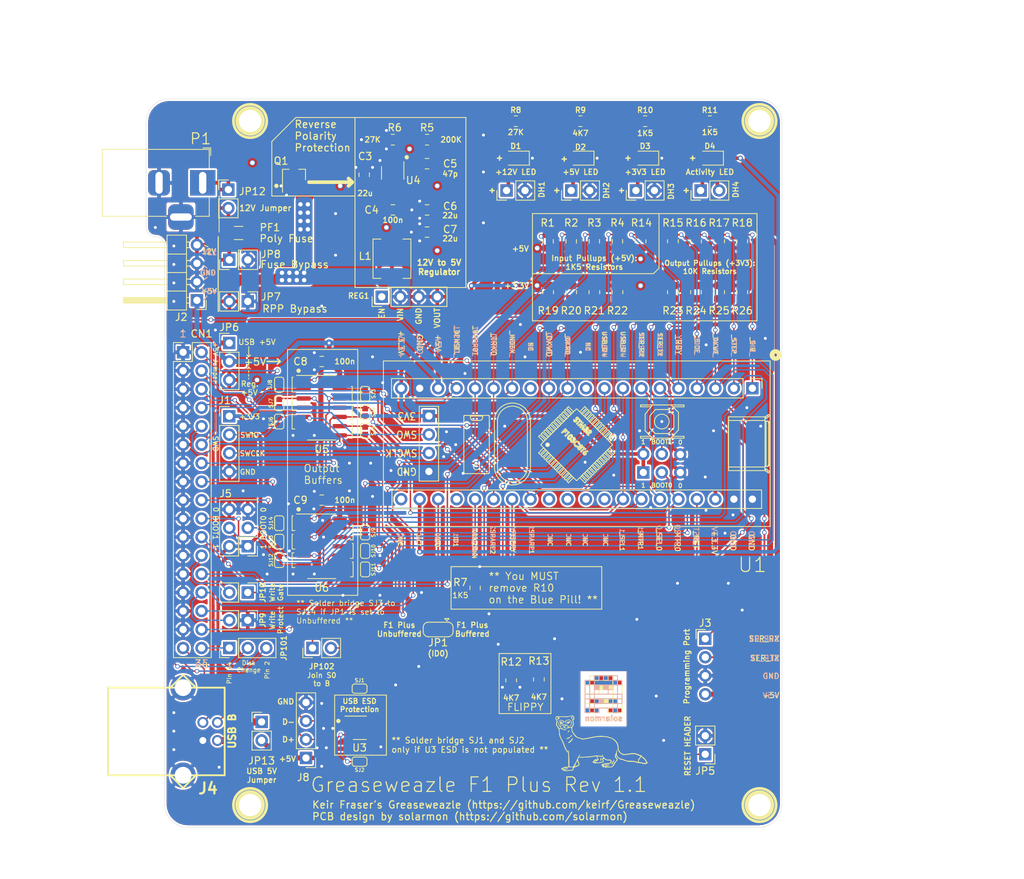
<source format=kicad_pcb>
(kicad_pcb (version 20171130) (host pcbnew "(5.1.9)-1")
  (title_block (title "Greaseweazle F1 Plus") (date 2021-06-25) (rev 1) (company solarmon))
  (layers (0 F.Cu signal) (31 B.Cu signal) (34 B.Paste user) (35 F.Paste user) (36 B.SilkS user) (37 F.SilkS user) (38 B.Mask user) (39 F.Mask user) (44 Edge.Cuts user))
  (net 0 "")
  (net 1 GND)
  (net 2 +3V3)
  (net 3 +5V)
  (net 4 "Net-(D1-Pad2)")
  (net 5 /_SIDE)
  (net 6 /_DKRD)
  (net 7 /_WRPROT)
  (net 8 /_TRK0)
  (net 9 /_DKWE)
  (net 10 /_DKWD)
  (net 11 /_STEP)
  (net 12 /_DIR)
  (net 13 /_INDEX)
  (net 14 /_DENSEL)
  (net 15 /USB_CONN)
  (net 16 "Net-(U1-Pad13)")
  (net 17 "Net-(U1-Pad32)")
  (net 18 "Net-(U1-Pad31)")
  (net 19 "Net-(U1-Pad30)")
  (net 20 "Net-(U1-Pad10)")
  (net 21 "Net-(U1-Pad29)")
  (net 22 /SER_RX)
  (net 23 /SER_TX)
  (net 24 "Net-(U1-Pad21)")
  (net 25 /USB_D+)
  (net 26 /USB_D-)
  (net 27 "Net-(D2-Pad2)")
  (net 28 /_ACT)
  (net 29 /_RST)
  (net 30 "Net-(D3-Pad2)")
  (net 31 /SWD_SWIO)
  (net 32 /SWD_SWCLK)
  (net 33 /BOOT0)
  (net 34 /BOOT1)
  (net 35 +12V)
  (net 36 "Net-(D4-Pad2)")
  (net 37 /USB_5V)
  (net 38 /FB)
  (net 39 /LX)
  (net 40 /BS)
  (net 41 /12V_IN)
  (net 42 /5V_REG)
  (net 43 /USB_CONN_D+)
  (net 44 /USB_CONN_D-)
  (net 45 "Net-(CN1-Pad24)")
  (net 46 "Net-(CN1-Pad33)")
  (net 47 /ID1)
  (net 48 /FLIPPY)
  (net 49 /_DENSEL_BUF)
  (net 50 /SPARE1_BUF)
  (net 51 /SPARE2_BUF)
  (net 52 /SPARE2)
  (net 53 /SPARE1)
  (net 54 /_MTR0_BUF)
  (net 55 /_SEL0_BUF)
  (net 56 /_MTR0)
  (net 57 /_SEL0)
  (net 58 /_SEL1_BUF)
  (net 59 /_MTR1_BUF)
  (net 60 /_SEL1)
  (net 61 /_MTR1)
  (net 62 /_DIR_BUF)
  (net 63 /_STEP_BUF)
  (net 64 /_DKWD_BUF)
  (net 65 /_SIDE_BUF)
  (net 66 /_DKWE_BUF)
  (net 67 /_RDY)
  (net 68 /ID0)
  (net 69 "Net-(CN1-Pad34)")
  (net 70 /12V_EN)
  (net 71 "Net-(J4-Pad1)")
  (net 72 /12V_JACK_IN)
  (net 73 /12V_JACK_CONN)
  (module Connector_PinHeader_2.54mm:PinHeader_1x02_P2.54mm_Vertical (layer F.Cu) (at 108.585 123.19)
    (fp_text reference JP13 (at 0 5.334) (layer F.SilkS))
    (fp_text value "USB 5V Jumper" hide)
    (pad 2 thru_hole oval (at 0 2.54) (size 1.7 1.7) (drill 1) (layers *.Cu *.Mask) (net 37 /USB_5V))
    (pad 1 thru_hole rect (at 0 0) (size 1.7 1.7) (drill 1) (layers *.Cu *.Mask) (net 71 "Net-(J4-Pad1)"))
  )
  (module Connector_PinHeader_2.54mm:PinHeader_1x02_P2.54mm_Vertical (layer F.Cu) (at 104.013 50.038)
    (fp_text reference JP12 (at 3.302 0.254) (layer F.SilkS))
    (fp_text value "12V Jumper" (at 5.08 2.54) (layer F.SilkS) (effects (font (size 0.8 0.8))))
    (pad 2 thru_hole oval (at 0 2.54) (size 1.7 1.7) (drill 1) (layers *.Cu *.Mask) (net 72 /12V_JACK_IN))
    (pad 1 thru_hole rect (at 0 0) (size 1.7 1.7) (drill 1) (layers *.Cu *.Mask) (net 73 /12V_JACK_CONN))
  )
  (module Connector_PinHeader_2.54mm:PinHeader_1x04_P2.54mm_Vertical (layer F.Cu) (at 125.095 64.77 90)
    (fp_text reference REG1 (at 0.127 -3.175 180) (layer F.SilkS) (effects (font (size 0.75 0.75))))
    (fp_text value "5V Regulator" hide)
    (pad 4 thru_hole oval (at 0 7.62 90) (size 1.7 1.7) (drill 1) (layers *.Cu *.Mask) (net 42 /5V_REG))
    (pad 3 thru_hole oval (at 0 5.08 90) (size 1.7 1.7) (drill 1) (layers *.Cu *.Mask) (net 1 GND))
    (pad 2 thru_hole oval (at 0 2.54 90) (size 1.7 1.7) (drill 1) (layers *.Cu *.Mask) (net 41 /12V_IN))
    (pad 1 thru_hole rect (at 0 0 90) (size 1.7 1.7) (drill 1) (layers *.Cu *.Mask) (net 70 /12V_EN))
  )
  (module Connector_PinHeader_2.54mm:PinHeader_1x03_P2.54mm_Vertical (layer F.Cu) (at 104.14 113.03 90)
    (fp_text reference JP101 (at 0 7.493 270) (layer F.SilkS) (effects (font (size 0.75 0.75))))
    (fp_text value Jumper_3_Bridged12)
    (pad 3 thru_hole oval (at 0 5.08 90) (size 1.7 1.7) (drill 1) (layers *.Cu *.Mask) (net 49 /_DENSEL_BUF))
    (pad 2 thru_hole oval (at 0 2.54 90) (size 1.7 1.7) (drill 1) (layers *.Cu *.Mask) (net 67 /_RDY))
    (pad 1 thru_hole rect (at 0 0 90) (size 1.7 1.7) (drill 1) (layers *.Cu *.Mask) (net 69 "Net-(CN1-Pad34)"))
  )
  (module Connector_PinHeader_2.54mm:PinHeader_1x02_P2.54mm_Vertical (layer F.Cu) (at 115.57 113.03 90)
    (fp_text reference JP102 (at -2.54 1.27 180) (layer F.SilkS) (effects (font (size 0.75 0.75))))
    (fp_text value Jumper_NO_Small)
    (pad 2 thru_hole oval (at 0 2.54 90) (size 1.7 1.7) (drill 1) (layers *.Cu *.Mask) (net 54 /_MTR0_BUF))
    (pad 1 thru_hole rect (at 0 0 90) (size 1.7 1.7) (drill 1) (layers *.Cu *.Mask) (net 58 /_SEL1_BUF))
  )
  (module solarmon_library:HOLE_3MM (layer F.Cu) (at 177 134.6146)
    (fp_text reference H4 hide)
    (fp_text value MountingHole_Pad hide)
    (pad 1 thru_hole circle (at 0 0) (size 4.064 4.064) (drill 3.048) (layers *.Cu *.Mask F.SilkS) (net 1 GND) (clearance 1))
  )
  (module solarmon_library:HOLE_3MM (layer F.Cu) (at 107 134.6146)
    (fp_text reference H3 hide)
    (fp_text value MountingHole_Pad hide)
    (pad 1 thru_hole circle (at 0 0) (size 4.064 4.064) (drill 3.048) (layers *.Cu *.Mask F.SilkS) (net 1 GND) (clearance 1))
  )
  (module solarmon_library:HOLE_3MM (layer F.Cu) (at 177 40.6146)
    (fp_text reference H2 hide)
    (fp_text value MountingHole_Pad hide)
    (pad 1 thru_hole circle (at 0 0) (size 4.064 4.064) (drill 3.048) (layers *.Cu *.Mask F.SilkS) (net 1 GND) (clearance 1))
  )
  (module solarmon_library:HOLE_3MM (layer F.Cu) (at 107 40.6146)
    (fp_text reference H1 hide)
    (fp_text value MountingHole_Pad hide)
    (pad 1 thru_hole circle (at 0 0) (size 4.064 4.064) (drill 3.048) (layers *.Cu *.Mask F.SilkS) (net 1 GND) (clearance 1))
  )
  (module Jumper:SolderJumper-3_P1.3mm_Open_RoundedPad1.0x1.5mm (layer F.Cu) (at 132.842 110.49 180)
    (fp_text reference JP1 (at 0 -1.8) (layer F.SilkS))
    (fp_text value Jumper_3_Open)
    (pad 2 smd rect (at 0 0 180) (size 1 1.5) (layers F.Cu F.Mask) (net 68 /ID0))
    (pad 3 smd custom (at 1.3 0 180) (size 1 0.5) (layers F.Cu F.Mask) (net 2 +3V3) (options (clearance outline) (anchor rect)) (primitives (gr_circle (center 0 0.25) (end 0.5 0.25) (width 0)) (gr_circle (center 0 -0.25) (end 0.5 -0.25) (width 0)) (gr_poly (pts (xy -0.55 -0.75) (xy 0 -0.75) (xy 0 0.75) (xy -0.55 0.75)) (width 0))))
    (pad 1 smd custom (at -1.3 0 180) (size 1 0.5) (layers F.Cu F.Mask) (net 1 GND) (options (clearance outline) (anchor rect)) (primitives (gr_circle (center 0 0.25) (end 0.5 0.25) (width 0)) (gr_circle (center 0 -0.25) (end 0.5 -0.25) (width 0)) (gr_poly (pts (xy 0.55 -0.75) (xy 0 -0.75) (xy 0 0.75) (xy 0.55 0.75)) (width 0))))
  )
  (module solarmon_library:SolderJumper-2_Open_RoundedPad0.5x1.0mm (layer F.Cu) (at 122.047 128.651)
    (fp_text reference SJ2 (at 0 1.143) (layer F.SilkS) (effects (font (size 0.5 0.5) (thickness 0.1))))
    (fp_text value Jumper_NO_Small)
    (pad 2 smd custom (at 0.635 0) (size 0.5 0.25) (layers F.Cu F.Mask) (net 26 /USB_D-) (options (clearance outline) (anchor rect)) (primitives (gr_circle (center 0 0.15) (end 0.25 0.15) (width 0)) (gr_circle (center 0 -0.15) (end 0.25 -0.15) (width 0)) (gr_poly (pts (xy 0 -0.4) (xy -0.5 -0.4) (xy -0.5 0.4) (xy 0 0.4)) (width 0))))
    (pad 1 smd custom (at -0.635 0) (size 0.5 0.25) (layers F.Cu F.Mask) (net 44 /USB_CONN_D-) (options (clearance outline) (anchor rect)) (primitives (gr_circle (center 0 0.15) (end 0.25 0.15) (width 0)) (gr_circle (center 0 -0.15) (end 0.25 -0.15) (width 0)) (gr_poly (pts (xy 0 -0.4) (xy 0.5 -0.4) (xy 0.5 0.4) (xy 0 0.4)) (width 0))))
  )
  (module solarmon_library:SolderJumper-2_Open_RoundedPad0.5x1.0mm (layer F.Cu) (at 122.047 118.618)
    (fp_text reference SJ1 (at 0 -1.143) (layer F.SilkS) (effects (font (size 0.5 0.5) (thickness 0.1))))
    (fp_text value Jumper_NO_Small)
    (pad 2 smd custom (at 0.635 0) (size 0.5 0.25) (layers F.Cu F.Mask) (net 25 /USB_D+) (options (clearance outline) (anchor rect)) (primitives (gr_circle (center 0 0.15) (end 0.25 0.15) (width 0)) (gr_circle (center 0 -0.15) (end 0.25 -0.15) (width 0)) (gr_poly (pts (xy 0 -0.4) (xy -0.5 -0.4) (xy -0.5 0.4) (xy 0 0.4)) (width 0))))
    (pad 1 smd custom (at -0.635 0) (size 0.5 0.25) (layers F.Cu F.Mask) (net 43 /USB_CONN_D+) (options (clearance outline) (anchor rect)) (primitives (gr_circle (center 0 0.15) (end 0.25 0.15) (width 0)) (gr_circle (center 0 -0.15) (end 0.25 -0.15) (width 0)) (gr_poly (pts (xy 0 -0.4) (xy 0.5 -0.4) (xy 0.5 0.4) (xy 0 0.4)) (width 0))))
  )
  (module solarmon_library:SolderJumper-2_Open_RoundedPad0.5x1.0mm (layer F.Cu) (at 110.998 95.885 270)
    (fp_text reference SJ14 (at 0 1.143 90) (layer F.SilkS) (effects (font (size 0.5 0.5) (thickness 0.1))))
    (fp_text value Jumper_NO_Small)
    (pad 2 smd custom (at 0.635 0 270) (size 0.5 0.25) (layers F.Cu F.Mask) (net 59 /_MTR1_BUF) (options (clearance outline) (anchor rect)) (primitives (gr_circle (center 0 0.15) (end 0.25 0.15) (width 0)) (gr_circle (center 0 -0.15) (end 0.25 -0.15) (width 0)) (gr_poly (pts (xy 0 -0.4) (xy -0.5 -0.4) (xy -0.5 0.4) (xy 0 0.4)) (width 0))))
    (pad 1 smd custom (at -0.635 0 270) (size 0.5 0.25) (layers F.Cu F.Mask) (net 61 /_MTR1) (options (clearance outline) (anchor rect)) (primitives (gr_circle (center 0 0.15) (end 0.25 0.15) (width 0)) (gr_circle (center 0 -0.15) (end 0.25 -0.15) (width 0)) (gr_poly (pts (xy 0 -0.4) (xy 0.5 -0.4) (xy 0.5 0.4) (xy 0 0.4)) (width 0))))
  )
  (module solarmon_library:SolderJumper-2_Open_RoundedPad0.5x1.0mm (layer F.Cu) (at 110.998 98.425 270)
    (fp_text reference SJ13 (at 0 1.143 90) (layer F.SilkS) (effects (font (size 0.5 0.5) (thickness 0.1))))
    (fp_text value Jumper_NO_Small)
    (pad 2 smd custom (at 0.635 0 270) (size 0.5 0.25) (layers F.Cu F.Mask) (net 62 /_DIR_BUF) (options (clearance outline) (anchor rect)) (primitives (gr_circle (center 0 0.15) (end 0.25 0.15) (width 0)) (gr_circle (center 0 -0.15) (end 0.25 -0.15) (width 0)) (gr_poly (pts (xy 0 -0.4) (xy -0.5 -0.4) (xy -0.5 0.4) (xy 0 0.4)) (width 0))))
    (pad 1 smd custom (at -0.635 0 270) (size 0.5 0.25) (layers F.Cu F.Mask) (net 12 /_DIR) (options (clearance outline) (anchor rect)) (primitives (gr_circle (center 0 0.15) (end 0.25 0.15) (width 0)) (gr_circle (center 0 -0.15) (end 0.25 -0.15) (width 0)) (gr_poly (pts (xy 0 -0.4) (xy 0.5 -0.4) (xy 0.5 0.4) (xy 0 0.4)) (width 0))))
  )
  (module solarmon_library:SolderJumper-2_Open_RoundedPad0.5x1.0mm (layer F.Cu) (at 110.998 100.965 270)
    (fp_text reference SJ12 (at 0 1.143 90) (layer F.SilkS) (effects (font (size 0.5 0.5) (thickness 0.1))))
    (fp_text value Jumper_NO_Small)
    (pad 2 smd custom (at 0.635 0 270) (size 0.5 0.25) (layers F.Cu F.Mask) (net 63 /_STEP_BUF) (options (clearance outline) (anchor rect)) (primitives (gr_circle (center 0 0.15) (end 0.25 0.15) (width 0)) (gr_circle (center 0 -0.15) (end 0.25 -0.15) (width 0)) (gr_poly (pts (xy 0 -0.4) (xy -0.5 -0.4) (xy -0.5 0.4) (xy 0 0.4)) (width 0))))
    (pad 1 smd custom (at -0.635 0 270) (size 0.5 0.25) (layers F.Cu F.Mask) (net 11 /_STEP) (options (clearance outline) (anchor rect)) (primitives (gr_circle (center 0 0.15) (end 0.25 0.15) (width 0)) (gr_circle (center 0 -0.15) (end 0.25 -0.15) (width 0)) (gr_poly (pts (xy 0 -0.4) (xy 0.5 -0.4) (xy 0.5 0.4) (xy 0 0.4)) (width 0))))
  )
  (module solarmon_library:SolderJumper-2_Open_RoundedPad0.5x1.0mm (layer F.Cu) (at 122.809 102.235 270)
    (fp_text reference SJ11 (at 0 -1.143 90) (layer F.SilkS) (effects (font (size 0.5 0.5) (thickness 0.1))))
    (fp_text value Jumper_NO_Small)
    (pad 2 smd custom (at 0.635 0 270) (size 0.5 0.25) (layers F.Cu F.Mask) (net 65 /_SIDE_BUF) (options (clearance outline) (anchor rect)) (primitives (gr_circle (center 0 0.15) (end 0.25 0.15) (width 0)) (gr_circle (center 0 -0.15) (end 0.25 -0.15) (width 0)) (gr_poly (pts (xy 0 -0.4) (xy -0.5 -0.4) (xy -0.5 0.4) (xy 0 0.4)) (width 0))))
    (pad 1 smd custom (at -0.635 0 270) (size 0.5 0.25) (layers F.Cu F.Mask) (net 5 /_SIDE) (options (clearance outline) (anchor rect)) (primitives (gr_circle (center 0 0.15) (end 0.25 0.15) (width 0)) (gr_circle (center 0 -0.15) (end 0.25 -0.15) (width 0)) (gr_poly (pts (xy 0 -0.4) (xy 0.5 -0.4) (xy 0.5 0.4) (xy 0 0.4)) (width 0))))
  )
  (module solarmon_library:SolderJumper-2_Open_RoundedPad0.5x1.0mm (layer F.Cu) (at 122.809 99.695 270)
    (fp_text reference SJ10 (at 0 -1.143 90) (layer F.SilkS) (effects (font (size 0.5 0.5) (thickness 0.1))))
    (fp_text value Jumper_NO_Small)
    (pad 2 smd custom (at 0.635 0 270) (size 0.5 0.25) (layers F.Cu F.Mask) (net 66 /_DKWE_BUF) (options (clearance outline) (anchor rect)) (primitives (gr_circle (center 0 0.15) (end 0.25 0.15) (width 0)) (gr_circle (center 0 -0.15) (end 0.25 -0.15) (width 0)) (gr_poly (pts (xy 0 -0.4) (xy -0.5 -0.4) (xy -0.5 0.4) (xy 0 0.4)) (width 0))))
    (pad 1 smd custom (at -0.635 0 270) (size 0.5 0.25) (layers F.Cu F.Mask) (net 9 /_DKWE) (options (clearance outline) (anchor rect)) (primitives (gr_circle (center 0 0.15) (end 0.25 0.15) (width 0)) (gr_circle (center 0 -0.15) (end 0.25 -0.15) (width 0)) (gr_poly (pts (xy 0 -0.4) (xy 0.5 -0.4) (xy 0.5 0.4) (xy 0 0.4)) (width 0))))
  )
  (module solarmon_library:SolderJumper-2_Open_RoundedPad0.5x1.0mm (layer F.Cu) (at 122.809 97.155 270)
    (fp_text reference SJ9 (at 0 -1.143 90) (layer F.SilkS) (effects (font (size 0.5 0.5) (thickness 0.1))))
    (fp_text value Jumper_NO_Small)
    (pad 2 smd custom (at 0.635 0 270) (size 0.5 0.25) (layers F.Cu F.Mask) (net 64 /_DKWD_BUF) (options (clearance outline) (anchor rect)) (primitives (gr_circle (center 0 0.15) (end 0.25 0.15) (width 0)) (gr_circle (center 0 -0.15) (end 0.25 -0.15) (width 0)) (gr_poly (pts (xy 0 -0.4) (xy -0.5 -0.4) (xy -0.5 0.4) (xy 0 0.4)) (width 0))))
    (pad 1 smd custom (at -0.635 0 270) (size 0.5 0.25) (layers F.Cu F.Mask) (net 10 /_DKWD) (options (clearance outline) (anchor rect)) (primitives (gr_circle (center 0 0.15) (end 0.25 0.15) (width 0)) (gr_circle (center 0 -0.15) (end 0.25 -0.15) (width 0)) (gr_poly (pts (xy 0 -0.4) (xy 0.5 -0.4) (xy 0.5 0.4) (xy 0 0.4)) (width 0))))
  )
  (module solarmon_library:SolderJumper-2_Open_RoundedPad0.5x1.0mm (layer F.Cu) (at 110.998 76.837 270)
    (fp_text reference SJ8 (at -0.002 1.27 90) (layer F.SilkS) (effects (font (size 0.5 0.5) (thickness 0.1))))
    (fp_text value Jumper_NO_Small)
    (pad 2 smd custom (at 0.635 0 270) (size 0.5 0.25) (layers F.Cu F.Mask) (net 49 /_DENSEL_BUF) (options (clearance outline) (anchor rect)) (primitives (gr_circle (center 0 0.15) (end 0.25 0.15) (width 0)) (gr_circle (center 0 -0.15) (end 0.25 -0.15) (width 0)) (gr_poly (pts (xy 0 -0.4) (xy -0.5 -0.4) (xy -0.5 0.4) (xy 0 0.4)) (width 0))))
    (pad 1 smd custom (at -0.635 0 270) (size 0.5 0.25) (layers F.Cu F.Mask) (net 14 /_DENSEL) (options (clearance outline) (anchor rect)) (primitives (gr_circle (center 0 0.15) (end 0.25 0.15) (width 0)) (gr_circle (center 0 -0.15) (end 0.25 -0.15) (width 0)) (gr_poly (pts (xy 0 -0.4) (xy 0.5 -0.4) (xy 0.5 0.4) (xy 0 0.4)) (width 0))))
  )
  (module solarmon_library:SolderJumper-2_Open_RoundedPad0.5x1.0mm (layer F.Cu) (at 110.998 79.375 270)
    (fp_text reference SJ7 (at 0 1.143 90) (layer F.SilkS) (effects (font (size 0.5 0.5) (thickness 0.1))))
    (fp_text value Jumper_NO_Small)
    (pad 2 smd custom (at 0.635 0 270) (size 0.5 0.25) (layers F.Cu F.Mask) (net 50 /SPARE1_BUF) (options (clearance outline) (anchor rect)) (primitives (gr_circle (center 0 0.15) (end 0.25 0.15) (width 0)) (gr_circle (center 0 -0.15) (end 0.25 -0.15) (width 0)) (gr_poly (pts (xy 0 -0.4) (xy -0.5 -0.4) (xy -0.5 0.4) (xy 0 0.4)) (width 0))))
    (pad 1 smd custom (at -0.635 0 270) (size 0.5 0.25) (layers F.Cu F.Mask) (net 53 /SPARE1) (options (clearance outline) (anchor rect)) (primitives (gr_circle (center 0 0.15) (end 0.25 0.15) (width 0)) (gr_circle (center 0 -0.15) (end 0.25 -0.15) (width 0)) (gr_poly (pts (xy 0 -0.4) (xy 0.5 -0.4) (xy 0.5 0.4) (xy 0 0.4)) (width 0))))
  )
  (module solarmon_library:SolderJumper-2_Open_RoundedPad0.5x1.0mm (layer F.Cu) (at 110.998 81.915 270)
    (fp_text reference SJ6 (at 0 1.143 90) (layer F.SilkS) (effects (font (size 0.5 0.5) (thickness 0.1))))
    (fp_text value Jumper_NO_Small)
    (pad 2 smd custom (at 0.635 0 270) (size 0.5 0.25) (layers F.Cu F.Mask) (net 51 /SPARE2_BUF) (options (clearance outline) (anchor rect)) (primitives (gr_circle (center 0 0.15) (end 0.25 0.15) (width 0)) (gr_circle (center 0 -0.15) (end 0.25 -0.15) (width 0)) (gr_poly (pts (xy 0 -0.4) (xy -0.5 -0.4) (xy -0.5 0.4) (xy 0 0.4)) (width 0))))
    (pad 1 smd custom (at -0.635 0 270) (size 0.5 0.25) (layers F.Cu F.Mask) (net 52 /SPARE2) (options (clearance outline) (anchor rect)) (primitives (gr_circle (center 0 0.15) (end 0.25 0.15) (width 0)) (gr_circle (center 0 -0.15) (end 0.25 -0.15) (width 0)) (gr_poly (pts (xy 0 -0.4) (xy 0.5 -0.4) (xy 0.5 0.4) (xy 0 0.4)) (width 0))))
  )
  (module solarmon_library:SolderJumper-2_Open_RoundedPad0.5x1.0mm (layer F.Cu) (at 122.809 83.185 270)
    (fp_text reference SJ5 (at 0 -1.143 90) (layer F.SilkS) (effects (font (size 0.5 0.5) (thickness 0.1))))
    (fp_text value Jumper_NO_Small)
    (pad 2 smd custom (at 0.635 0 270) (size 0.5 0.25) (layers F.Cu F.Mask) (net 54 /_MTR0_BUF) (options (clearance outline) (anchor rect)) (primitives (gr_circle (center 0 0.15) (end 0.25 0.15) (width 0)) (gr_circle (center 0 -0.15) (end 0.25 -0.15) (width 0)) (gr_poly (pts (xy 0 -0.4) (xy -0.5 -0.4) (xy -0.5 0.4) (xy 0 0.4)) (width 0))))
    (pad 1 smd custom (at -0.635 0 270) (size 0.5 0.25) (layers F.Cu F.Mask) (net 56 /_MTR0) (options (clearance outline) (anchor rect)) (primitives (gr_circle (center 0 0.15) (end 0.25 0.15) (width 0)) (gr_circle (center 0 -0.15) (end 0.25 -0.15) (width 0)) (gr_poly (pts (xy 0 -0.4) (xy 0.5 -0.4) (xy 0.5 0.4) (xy 0 0.4)) (width 0))))
  )
  (module solarmon_library:SolderJumper-2_Open_RoundedPad0.5x1.0mm (layer F.Cu) (at 122.809 80.645 270)
    (fp_text reference SJ4 (at 0 -1.143 90) (layer F.SilkS) (effects (font (size 0.5 0.5) (thickness 0.1))))
    (fp_text value Jumper_NO_Small)
    (pad 2 smd custom (at 0.635 0 270) (size 0.5 0.25) (layers F.Cu F.Mask) (net 55 /_SEL0_BUF) (options (clearance outline) (anchor rect)) (primitives (gr_circle (center 0 0.15) (end 0.25 0.15) (width 0)) (gr_circle (center 0 -0.15) (end 0.25 -0.15) (width 0)) (gr_poly (pts (xy 0 -0.4) (xy -0.5 -0.4) (xy -0.5 0.4) (xy 0 0.4)) (width 0))))
    (pad 1 smd custom (at -0.635 0 270) (size 0.5 0.25) (layers F.Cu F.Mask) (net 57 /_SEL0) (options (clearance outline) (anchor rect)) (primitives (gr_circle (center 0 0.15) (end 0.25 0.15) (width 0)) (gr_circle (center 0 -0.15) (end 0.25 -0.15) (width 0)) (gr_poly (pts (xy 0 -0.4) (xy 0.5 -0.4) (xy 0.5 0.4) (xy 0 0.4)) (width 0))))
  )
  (module solarmon_library:SolderJumper-2_Open_RoundedPad0.5x1.0mm (layer F.Cu) (at 122.809 78.105 270)
    (fp_text reference SJ3 (at 0 -1.143 90) (layer F.SilkS) (effects (font (size 0.5 0.5) (thickness 0.1))))
    (fp_text value Jumper_NO_Small)
    (pad 2 smd custom (at 0.635 0 270) (size 0.5 0.25) (layers F.Cu F.Mask) (net 58 /_SEL1_BUF) (options (clearance outline) (anchor rect)) (primitives (gr_circle (center 0 0.15) (end 0.25 0.15) (width 0)) (gr_circle (center 0 -0.15) (end 0.25 -0.15) (width 0)) (gr_poly (pts (xy 0 -0.4) (xy -0.5 -0.4) (xy -0.5 0.4) (xy 0 0.4)) (width 0))))
    (pad 1 smd custom (at -0.635 0 270) (size 0.5 0.25) (layers F.Cu F.Mask) (net 60 /_SEL1) (options (clearance outline) (anchor rect)) (primitives (gr_circle (center 0 0.15) (end 0.25 0.15) (width 0)) (gr_circle (center 0 -0.15) (end 0.25 -0.15) (width 0)) (gr_poly (pts (xy 0 -0.4) (xy 0.5 -0.4) (xy 0.5 0.4) (xy 0 0.4)) (width 0))))
  )
  (module Package_SO:SOIC-14_3.9x8.7mm_P1.27mm (layer F.Cu) (at 116.84 80.01)
    (fp_text reference U5 (at 0 5.715) (layer F.SilkS))
    (fp_text value 74LS07)
    (pad 14 smd roundrect (at 2.475 -3.81) (size 1.95 0.6) (layers F.Cu F.Paste F.Mask) (net 3 +5V))
    (pad 13 smd roundrect (at 2.475 -2.54) (size 1.95 0.6) (layers F.Cu F.Paste F.Mask) (net 60 /_SEL1))
    (pad 12 smd roundrect (at 2.475 -1.27) (size 1.95 0.6) (layers F.Cu F.Paste F.Mask) (net 58 /_SEL1_BUF))
    (pad 11 smd roundrect (at 2.475 0) (size 1.95 0.6) (layers F.Cu F.Paste F.Mask) (net 57 /_SEL0))
    (pad 10 smd roundrect (at 2.475 1.27) (size 1.95 0.6) (layers F.Cu F.Paste F.Mask) (net 55 /_SEL0_BUF))
    (pad 9 smd roundrect (at 2.475 2.54) (size 1.95 0.6) (layers F.Cu F.Paste F.Mask) (net 56 /_MTR0))
    (pad 8 smd roundrect (at 2.475 3.81) (size 1.95 0.6) (layers F.Cu F.Paste F.Mask) (net 54 /_MTR0_BUF))
    (pad 7 smd roundrect (at -2.475 3.81) (size 1.95 0.6) (layers F.Cu F.Paste F.Mask) (net 1 GND))
    (pad 6 smd roundrect (at -2.475 2.54) (size 1.95 0.6) (layers F.Cu F.Paste F.Mask) (net 51 /SPARE2_BUF))
    (pad 5 smd roundrect (at -2.475 1.27) (size 1.95 0.6) (layers F.Cu F.Paste F.Mask) (net 52 /SPARE2))
    (pad 4 smd roundrect (at -2.475 0) (size 1.95 0.6) (layers F.Cu F.Paste F.Mask) (net 50 /SPARE1_BUF))
    (pad 3 smd roundrect (at -2.475 -1.27) (size 1.95 0.6) (layers F.Cu F.Paste F.Mask) (net 53 /SPARE1))
    (pad 2 smd roundrect (at -2.475 -2.54) (size 1.95 0.6) (layers F.Cu F.Paste F.Mask) (net 49 /_DENSEL_BUF))
    (pad 1 smd roundrect (at -2.475 -3.81) (size 1.95 0.6) (layers F.Cu F.Paste F.Mask) (net 14 /_DENSEL))
  )
  (module Connector_PinHeader_2.54mm:PinHeader_1x02_P2.54mm_Vertical (layer F.Cu) (at 142.24 50.165 90)
    (fp_text reference DH1 (at 0.127 4.826 90) (layer F.SilkS) (effects (font (size 0.75 0.75))))
    (fp_text value Conn_01x02)
    (pad 2 thru_hole oval (at 0 2.54 90) (size 1.7 1.7) (drill 1) (layers *.Cu *.Mask) (net 1 GND))
    (pad 1 thru_hole rect (at 0 0 90) (size 1.7 1.7) (drill 1) (layers *.Cu *.Mask) (net 4 "Net-(D1-Pad2)"))
  )
  (module Connector_PinHeader_2.54mm:PinHeader_1x02_P2.54mm_Vertical (layer F.Cu) (at 151.13 50.165 90)
    (fp_text reference DH2 (at 0 4.826 90) (layer F.SilkS) (effects (font (size 0.75 0.75))))
    (fp_text value Conn_01x02)
    (pad 2 thru_hole oval (at 0 2.54 90) (size 1.7 1.7) (drill 1) (layers *.Cu *.Mask) (net 1 GND))
    (pad 1 thru_hole rect (at 0 0 90) (size 1.7 1.7) (drill 1) (layers *.Cu *.Mask) (net 27 "Net-(D2-Pad2)"))
  )
  (module Connector_PinHeader_2.54mm:PinHeader_1x02_P2.54mm_Vertical (layer F.Cu) (at 160.02 50.165 90)
    (fp_text reference DH3 (at -0.127 4.826 90) (layer F.SilkS) (effects (font (size 0.75 0.75))))
    (fp_text value Conn_01x02)
    (pad 2 thru_hole oval (at 0 2.54 90) (size 1.7 1.7) (drill 1) (layers *.Cu *.Mask) (net 1 GND))
    (pad 1 thru_hole rect (at 0 0 90) (size 1.7 1.7) (drill 1) (layers *.Cu *.Mask) (net 30 "Net-(D3-Pad2)"))
  )
  (module Connector_PinHeader_2.54mm:PinHeader_1x02_P2.54mm_Vertical (layer F.Cu) (at 168.91 50.165 90)
    (fp_text reference DH4 (at 0.127 4.826 90) (layer F.SilkS) (effects (font (size 0.75 0.75))))
    (fp_text value Conn_01x02)
    (pad 2 thru_hole oval (at 0 2.54 90) (size 1.7 1.7) (drill 1) (layers *.Cu *.Mask) (net 28 /_ACT))
    (pad 1 thru_hole rect (at 0 0 90) (size 1.7 1.7) (drill 1) (layers *.Cu *.Mask) (net 36 "Net-(D4-Pad2)"))
  )
  (module solarmon_library:solarmon-logo-25mils (layer B.Cu) (at 155.575 120.015 180)
    (fp_text reference solarmon (at 0 -2.667) (layer B.SilkS) (effects (font (size 0.75 0.75)) (justify mirror)))
    (fp_text value solarmon-logo-25mils)
    (fp_poly (pts (xy -1.27 -1.905) (xy -1.905 -1.905) (xy -1.905 -1.27) (xy -1.27 -1.27)) (layer B.Cu) (width 0.1))
    (fp_poly (pts (xy 1.27 -1.905) (xy 0.635 -1.905) (xy 0.635 -1.27) (xy 1.27 -1.27)) (layer B.Cu) (width 0.1))
    (fp_poly (pts (xy 1.27 -0.635) (xy 0.635 -0.635) (xy 0.635 0) (xy 1.27 0)) (layer B.Cu) (width 0.1))
    (fp_poly (pts (xy 0 -0.635) (xy -0.635 -0.635) (xy -0.635 0) (xy 0 0)) (layer B.Cu) (width 0.1))
    (fp_poly (pts (xy -0.635 -0.635) (xy -1.27 -0.635) (xy -1.27 0) (xy -0.635 0)) (layer B.Cu) (width 0.1))
    (fp_poly (pts (xy -1.27 -0.635) (xy -1.905 -0.635) (xy -1.905 0) (xy -1.27 0)) (layer B.Cu) (width 0.1))
    (fp_poly (pts (xy -1.27 1.905) (xy -1.905 1.905) (xy -1.905 2.54) (xy -1.27 2.54)) (layer B.Cu) (width 0.1))
    (fp_poly (pts (xy -0.635 1.905) (xy -1.27 1.905) (xy -1.27 2.54) (xy -0.635 2.54)) (layer B.Cu) (width 0.1))
    (fp_poly (pts (xy 0 2.54) (xy -0.635 2.54) (xy -0.635 3.175) (xy 0 3.175)) (layer B.Cu) (width 0.1))
    (fp_poly (pts (xy 0 1.905) (xy -0.635 1.905) (xy -0.635 2.54) (xy 0 2.54)) (layer B.Cu) (width 0.1))
    (fp_poly (pts (xy 0.635 1.905) (xy 0 1.905) (xy 0 2.54) (xy 0.635 2.54)) (layer B.Cu) (width 0.1))
    (fp_poly (pts (xy 1.27 1.905) (xy 0.635 1.905) (xy 0.635 2.54) (xy 1.27 2.54)) (layer B.Cu) (width 0.1))
    (fp_poly (pts (xy 1.27 2.54) (xy 0.635 2.54) (xy 0.635 3.175) (xy 1.27 3.175)) (layer B.Cu) (width 0.1))
    (fp_poly (pts (xy 2.54 -1.905) (xy 1.905 -1.905) (xy 1.905 -1.27) (xy 2.54 -1.27)) (layer B.Cu) (width 0.1))
    (fp_poly (pts (xy 2.54 1.905) (xy 1.905 1.905) (xy 1.905 2.54) (xy 2.54 2.54)) (layer B.Cu) (width 0.1))
  )
  (module solarmon_library:solarmon-logo-25mils (layer F.Cu) (at 155.575 120.015)
    (fp_text reference solarmon (at 0 2.667) (layer F.SilkS) (effects (font (size 0.75 0.75))))
    (fp_text value solarmon-logo-25mils)
    (fp_poly (pts (xy 2.54 -1.905) (xy 1.905 -1.905) (xy 1.905 -2.54) (xy 2.54 -2.54)) (layer F.Cu) (width 0.1))
    (fp_poly (pts (xy 2.54 1.905) (xy 1.905 1.905) (xy 1.905 1.27) (xy 2.54 1.27)) (layer F.Cu) (width 0.1))
    (fp_poly (pts (xy 1.27 -2.54) (xy 0.635 -2.54) (xy 0.635 -3.175) (xy 1.27 -3.175)) (layer F.Cu) (width 0.1))
    (fp_poly (pts (xy 1.27 -1.905) (xy 0.635 -1.905) (xy 0.635 -2.54) (xy 1.27 -2.54)) (layer F.Cu) (width 0.1))
    (fp_poly (pts (xy 0.635 -1.905) (xy 0 -1.905) (xy 0 -2.54) (xy 0.635 -2.54)) (layer F.Cu) (width 0.1))
    (fp_poly (pts (xy 0 -1.905) (xy -0.635 -1.905) (xy -0.635 -2.54) (xy 0 -2.54)) (layer F.Cu) (width 0.1))
    (fp_poly (pts (xy 0 -2.54) (xy -0.635 -2.54) (xy -0.635 -3.175) (xy 0 -3.175)) (layer F.Cu) (width 0.1))
    (fp_poly (pts (xy -0.635 -1.905) (xy -1.27 -1.905) (xy -1.27 -2.54) (xy -0.635 -2.54)) (layer F.Cu) (width 0.1))
    (fp_poly (pts (xy -1.27 -1.905) (xy -1.905 -1.905) (xy -1.905 -2.54) (xy -1.27 -2.54)) (layer F.Cu) (width 0.1))
    (fp_poly (pts (xy -1.27 0.635) (xy -1.905 0.635) (xy -1.905 0) (xy -1.27 0)) (layer F.Cu) (width 0.1))
    (fp_poly (pts (xy -0.635 0.635) (xy -1.27 0.635) (xy -1.27 0) (xy -0.635 0)) (layer F.Cu) (width 0.1))
    (fp_poly (pts (xy 0 0.635) (xy -0.635 0.635) (xy -0.635 0) (xy 0 0)) (layer F.Cu) (width 0.1))
    (fp_poly (pts (xy 1.27 0.635) (xy 0.635 0.635) (xy 0.635 0) (xy 1.27 0)) (layer F.Cu) (width 0.1))
    (fp_poly (pts (xy 1.27 1.905) (xy 0.635 1.905) (xy 0.635 1.27) (xy 1.27 1.27)) (layer F.Cu) (width 0.1))
    (fp_poly (pts (xy -1.27 1.905) (xy -1.905 1.905) (xy -1.905 1.27) (xy -1.27 1.27)) (layer F.Cu) (width 0.1))
  )
  (module Kicad-STM32-master:YAAJ_BluePill_SWD_1_BootPins (layer F.Cu) (at 176.022 77.343 270)
    (fp_text reference U1 (at 24.257 0) (layer F.SilkS) (effects (font (size 2 2))))
    (fp_text value "Blue Pill" hide)
    (fp_text user GND (at 11.43 47.498 180 unlocked) (layer F.SilkS) (effects (font (size 1 0.9))))
    (fp_text user SWCLK (at 8.89 48.26 180 unlocked) (layer F.SilkS) (effects (font (size 1 0.9))))
    (fp_text user SWO (at 6.35 47.498 180 unlocked) (layer F.SilkS) (effects (font (size 1 0.9))))
    (fp_text user 3V3 (at 3.81 47.498 180 unlocked) (layer F.SilkS) (effects (font (size 1 0.9))))
    (pad 48 thru_hole circle (at 9.0297 14.986 270) (size 1.7 1.7) (drill 1) (layers *.Cu *.Mask) (net 2 +3V3))
    (pad 49 thru_hole circle (at 9.0297 12.446 270) (size 1.7 1.7) (drill 1) (layers *.Cu *.Mask) (net 34 /BOOT1))
    (pad 50 thru_hole circle (at 9.0932 9.906 270) (size 1.7 1.7) (drill 1) (layers *.Cu *.Mask) (net 1 GND))
    (pad 45 thru_hole rect (at 11.5697 14.986 270) (size 1.7 1.7) (drill 1) (layers *.Cu *.Mask) (net 2 +3V3))
    (pad 47 thru_hole circle (at 11.5697 9.906 270) (size 1.7 1.7) (drill 1) (layers *.Cu *.Mask) (net 1 GND))
    (pad 46 thru_hole circle (at 11.5697 12.446 270) (size 1.7 1.7) (drill 1) (layers *.Cu *.Mask) (net 33 /BOOT0))
    (pad 20 thru_hole circle (at 0 48.26 270) (size 1.7 1.7) (drill 1) (layers *.Cu *.Mask) (net 2 +3V3))
    (pad 21 thru_hole circle (at 15.24 48.26 270) (size 1.7 1.7) (drill 1) (layers *.Cu *.Mask) (net 24 "Net-(U1-Pad21)"))
    (pad 19 thru_hole circle (at 0 45.72 270) (size 1.7 1.7) (drill 1) (layers *.Cu *.Mask) (net 1 GND))
    (pad 22 thru_hole circle (at 15.24 45.72 270) (size 1.7 1.7) (drill 1) (layers *.Cu *.Mask) (net 28 /_ACT))
    (pad 18 thru_hole circle (at 0 43.18 270) (size 1.7 1.7) (drill 1) (layers *.Cu *.Mask) (net 3 +5V))
    (pad 23 thru_hole circle (at 15.24 43.18 270) (size 1.7 1.7) (drill 1) (layers *.Cu *.Mask) (net 68 /ID0))
    (pad 17 thru_hole circle (at 0 40.64 270) (size 1.7 1.7) (drill 1) (layers *.Cu *.Mask) (net 14 /_DENSEL))
    (pad 24 thru_hole circle (at 15.24 40.64 270) (size 1.7 1.7) (drill 1) (layers *.Cu *.Mask) (net 47 /ID1))
    (pad 16 thru_hole circle (at 0 38.1 270) (size 1.7 1.7) (drill 1) (layers *.Cu *.Mask) (net 7 /_WRPROT))
    (pad 25 thru_hole circle (at 15.24 38.1 270) (size 1.7 1.7) (drill 1) (layers *.Cu *.Mask) (net 15 /USB_CONN))
    (pad 15 thru_hole circle (at 0 35.56 270) (size 1.7 1.7) (drill 1) (layers *.Cu *.Mask) (net 8 /_TRK0))
    (pad 26 thru_hole circle (at 15.24 35.56 270) (size 1.7 1.7) (drill 1) (layers *.Cu *.Mask) (net 52 /SPARE2))
    (pad 14 thru_hole circle (at 0 33.02 270) (size 1.7 1.7) (drill 1) (layers *.Cu *.Mask) (net 13 /_INDEX))
    (pad 27 thru_hole circle (at 15.24 33.02 270) (size 1.7 1.7) (drill 1) (layers *.Cu *.Mask) (net 48 /FLIPPY))
    (pad 13 thru_hole circle (at 0 30.48 270) (size 1.7 1.7) (drill 1) (layers *.Cu *.Mask) (net 16 "Net-(U1-Pad13)"))
    (pad 28 thru_hole circle (at 15.24 30.48 270) (size 1.7 1.7) (drill 1) (layers *.Cu *.Mask) (net 53 /SPARE1))
    (pad 12 thru_hole circle (at 0 27.94 270) (size 1.7 1.7) (drill 1) (layers *.Cu *.Mask) (net 10 /_DKWD))
    (pad 29 thru_hole circle (at 15.24 27.94 270) (size 1.7 1.7) (drill 1) (layers *.Cu *.Mask) (net 21 "Net-(U1-Pad29)"))
    (pad 11 thru_hole circle (at 0 25.4 270) (size 1.7 1.7) (drill 1) (layers *.Cu *.Mask) (net 6 /_DKRD))
    (pad 30 thru_hole circle (at 15.24 25.4 270) (size 1.7 1.7) (drill 1) (layers *.Cu *.Mask) (net 19 "Net-(U1-Pad30)"))
    (pad 10 thru_hole circle (at 0 22.86 270) (size 1.7 1.7) (drill 1) (layers *.Cu *.Mask) (net 20 "Net-(U1-Pad10)"))
    (pad 31 thru_hole circle (at 15.24 22.86 270) (size 1.7 1.7) (drill 1) (layers *.Cu *.Mask) (net 18 "Net-(U1-Pad31)"))
    (pad 9 thru_hole circle (at 0 20.32 270) (size 1.7 1.7) (drill 1) (layers *.Cu *.Mask) (net 25 /USB_D+))
    (pad 32 thru_hole circle (at 15.24 20.32 270) (size 1.7 1.7) (drill 1) (layers *.Cu *.Mask) (net 17 "Net-(U1-Pad32)"))
    (pad 8 thru_hole circle (at 0 17.78 270) (size 1.7 1.7) (drill 1) (layers *.Cu *.Mask) (net 26 /USB_D-))
    (pad 33 thru_hole circle (at 15.24 17.78 270) (size 1.7 1.7) (drill 1) (layers *.Cu *.Mask) (net 60 /_SEL1))
    (pad 7 thru_hole circle (at 0 15.24 270) (size 1.7 1.7) (drill 1) (layers *.Cu *.Mask) (net 22 /SER_RX))
    (pad 34 thru_hole circle (at 15.24 15.24 270) (size 1.7 1.7) (drill 1) (layers *.Cu *.Mask) (net 61 /_MTR1))
    (pad 6 thru_hole circle (at 0 12.7 270) (size 1.7 1.7) (drill 1) (layers *.Cu *.Mask) (net 23 /SER_TX))
    (pad 35 thru_hole circle (at 15.24 12.7 270) (size 1.7 1.7) (drill 1) (layers *.Cu *.Mask) (net 57 /_SEL0))
    (pad 5 thru_hole circle (at 0 10.16 270) (size 1.7 1.7) (drill 1) (layers *.Cu *.Mask) (net 67 /_RDY))
    (pad 36 thru_hole circle (at 15.24 10.16 270) (size 1.7 1.7) (drill 1) (layers *.Cu *.Mask) (net 56 /_MTR0))
    (pad 4 thru_hole circle (at 0 7.62 270) (size 1.7 1.7) (drill 1) (layers *.Cu *.Mask) (net 5 /_SIDE))
    (pad 37 thru_hole circle (at 15.24 7.62 270) (size 1.7 1.7) (drill 1) (layers *.Cu *.Mask) (net 29 /_RST))
    (pad 3 thru_hole circle (at 0 5.08 270) (size 1.7 1.7) (drill 1) (layers *.Cu *.Mask) (net 9 /_DKWE))
    (pad 38 thru_hole circle (at 15.24 5.08 270) (size 1.7 1.7) (drill 1) (layers *.Cu *.Mask) (net 2 +3V3))
    (pad 2 thru_hole circle (at 0 2.54 270) (size 1.7 1.7) (drill 1) (layers *.Cu *.Mask) (net 11 /_STEP))
    (pad 39 thru_hole circle (at 15.24 2.54 270) (size 1.7 1.7) (drill 1) (layers *.Cu *.Mask) (net 1 GND))
    (pad 1 thru_hole rect (at 0 0 270) (size 1.7 1.7) (drill 1) (layers *.Cu *.Mask) (net 12 /_DIR))
    (pad 40 thru_hole circle (at 15.24 0 270) (size 1.7 1.7) (drill 1) (layers *.Cu *.Mask) (net 1 GND))
    (pad 44 thru_hole circle (at 11.43 44.45 270) (size 1.7 1.7) (drill 1) (layers *.Cu *.Mask) (net 1 GND))
    (pad 43 thru_hole circle (at 8.89 44.45 270) (size 1.7 1.7) (drill 1) (layers *.Cu *.Mask) (net 32 /SWD_SWCLK))
    (pad 42 thru_hole circle (at 6.35 44.45 270) (size 1.7 1.7) (drill 1) (layers *.Cu *.Mask) (net 31 /SWD_SWIO))
    (pad 41 thru_hole rect (at 3.81 44.45 270) (size 1.7 1.7) (drill 1) (layers *.Cu *.Mask) (net 2 +3V3))
  )
  (module Resistor_SMD:R_0805_2012Metric_Pad1.20x1.40mm_HandSolder (layer F.Cu) (at 143.51 40.64 180)
    (fp_text reference R8 (at 0 1.524) (layer F.SilkS) (effects (font (size 0.75 0.75))))
    (fp_text value 27K (at 0 -1.524) (layer F.SilkS) (effects (font (size 0.75 0.75))))
    (pad 2 smd roundrect (at 1 0 180) (size 1.2 1.4) (layers F.Cu F.Paste F.Mask) (roundrect_rratio 0.2083325) (net 41 /12V_IN))
    (pad 1 smd roundrect (at -1 0 180) (size 1.2 1.4) (layers F.Cu F.Paste F.Mask) (roundrect_rratio 0.2083325) (net 4 "Net-(D1-Pad2)"))
  )
  (module Resistor_SMD:R_0805_2012Metric_Pad1.20x1.40mm_HandSolder (layer F.Cu) (at 152.4 40.64)
    (fp_text reference R9 (at 0 -1.524) (layer F.SilkS) (effects (font (size 0.75 0.75))))
    (fp_text value 4K7 (at 0 1.65) (layer F.SilkS) (effects (font (size 0.75 0.75))))
    (pad 2 smd roundrect (at 1 0) (size 1.2 1.4) (layers F.Cu F.Paste F.Mask) (roundrect_rratio 0.2083325) (net 3 +5V))
    (pad 1 smd roundrect (at -1 0) (size 1.2 1.4) (layers F.Cu F.Paste F.Mask) (roundrect_rratio 0.2083325) (net 27 "Net-(D2-Pad2)"))
  )
  (module Resistor_SMD:R_0805_2012Metric_Pad1.20x1.40mm_HandSolder (layer F.Cu) (at 170.18 40.64)
    (fp_text reference R11 (at 0 -1.524) (layer F.SilkS) (effects (font (size 0.75 0.75))))
    (fp_text value 1K5 (at 0 1.524) (layer F.SilkS) (effects (font (size 0.75 0.75))))
    (pad 2 smd roundrect (at 1 0) (size 1.2 1.4) (layers F.Cu F.Paste F.Mask) (roundrect_rratio 0.2083325) (net 2 +3V3))
    (pad 1 smd roundrect (at -1 0) (size 1.2 1.4) (layers F.Cu F.Paste F.Mask) (roundrect_rratio 0.2083325) (net 36 "Net-(D4-Pad2)"))
  )
  (module Resistor_SMD:R_0805_2012Metric_Pad1.20x1.40mm_HandSolder (layer F.Cu) (at 161.29 40.64)
    (fp_text reference R10 (at 0 -1.524) (layer F.SilkS) (effects (font (size 0.75 0.75))))
    (fp_text value 1K5 (at 0 1.65) (layer F.SilkS) (effects (font (size 0.75 0.75))))
    (pad 2 smd roundrect (at 1 0) (size 1.2 1.4) (layers F.Cu F.Paste F.Mask) (roundrect_rratio 0.2083325) (net 2 +3V3))
    (pad 1 smd roundrect (at -1 0) (size 1.2 1.4) (layers F.Cu F.Paste F.Mask) (roundrect_rratio 0.2083325) (net 30 "Net-(D3-Pad2)"))
  )
  (module LED_SMD:LED_0805_2012Metric_Pad1.15x1.40mm_HandSolder (layer F.Cu) (at 143.51 45.72 180)
    (fp_text reference D1 (at 0 1.651) (layer F.SilkS) (effects (font (size 0.75 0.75))))
    (fp_text value "+12V LED")
    (pad 2 smd roundrect (at 1.025 0 180) (size 1.15 1.4) (layers F.Cu F.Paste F.Mask) (roundrect_rratio 0.2173904347826087) (net 4 "Net-(D1-Pad2)"))
    (pad 1 smd roundrect (at -1.025 0 180) (size 1.15 1.4) (layers F.Cu F.Paste F.Mask) (roundrect_rratio 0.2173904347826087) (net 1 GND))
  )
  (module LED_SMD:LED_0805_2012Metric_Pad1.15x1.40mm_HandSolder (layer F.Cu) (at 152.4 45.72 180)
    (fp_text reference D2 (at 0 1.524) (layer F.SilkS) (effects (font (size 0.75 0.75))))
    (fp_text value "+5V LED")
    (pad 2 smd roundrect (at 1.025 0 180) (size 1.15 1.4) (layers F.Cu F.Paste F.Mask) (roundrect_rratio 0.2173904347826087) (net 27 "Net-(D2-Pad2)"))
    (pad 1 smd roundrect (at -1.025 0 180) (size 1.15 1.4) (layers F.Cu F.Paste F.Mask) (roundrect_rratio 0.2173904347826087) (net 1 GND))
  )
  (module LED_SMD:LED_0805_2012Metric_Pad1.15x1.40mm_HandSolder (layer F.Cu) (at 170.18 45.72 180)
    (fp_text reference D4 (at 0 1.651) (layer F.SilkS) (effects (font (size 0.75 0.75))))
    (fp_text value "ACT LED")
    (pad 2 smd roundrect (at 1.025 0 180) (size 1.15 1.4) (layers F.Cu F.Paste F.Mask) (roundrect_rratio 0.2173904347826087) (net 36 "Net-(D4-Pad2)"))
    (pad 1 smd roundrect (at -1.025 0 180) (size 1.15 1.4) (layers F.Cu F.Paste F.Mask) (roundrect_rratio 0.2173904347826087) (net 28 /_ACT))
  )
  (module LED_SMD:LED_0805_2012Metric_Pad1.15x1.40mm_HandSolder (layer F.Cu) (at 161.29 45.72 180)
    (fp_text reference D3 (at 0 1.651) (layer F.SilkS) (effects (font (size 0.75 0.75))))
    (fp_text value "+3V3 LED")
    (pad 2 smd roundrect (at 1.025 0 180) (size 1.15 1.4) (layers F.Cu F.Paste F.Mask) (roundrect_rratio 0.2173904347826087) (net 30 "Net-(D3-Pad2)"))
    (pad 1 smd roundrect (at -1.025 0 180) (size 1.15 1.4) (layers F.Cu F.Paste F.Mask) (roundrect_rratio 0.2173904347826087) (net 1 GND))
  )
  (module solarmon_library:solarmon-logo-25mils (layer B.Cu) (at 155.575 120.015 180)
    (fp_text reference solarmon (at 0 -2.667) (layer B.SilkS) (effects (font (size 0.75 0.75)) (justify mirror)))
    (fp_text value solarmon-logo-25mils)
    (fp_poly (pts (xy 2.54 1.905) (xy 1.905 1.905) (xy 1.905 2.54) (xy 2.54 2.54)) (layer B.Cu) (width 0.1))
    (fp_poly (pts (xy 2.54 -1.905) (xy 1.905 -1.905) (xy 1.905 -1.27) (xy 2.54 -1.27)) (layer B.Cu) (width 0.1))
    (fp_poly (pts (xy 1.27 2.54) (xy 0.635 2.54) (xy 0.635 3.175) (xy 1.27 3.175)) (layer B.Cu) (width 0.1))
    (fp_poly (pts (xy 1.27 1.905) (xy 0.635 1.905) (xy 0.635 2.54) (xy 1.27 2.54)) (layer B.Cu) (width 0.1))
    (fp_poly (pts (xy 0.635 1.905) (xy 0 1.905) (xy 0 2.54) (xy 0.635 2.54)) (layer B.Cu) (width 0.1))
    (fp_poly (pts (xy 0 1.905) (xy -0.635 1.905) (xy -0.635 2.54) (xy 0 2.54)) (layer B.Cu) (width 0.1))
    (fp_poly (pts (xy 0 2.54) (xy -0.635 2.54) (xy -0.635 3.175) (xy 0 3.175)) (layer B.Cu) (width 0.1))
    (fp_poly (pts (xy -0.635 1.905) (xy -1.27 1.905) (xy -1.27 2.54) (xy -0.635 2.54)) (layer B.Cu) (width 0.1))
    (fp_poly (pts (xy -1.27 1.905) (xy -1.905 1.905) (xy -1.905 2.54) (xy -1.27 2.54)) (layer B.Cu) (width 0.1))
    (fp_poly (pts (xy -1.27 -0.635) (xy -1.905 -0.635) (xy -1.905 0) (xy -1.27 0)) (layer B.Cu) (width 0.1))
    (fp_poly (pts (xy -0.635 -0.635) (xy -1.27 -0.635) (xy -1.27 0) (xy -0.635 0)) (layer B.Cu) (width 0.1))
    (fp_poly (pts (xy 0 -0.635) (xy -0.635 -0.635) (xy -0.635 0) (xy 0 0)) (layer B.Cu) (width 0.1))
    (fp_poly (pts (xy 1.27 -0.635) (xy 0.635 -0.635) (xy 0.635 0) (xy 1.27 0)) (layer B.Cu) (width 0.1))
    (fp_poly (pts (xy 1.27 -1.905) (xy 0.635 -1.905) (xy 0.635 -1.27) (xy 1.27 -1.27)) (layer B.Cu) (width 0.1))
    (fp_poly (pts (xy -1.27 -1.905) (xy -1.905 -1.905) (xy -1.905 -1.27) (xy -1.27 -1.27)) (layer B.Cu) (width 0.1))
  )
  (module solarmon_library:solarmon-logo-25mils (layer F.Cu) (at 155.575 120.015)
    (fp_text reference solarmon (at 0 2.667) (layer F.SilkS) (effects (font (size 0.75 0.75))))
    (fp_text value solarmon-logo-25mils)
    (fp_poly (pts (xy -1.27 1.905) (xy -1.905 1.905) (xy -1.905 1.27) (xy -1.27 1.27)) (layer F.Cu) (width 0.1))
    (fp_poly (pts (xy 1.27 1.905) (xy 0.635 1.905) (xy 0.635 1.27) (xy 1.27 1.27)) (layer F.Cu) (width 0.1))
    (fp_poly (pts (xy 1.27 0.635) (xy 0.635 0.635) (xy 0.635 0) (xy 1.27 0)) (layer F.Cu) (width 0.1))
    (fp_poly (pts (xy 0 0.635) (xy -0.635 0.635) (xy -0.635 0) (xy 0 0)) (layer F.Cu) (width 0.1))
    (fp_poly (pts (xy -0.635 0.635) (xy -1.27 0.635) (xy -1.27 0) (xy -0.635 0)) (layer F.Cu) (width 0.1))
    (fp_poly (pts (xy -1.27 0.635) (xy -1.905 0.635) (xy -1.905 0) (xy -1.27 0)) (layer F.Cu) (width 0.1))
    (fp_poly (pts (xy -1.27 -1.905) (xy -1.905 -1.905) (xy -1.905 -2.54) (xy -1.27 -2.54)) (layer F.Cu) (width 0.1))
    (fp_poly (pts (xy -0.635 -1.905) (xy -1.27 -1.905) (xy -1.27 -2.54) (xy -0.635 -2.54)) (layer F.Cu) (width 0.1))
    (fp_poly (pts (xy 0 -2.54) (xy -0.635 -2.54) (xy -0.635 -3.175) (xy 0 -3.175)) (layer F.Cu) (width 0.1))
    (fp_poly (pts (xy 0 -1.905) (xy -0.635 -1.905) (xy -0.635 -2.54) (xy 0 -2.54)) (layer F.Cu) (width 0.1))
    (fp_poly (pts (xy 0.635 -1.905) (xy 0 -1.905) (xy 0 -2.54) (xy 0.635 -2.54)) (layer F.Cu) (width 0.1))
    (fp_poly (pts (xy 1.27 -1.905) (xy 0.635 -1.905) (xy 0.635 -2.54) (xy 1.27 -2.54)) (layer F.Cu) (width 0.1))
    (fp_poly (pts (xy 1.27 -2.54) (xy 0.635 -2.54) (xy 0.635 -3.175) (xy 1.27 -3.175)) (layer F.Cu) (width 0.1))
    (fp_poly (pts (xy 2.54 1.905) (xy 1.905 1.905) (xy 1.905 1.27) (xy 2.54 1.27)) (layer F.Cu) (width 0.1))
    (fp_poly (pts (xy 2.54 -1.905) (xy 1.905 -1.905) (xy 1.905 -2.54) (xy 2.54 -2.54)) (layer F.Cu) (width 0.1))
  )
  (module solarmon_library:WeasleLogo (layer F.Cu) (at 155.321 126.111)
    (fp_text reference G** hide)
    (fp_text value Weasle hide)
  )
  (module Resistor_SMD:R_0805_2012Metric (layer F.Cu) (at 147.955 64.135 270)
    (fp_text reference R19 (at 2.54 0 180) (layer F.SilkS))
    (fp_text value 10K)
    (pad 2 smd roundrect (at 0.9125 0 270) (size 1.025 1.4) (layers F.Cu F.Paste F.Mask) (roundrect_rratio 0.2439004878048781) (net 14 /_DENSEL))
    (pad 1 smd roundrect (at -0.9125 0 270) (size 1.025 1.4) (layers F.Cu F.Paste F.Mask) (roundrect_rratio 0.2439004878048781) (net 2 +3V3))
  )
  (module Resistor_SMD:R_0805_2012Metric (layer F.Cu) (at 165.1 64.135 270)
    (fp_text reference R23 (at 2.54 0 180) (layer F.SilkS))
    (fp_text value 10K)
    (pad 2 smd roundrect (at 0.9125 0 270) (size 1.025 1.4) (layers F.Cu F.Paste F.Mask) (roundrect_rratio 0.2439004878048781) (net 60 /_SEL1))
    (pad 1 smd roundrect (at -0.9125 0 270) (size 1.025 1.4) (layers F.Cu F.Paste F.Mask) (roundrect_rratio 0.2439004878048781) (net 2 +3V3))
  )
  (module Resistor_SMD:R_0805_2012Metric (layer F.Cu) (at 151.13 64.135 270)
    (fp_text reference R20 (at 2.54 0 180) (layer F.SilkS))
    (fp_text value 10K)
    (pad 2 smd roundrect (at 0.9125 0 270) (size 1.025 1.4) (layers F.Cu F.Paste F.Mask) (roundrect_rratio 0.2439004878048781) (net 52 /SPARE2))
    (pad 1 smd roundrect (at -0.9125 0 270) (size 1.025 1.4) (layers F.Cu F.Paste F.Mask) (roundrect_rratio 0.2439004878048781) (net 2 +3V3))
  )
  (module Resistor_SMD:R_0805_2012Metric (layer F.Cu) (at 174.625 64.135 270)
    (fp_text reference R26 (at 2.54 0 180) (layer F.SilkS))
    (fp_text value 10K)
    (pad 2 smd roundrect (at 0.9125 0 270) (size 1.025 1.4) (layers F.Cu F.Paste F.Mask) (roundrect_rratio 0.2439004878048781) (net 56 /_MTR0))
    (pad 1 smd roundrect (at -0.9125 0 270) (size 1.025 1.4) (layers F.Cu F.Paste F.Mask) (roundrect_rratio 0.2439004878048781) (net 2 +3V3))
  )
  (module Resistor_SMD:R_0805_2012Metric (layer F.Cu) (at 157.48 64.135 270)
    (fp_text reference R22 (at 2.54 0 180) (layer F.SilkS))
    (fp_text value 10K)
    (pad 2 smd roundrect (at 0.9125 0 270) (size 1.025 1.4) (layers F.Cu F.Paste F.Mask) (roundrect_rratio 0.2439004878048781) (net 53 /SPARE1))
    (pad 1 smd roundrect (at -0.9125 0 270) (size 1.025 1.4) (layers F.Cu F.Paste F.Mask) (roundrect_rratio 0.2439004878048781) (net 2 +3V3))
  )
  (module Resistor_SMD:R_0805_2012Metric (layer F.Cu) (at 168.275 64.135 270)
    (fp_text reference R24 (at 2.54 0 180) (layer F.SilkS))
    (fp_text value 10K)
    (pad 2 smd roundrect (at 0.9125 0 270) (size 1.025 1.4) (layers F.Cu F.Paste F.Mask) (roundrect_rratio 0.2439004878048781) (net 61 /_MTR1))
    (pad 1 smd roundrect (at -0.9125 0 270) (size 1.025 1.4) (layers F.Cu F.Paste F.Mask) (roundrect_rratio 0.2439004878048781) (net 2 +3V3))
  )
  (module Resistor_SMD:R_0805_2012Metric (layer F.Cu) (at 171.45 64.135 270)
    (fp_text reference R25 (at 2.54 0 180) (layer F.SilkS))
    (fp_text value 10K)
    (pad 2 smd roundrect (at 0.9125 0 270) (size 1.025 1.4) (layers F.Cu F.Paste F.Mask) (roundrect_rratio 0.2439004878048781) (net 57 /_SEL0))
    (pad 1 smd roundrect (at -0.9125 0 270) (size 1.025 1.4) (layers F.Cu F.Paste F.Mask) (roundrect_rratio 0.2439004878048781) (net 2 +3V3))
  )
  (module Resistor_SMD:R_0805_2012Metric (layer F.Cu) (at 174.625 57.15 90)
    (fp_text reference R18 (at 2.54 0 180) (layer F.SilkS))
    (fp_text value 10K)
    (pad 2 smd roundrect (at 0.9125 0 90) (size 1.025 1.4) (layers F.Cu F.Paste F.Mask) (roundrect_rratio 0.2439004878048781) (net 12 /_DIR))
    (pad 1 smd roundrect (at -0.9125 0 90) (size 1.025 1.4) (layers F.Cu F.Paste F.Mask) (roundrect_rratio 0.2439004878048781) (net 2 +3V3))
  )
  (module Resistor_SMD:R_0805_2012Metric (layer F.Cu) (at 171.45 57.15 90)
    (fp_text reference R17 (at 2.54 0 180) (layer F.SilkS))
    (fp_text value 10K)
    (pad 2 smd roundrect (at 0.9125 0 90) (size 1.025 1.4) (layers F.Cu F.Paste F.Mask) (roundrect_rratio 0.2439004878048781) (net 11 /_STEP))
    (pad 1 smd roundrect (at -0.9125 0 90) (size 1.025 1.4) (layers F.Cu F.Paste F.Mask) (roundrect_rratio 0.2439004878048781) (net 2 +3V3))
  )
  (module Resistor_SMD:R_0805_2012Metric (layer F.Cu) (at 165.1 57.15 90)
    (fp_text reference R15 (at 2.54 0 180) (layer F.SilkS))
    (fp_text value 10K)
    (pad 2 smd roundrect (at 0.9125 0 90) (size 1.025 1.4) (layers F.Cu F.Paste F.Mask) (roundrect_rratio 0.2439004878048781) (net 5 /_SIDE))
    (pad 1 smd roundrect (at -0.9125 0 90) (size 1.025 1.4) (layers F.Cu F.Paste F.Mask) (roundrect_rratio 0.2439004878048781) (net 2 +3V3))
  )
  (module Resistor_SMD:R_0805_2012Metric (layer F.Cu) (at 168.275 57.15 90)
    (fp_text reference R16 (at 2.54 0 180) (layer F.SilkS))
    (fp_text value 10K)
    (pad 2 smd roundrect (at 0.9125 0 90) (size 1.025 1.4) (layers F.Cu F.Paste F.Mask) (roundrect_rratio 0.2439004878048781) (net 9 /_DKWE))
    (pad 1 smd roundrect (at -0.9125 0 90) (size 1.025 1.4) (layers F.Cu F.Paste F.Mask) (roundrect_rratio 0.2439004878048781) (net 2 +3V3))
  )
  (module Resistor_SMD:R_0805_2012Metric (layer F.Cu) (at 154.305 64.135 270)
    (fp_text reference R21 (at 2.54 0 180) (layer F.SilkS))
    (fp_text value 10K)
    (pad 2 smd roundrect (at 0.9125 0 270) (size 1.025 1.4) (layers F.Cu F.Paste F.Mask) (roundrect_rratio 0.2439004878048781) (net 10 /_DKWD))
    (pad 1 smd roundrect (at -0.9125 0 270) (size 1.025 1.4) (layers F.Cu F.Paste F.Mask) (roundrect_rratio 0.2439004878048781) (net 2 +3V3))
  )
  (module Resistor_SMD:R_0805_2012Metric (layer F.Cu) (at 160.655 57.15 90)
    (fp_text reference R14 (at 2.54 0.127 180) (layer F.SilkS))
    (fp_text value 1K5 hide)
    (pad 2 smd roundrect (at 0.9125 0 90) (size 1.025 1.4) (layers F.Cu F.Paste F.Mask) (roundrect_rratio 0.2439004878048781) (net 67 /_RDY))
    (pad 1 smd roundrect (at -0.9125 0 90) (size 1.025 1.4) (layers F.Cu F.Paste F.Mask) (roundrect_rratio 0.2439004878048781) (net 3 +5V))
  )
  (module Capacitor_SMD:C_0805_2012Metric_Pad1.15x1.40mm_HandSolder (layer F.Cu) (at 116.84 92.71 180)
    (fp_text reference C9 (at 2.921 0) (layer F.SilkS))
    (fp_text value 100n (at -3.175 0) (layer F.SilkS) (effects (font (size 0.75 0.75))))
    (pad 2 smd roundrect (at 1.025 0 180) (size 1.15 1.4) (layers F.Cu F.Paste F.Mask) (roundrect_rratio 0.2173904347826087) (net 1 GND))
    (pad 1 smd roundrect (at -1.025 0 180) (size 1.15 1.4) (layers F.Cu F.Paste F.Mask) (roundrect_rratio 0.2173904347826087) (net 3 +5V))
  )
  (module Capacitor_SMD:C_0805_2012Metric_Pad1.15x1.40mm_HandSolder (layer F.Cu) (at 116.84 73.66 180)
    (fp_text reference C8 (at 2.921 0) (layer F.SilkS))
    (fp_text value 100n (at -3.175 0) (layer F.SilkS) (effects (font (size 0.75 0.75))))
    (pad 2 smd roundrect (at 1.025 0 180) (size 1.15 1.4) (layers F.Cu F.Paste F.Mask) (roundrect_rratio 0.2173904347826087) (net 1 GND))
    (pad 1 smd roundrect (at -1.025 0 180) (size 1.15 1.4) (layers F.Cu F.Paste F.Mask) (roundrect_rratio 0.2173904347826087) (net 3 +5V))
  )
  (module Package_SO:SOIC-14_3.9x8.7mm_P1.27mm (layer F.Cu) (at 116.84 99.06)
    (fp_text reference U6 (at 0 5.715) (layer F.SilkS))
    (fp_text value 74LS07)
    (pad 14 smd roundrect (at 2.475 -3.81) (size 1.95 0.6) (layers F.Cu F.Paste F.Mask) (net 3 +5V))
    (pad 13 smd roundrect (at 2.475 -2.54) (size 1.95 0.6) (layers F.Cu F.Paste F.Mask) (net 10 /_DKWD))
    (pad 12 smd roundrect (at 2.475 -1.27) (size 1.95 0.6) (layers F.Cu F.Paste F.Mask) (net 64 /_DKWD_BUF))
    (pad 11 smd roundrect (at 2.475 0) (size 1.95 0.6) (layers F.Cu F.Paste F.Mask) (net 9 /_DKWE))
    (pad 10 smd roundrect (at 2.475 1.27) (size 1.95 0.6) (layers F.Cu F.Paste F.Mask) (net 66 /_DKWE_BUF))
    (pad 9 smd roundrect (at 2.475 2.54) (size 1.95 0.6) (layers F.Cu F.Paste F.Mask) (net 5 /_SIDE))
    (pad 8 smd roundrect (at 2.475 3.81) (size 1.95 0.6) (layers F.Cu F.Paste F.Mask) (net 65 /_SIDE_BUF))
    (pad 7 smd roundrect (at -2.475 3.81) (size 1.95 0.6) (layers F.Cu F.Paste F.Mask) (net 1 GND))
    (pad 6 smd roundrect (at -2.475 2.54) (size 1.95 0.6) (layers F.Cu F.Paste F.Mask) (net 63 /_STEP_BUF))
    (pad 5 smd roundrect (at -2.475 1.27) (size 1.95 0.6) (layers F.Cu F.Paste F.Mask) (net 11 /_STEP))
    (pad 4 smd roundrect (at -2.475 0) (size 1.95 0.6) (layers F.Cu F.Paste F.Mask) (net 62 /_DIR_BUF))
    (pad 3 smd roundrect (at -2.475 -1.27) (size 1.95 0.6) (layers F.Cu F.Paste F.Mask) (net 12 /_DIR))
    (pad 2 smd roundrect (at -2.475 -2.54) (size 1.95 0.6) (layers F.Cu F.Paste F.Mask) (net 59 /_MTR1_BUF))
    (pad 1 smd roundrect (at -2.475 -3.81) (size 1.95 0.6) (layers F.Cu F.Paste F.Mask) (net 61 /_MTR1))
  )
  (module Resistor_SMD:R_0805_2012Metric (layer F.Cu) (at 146.685 117.348 90)
    (fp_text reference R13 (at 2.54 0 180) (layer F.SilkS))
    (fp_text value 4K7 (at -2.413 0 180) (layer F.SilkS) (effects (font (size 0.75 0.75))))
    (pad 2 smd roundrect (at 0.9125 0 90) (size 1.025 1.4) (layers F.Cu F.Paste F.Mask) (roundrect_rratio 0.2439004878048781) (net 48 /FLIPPY))
    (pad 1 smd roundrect (at -0.9125 0 90) (size 1.025 1.4) (layers F.Cu F.Paste F.Mask) (roundrect_rratio 0.2439004878048781) (net 46 "Net-(CN1-Pad33)"))
  )
  (module Resistor_SMD:R_0805_2012Metric (layer F.Cu) (at 142.875 117.475 90)
    (fp_text reference R12 (at 2.54 0 180) (layer F.SilkS))
    (fp_text value 4K7 (at -2.413 0 180) (layer F.SilkS) (effects (font (size 0.75 0.75))))
    (pad 2 smd roundrect (at 0.9125 0 90) (size 1.025 1.4) (layers F.Cu F.Paste F.Mask) (roundrect_rratio 0.2439004878048781) (net 48 /FLIPPY))
    (pad 1 smd roundrect (at -0.9125 0 90) (size 1.025 1.4) (layers F.Cu F.Paste F.Mask) (roundrect_rratio 0.2439004878048781) (net 1 GND))
  )
  (module Fuse:Fuse_1206_3216Metric_Pad1.42x1.75mm_HandSolder (layer F.Cu) (at 105.41 56.007 180)
    (fp_text reference PF1 (at -4.318 0.762) (layer F.SilkS))
    (fp_text value 1.5A)
    (pad 2 smd roundrect (at 1.4875 0 180) (size 1.425 1.75) (layers F.Cu F.Paste F.Mask) (roundrect_rratio 0.1754385964912281) (net 72 /12V_JACK_IN))
    (pad 1 smd roundrect (at -1.4875 0 180) (size 1.425 1.75) (layers F.Cu F.Paste F.Mask) (roundrect_rratio 0.1754385964912281) (net 35 +12V))
  )
  (module Package_TO_SOT_SMD:TSOT-23-6_HandSoldering (layer F.Cu) (at 126.619 47.752 270)
    (fp_text reference U4 (at 1.016 -2.794 180) (layer F.SilkS))
    (fp_text value SY8105)
    (pad 6 smd rect (at 1.71 -0.95 270) (size 2 0.65) (layers F.Cu F.Paste F.Mask) (net 40 /BS))
    (pad 5 smd rect (at 1.71 0 270) (size 2 0.65) (layers F.Cu F.Paste F.Mask) (net 39 /LX))
    (pad 4 smd rect (at 1.71 0.95 270) (size 2 0.65) (layers F.Cu F.Paste F.Mask) (net 41 /12V_IN))
    (pad 3 smd rect (at -1.71 0.95 270) (size 2 0.65) (layers F.Cu F.Paste F.Mask) (net 1 GND))
    (pad 2 smd rect (at -1.71 0 270) (size 2 0.65) (layers F.Cu F.Paste F.Mask) (net 41 /12V_IN))
    (pad 1 smd rect (at -1.71 -0.95 270) (size 2 0.65) (layers F.Cu F.Paste F.Mask) (net 38 /FB))
  )
  (module Package_TO_SOT_SMD:SOT-23-6_Handsoldering (layer F.Cu) (at 122.0724 124.0028)
    (fp_text reference U3 (at -0.0254 2.7432) (layer F.SilkS))
    (fp_text value USBLC6-2SC6)
    (pad 5 smd rect (at 1.35 0) (size 1.56 0.65) (layers F.Cu F.Paste F.Mask) (net 37 /USB_5V))
    (pad 6 smd rect (at 1.35 -0.95) (size 1.56 0.65) (layers F.Cu F.Paste F.Mask) (net 25 /USB_D+))
    (pad 4 smd rect (at 1.35 0.95) (size 1.56 0.65) (layers F.Cu F.Paste F.Mask) (net 26 /USB_D-))
    (pad 3 smd rect (at -1.35 0.95) (size 1.56 0.65) (layers F.Cu F.Paste F.Mask) (net 44 /USB_CONN_D-))
    (pad 2 smd rect (at -1.35 0) (size 1.56 0.65) (layers F.Cu F.Paste F.Mask) (net 1 GND))
    (pad 1 smd rect (at -1.35 -0.95) (size 1.56 0.65) (layers F.Cu F.Paste F.Mask) (net 43 /USB_CONN_D+))
  )
  (module Package_TO_SOT_SMD:SOT-23_Handsoldering (layer F.Cu) (at 113.03 48.006 90)
    (fp_text reference Q1 (at 1.905 -1.778 180) (layer F.SilkS))
    (fp_text value AO3401A)
    (pad 3 smd rect (at 1.5 0 90) (size 1.9 0.8) (layers F.Cu F.Paste F.Mask) (net 35 +12V))
    (pad 2 smd rect (at -1.5 0.95 90) (size 1.9 0.8) (layers F.Cu F.Paste F.Mask) (net 41 /12V_IN))
    (pad 1 smd rect (at -1.5 -0.95 90) (size 1.9 0.8) (layers F.Cu F.Paste F.Mask) (net 1 GND))
  )
  (module Connector_PinHeader_2.54mm:PinHeader_1x02_P2.54mm_Vertical (layer F.Cu) (at 106.68 105.41 270)
    (fp_text reference JP10 (at 0 -2.0574 90) (layer F.SilkS) (effects (font (size 0.75 0.75))))
    (fp_text value "Write Gate")
    (pad 2 thru_hole oval (at 0 2.54 270) (size 1.7 1.7) (drill 1) (layers *.Cu *.Mask) (net 45 "Net-(CN1-Pad24)"))
    (pad 1 thru_hole rect (at 0 0 270) (size 1.7 1.7) (drill 1) (layers *.Cu *.Mask) (net 66 /_DKWE_BUF))
  )
  (module Connector_PinHeader_2.54mm:PinHeader_1x02_P2.54mm_Vertical (layer F.Cu) (at 106.68 109.22 270)
    (fp_text reference JP9 (at 0 -2.0574 90) (layer F.SilkS) (effects (font (size 0.75 0.75))))
    (fp_text value "Write Protect")
    (pad 2 thru_hole oval (at 0 2.54 270) (size 1.7 1.7) (drill 1) (layers *.Cu *.Mask) (net 7 /_WRPROT))
    (pad 1 thru_hole rect (at 0 0 270) (size 1.7 1.7) (drill 1) (layers *.Cu *.Mask) (net 1 GND))
  )
  (module Connector_PinHeader_2.54mm:PinHeader_1x02_P2.54mm_Vertical (layer F.Cu) (at 104.14 59.69 90)
    (fp_text reference JP8 (at 0.762 5.715 180) (layer F.SilkS))
    (fp_text value "Fuse Bypass")
    (pad 2 thru_hole oval (at 0 2.54 90) (size 1.7 1.7) (drill 1) (layers *.Cu *.Mask) (net 35 +12V))
    (pad 1 thru_hole rect (at 0 0 90) (size 1.7 1.7) (drill 1) (layers *.Cu *.Mask) (net 72 /12V_JACK_IN))
  )
  (module Connector_PinHeader_2.54mm:PinHeader_1x04_P2.54mm_Vertical (layer F.Cu) (at 114.681 128.143 180)
    (fp_text reference J8 (at 0.381 -2.667) (layer F.SilkS))
    (fp_text value SWD)
    (pad 4 thru_hole oval (at 0 7.62 180) (size 1.7 1.7) (drill 1) (layers *.Cu *.Mask) (net 1 GND))
    (pad 3 thru_hole oval (at 0 5.08 180) (size 1.7 1.7) (drill 1) (layers *.Cu *.Mask) (net 43 /USB_CONN_D+))
    (pad 2 thru_hole oval (at 0 2.54 180) (size 1.7 1.7) (drill 1) (layers *.Cu *.Mask) (net 44 /USB_CONN_D-))
    (pad 1 thru_hole rect (at 0 0 180) (size 1.7 1.7) (drill 1) (layers *.Cu *.Mask) (net 37 /USB_5V))
  )
  (module Connector_PinHeader_2.54mm:PinHeader_1x02_P2.54mm_Vertical (layer F.Cu) (at 106.68 65.405 270)
    (fp_text reference JP7 (at -0.635 -3.175 180) (layer F.SilkS))
    (fp_text value "RPP Bypass")
    (pad 2 thru_hole oval (at 0 2.54 270) (size 1.7 1.7) (drill 1) (layers *.Cu *.Mask) (net 41 /12V_IN))
    (pad 1 thru_hole rect (at 0 0 270) (size 1.7 1.7) (drill 1) (layers *.Cu *.Mask) (net 35 +12V))
  )
  (module Connector_PinHeader_2.54mm:PinHeader_1x04_P2.54mm_Horizontal (layer F.Cu) (at 99.695 65.2526 180)
    (fp_text reference J2 (at 2.159 -2.3114 180) (layer F.SilkS))
    (fp_text value "Floppy Power" hide)
    (pad 4 thru_hole oval (at 0 7.62 180) (size 1.7 1.7) (drill 1) (layers *.Cu *.Mask) (net 41 /12V_IN))
    (pad 3 thru_hole oval (at 0 5.08 180) (size 1.7 1.7) (drill 1) (layers *.Cu *.Mask) (net 1 GND))
    (pad 2 thru_hole oval (at 0 2.54 180) (size 1.7 1.7) (drill 1) (layers *.Cu *.Mask) (net 1 GND))
    (pad 1 thru_hole rect (at 0 0 180) (size 1.7 1.7) (drill 1) (layers *.Cu *.Mask) (net 3 +5V))
  )
  (module Connector_PinHeader_2.54mm:PinHeader_1x04_P2.54mm_Vertical (layer F.Cu) (at 104.14 81.1784)
    (fp_text reference J1 (at -0.635 -2.1844) (layer F.SilkS))
    (fp_text value SWD)
    (pad 1 thru_hole rect (at 0 0) (size 1.7 1.7) (drill 1) (layers *.Cu *.Mask) (net 2 +3V3))
    (pad 2 thru_hole oval (at 0 2.54) (size 1.7 1.7) (drill 1) (layers *.Cu *.Mask) (net 31 /SWD_SWIO))
    (pad 3 thru_hole oval (at 0 5.08) (size 1.7 1.7) (drill 1) (layers *.Cu *.Mask) (net 32 /SWD_SWCLK))
    (pad 4 thru_hole oval (at 0 7.62) (size 1.7 1.7) (drill 1) (layers *.Cu *.Mask) (net 1 GND))
  )
  (module Resistor_SMD:R_0805_2012Metric (layer F.Cu) (at 126.619 43.18 180)
    (fp_text reference R6 (at -0.254 1.651) (layer F.SilkS))
    (fp_text value 27K (at 2.794 0) (layer F.SilkS) (effects (font (size 0.75 0.75))))
    (pad 2 smd roundrect (at 0.9125 0 180) (size 1.025 1.4) (layers F.Cu F.Paste F.Mask) (roundrect_rratio 0.2439004878048781) (net 1 GND))
    (pad 1 smd roundrect (at -0.9125 0 180) (size 1.025 1.4) (layers F.Cu F.Paste F.Mask) (roundrect_rratio 0.2439004878048781) (net 38 /FB))
  )
  (module Resistor_SMD:R_0805_2012Metric (layer F.Cu) (at 131.318 43.18 180)
    (fp_text reference R5 (at 0 1.651) (layer F.SilkS))
    (fp_text value 200K (at -3.302 0) (layer F.SilkS) (effects (font (size 0.75 0.75))))
    (pad 2 smd roundrect (at 0.9125 0 180) (size 1.025 1.4) (layers F.Cu F.Paste F.Mask) (roundrect_rratio 0.2439004878048781) (net 38 /FB))
    (pad 1 smd roundrect (at -0.9125 0 180) (size 1.025 1.4) (layers F.Cu F.Paste F.Mask) (roundrect_rratio 0.2439004878048781) (net 42 /5V_REG))
  )
  (module solarmon_library:MWSA0503S (layer F.Cu) (at 126.492 59.5376 90)
    (fp_text reference L1 (at 0.3556 -3.683 180) (layer F.SilkS))
    (fp_text value 4u7)
    (pad 2 smd rect (at -2.3 0 90) (size 1.9 2.5) (layers F.Cu F.Paste F.Mask) (net 42 /5V_REG))
    (pad 1 smd rect (at 2.3 0 90) (size 1.9 2.5) (layers F.Cu F.Paste F.Mask) (net 39 /LX))
  )
  (module Connector_PinHeader_2.54mm:PinHeader_1x03_P2.54mm_Vertical (layer F.Cu) (at 104.14 71.12)
    (fp_text reference JP6 (at 0 -2.159) (layer F.SilkS))
    (fp_text value "+5V Jumper")
    (pad 3 thru_hole oval (at 0 5.08) (size 1.7 1.7) (drill 1) (layers *.Cu *.Mask) (net 42 /5V_REG))
    (pad 2 thru_hole oval (at 0 2.54) (size 1.7 1.7) (drill 1) (layers *.Cu *.Mask) (net 3 +5V))
    (pad 1 thru_hole rect (at 0 0) (size 1.7 1.7) (drill 1) (layers *.Cu *.Mask) (net 37 /USB_5V))
  )
  (module Capacitor_SMD:C_0805_2012Metric_Pad1.15x1.40mm_HandSolder (layer F.Cu) (at 131.318 55.88 180)
    (fp_text reference C7 (at -3.175 0.381) (layer F.SilkS))
    (fp_text value 22u (at -3.175 -0.889) (layer F.SilkS) (effects (font (size 0.75 0.75))))
    (pad 2 smd roundrect (at 1.025 0 180) (size 1.15 1.4) (layers F.Cu F.Paste F.Mask) (roundrect_rratio 0.2173904347826087) (net 1 GND))
    (pad 1 smd roundrect (at -1.025 0 180) (size 1.15 1.4) (layers F.Cu F.Paste F.Mask) (roundrect_rratio 0.2173904347826087) (net 42 /5V_REG))
  )
  (module Capacitor_SMD:C_0805_2012Metric_Pad1.15x1.40mm_HandSolder (layer F.Cu) (at 131.318 52.832 180)
    (fp_text reference C6 (at -3.175 0.508) (layer F.SilkS))
    (fp_text value 22u (at -3.175 -0.762) (layer F.SilkS) (effects (font (size 0.75 0.75))))
    (pad 1 smd roundrect (at -1.025 0 180) (size 1.15 1.4) (layers F.Cu F.Paste F.Mask) (roundrect_rratio 0.2173904347826087) (net 42 /5V_REG))
    (pad 2 smd roundrect (at 1.025 0 180) (size 1.15 1.4) (layers F.Cu F.Paste F.Mask) (roundrect_rratio 0.2173904347826087) (net 1 GND))
  )
  (module Capacitor_SMD:C_0805_2012Metric_Pad1.15x1.40mm_HandSolder (layer F.Cu) (at 131.318 46.482 180)
    (fp_text reference C5 (at -3.175 0) (layer F.SilkS))
    (fp_text value 47p (at -3.175 -1.397) (layer F.SilkS) (effects (font (size 0.75 0.75))))
    (pad 2 smd roundrect (at 1.025 0 180) (size 1.15 1.4) (layers F.Cu F.Paste F.Mask) (roundrect_rratio 0.2173904347826087) (net 38 /FB))
    (pad 1 smd roundrect (at -1.025 0 180) (size 1.15 1.4) (layers F.Cu F.Paste F.Mask) (roundrect_rratio 0.2173904347826087) (net 42 /5V_REG))
  )
  (module Capacitor_SMD:C_0805_2012Metric_Pad1.15x1.40mm_HandSolder (layer F.Cu) (at 126.619 52.832 180)
    (fp_text reference C4 (at 2.921 0) (layer F.SilkS))
    (fp_text value 100n (at 0 -1.397) (layer F.SilkS) (effects (font (size 0.75 0.75))))
    (pad 2 smd roundrect (at 1.025 0 180) (size 1.15 1.4) (layers F.Cu F.Paste F.Mask) (roundrect_rratio 0.2173904347826087) (net 39 /LX))
    (pad 1 smd roundrect (at -1.025 0 180) (size 1.15 1.4) (layers F.Cu F.Paste F.Mask) (roundrect_rratio 0.2173904347826087) (net 40 /BS))
  )
  (module Capacitor_SMD:C_0805_2012Metric_Pad1.15x1.40mm_HandSolder (layer F.Cu) (at 122.682 48.006 90)
    (fp_text reference C3 (at 2.54 0.127 180) (layer F.SilkS))
    (fp_text value 22u (at -2.54 0.127 180) (layer F.SilkS) (effects (font (size 0.75 0.75))))
    (pad 2 smd roundrect (at 1.025 0 90) (size 1.15 1.4) (layers F.Cu F.Paste F.Mask) (roundrect_rratio 0.2173904347826087) (net 1 GND))
    (pad 1 smd roundrect (at -1.025 0 90) (size 1.15 1.4) (layers F.Cu F.Paste F.Mask) (roundrect_rratio 0.2173904347826087) (net 41 /12V_IN))
  )
  (module Connector_PinHeader_2.54mm:PinHeader_1x02_P2.54mm_Vertical (layer F.Cu) (at 169.545 127.635 180)
    (fp_text reference JP5 (at 0 -2.286) (layer F.SilkS))
    (fp_text value "RESET HEADER" (at 2.413 1.143 270) (layer F.SilkS) (effects (font (size 0.75 0.75))))
    (pad 1 thru_hole rect (at 0 0 180) (size 1.7 1.7) (drill 1) (layers *.Cu *.Mask) (net 29 /_RST))
    (pad 2 thru_hole oval (at 0 2.54 180) (size 1.7 1.7) (drill 1) (layers *.Cu *.Mask) (net 1 GND))
  )
  (module w_conn_pc:conn_usb_B (layer F.Cu) (at 95.504 124.5 270)
    (fp_text reference J4 (at 7.834 -5.715 180) (layer F.SilkS) (effects (font (size 1.524 1.524) (thickness 0.3048))))
    (fp_text value "USB B" (at -0.04 -9.017 270) (layer F.SilkS) (effects (font (thickness 0.25))))
    (pad 3 thru_hole circle (at -1.2446 -5.0038 270) (size 1.50114 1.50114) (drill 0.94996) (layers *.Cu *.Mask) (net 43 /USB_CONN_D+))
    (pad 4 thru_hole circle (at 1.2446 -5.0038 270) (size 1.50114 1.50114) (drill 0.94996) (layers *.Cu *.Mask) (net 1 GND))
    (pad 1 thru_hole circle (at 1.2446 -7.0104 270) (size 1.50114 1.50114) (drill 0.94996) (layers *.Cu *.Mask) (net 71 "Net-(J4-Pad1)"))
    (pad 2 thru_hole circle (at -1.2446 -7.0104 270) (size 1.50114 1.50114) (drill 0.94996) (layers *.Cu *.Mask) (net 44 /USB_CONN_D-))
    (pad 5 thru_hole circle (at -6.0198 -2.286 270) (size 3.50012 3.50012) (drill 2.30124) (layers *.Cu *.Mask) (net 1 GND))
    (pad 5 thru_hole circle (at 6.0198 -2.286 270) (size 3.50012 3.50012) (drill 2.30124) (layers *.Cu *.Mask) (net 1 GND))
  )
  (module Connector_PinHeader_2.54mm:PinHeader_2x03_P2.54mm_Vertical (layer F.Cu) (at 106.68 99.06 180)
    (fp_text reference J5 (at 3.048 7.239) (layer F.SilkS))
    (fp_text value "Boot Header" hide)
    (pad 1 thru_hole rect (at 0 0 180) (size 1.7 1.7) (drill 1) (layers *.Cu *.Mask) (net 2 +3V3))
    (pad 2 thru_hole oval (at 2.54 0 180) (size 1.7 1.7) (drill 1) (layers *.Cu *.Mask) (net 2 +3V3))
    (pad 3 thru_hole oval (at 0 2.54 180) (size 1.7 1.7) (drill 1) (layers *.Cu *.Mask) (net 33 /BOOT0))
    (pad 4 thru_hole oval (at 2.54 2.54 180) (size 1.7 1.7) (drill 1) (layers *.Cu *.Mask) (net 34 /BOOT1))
    (pad 5 thru_hole oval (at 0 5.08 180) (size 1.7 1.7) (drill 1) (layers *.Cu *.Mask) (net 1 GND))
    (pad 6 thru_hole oval (at 2.54 5.08 180) (size 1.7 1.7) (drill 1) (layers *.Cu *.Mask) (net 1 GND))
  )
  (module Connector_BarrelJack:BarrelJack_Horizontal (layer F.Cu) (at 100.488 49.1109)
    (fp_text reference P1 (at -0.285 -6.0579) (layer F.SilkS) (effects (font (size 1.5 1.5))))
    (fp_text value "12V Power")
    (pad 1 thru_hole rect (at 0 0) (size 3.5 3.5) (drill oval 1 3) (layers *.Cu *.Mask) (net 73 /12V_JACK_CONN))
    (pad 2 thru_hole roundrect (at -6 0) (size 3 3.5) (drill oval 1 3) (layers *.Cu *.Mask) (net 1 GND))
    (pad 3 thru_hole roundrect (at -3 4.7) (size 3.5 3.5) (drill oval 3 1) (layers *.Cu *.Mask) (net 1 GND))
  )
  (module Connector_PinHeader_2.54mm:PinHeader_1x04_P2.54mm_Horizontal (layer F.Cu) (at 169.545 111.76)
    (fp_text reference J3 (at 0 -2.159) (layer F.SilkS))
    (fp_text value "Programming Port" (at -2.54 3.81 90) (layer F.SilkS) (effects (font (size 0.75 0.75))))
    (pad 1 thru_hole rect (at 0 0) (size 1.7 1.7) (drill 1) (layers *.Cu *.Mask) (net 22 /SER_RX))
    (pad 2 thru_hole oval (at 0 2.54) (size 1.7 1.7) (drill 1) (layers *.Cu *.Mask) (net 23 /SER_TX))
    (pad 3 thru_hole oval (at 0 5.08) (size 1.7 1.7) (drill 1) (layers *.Cu *.Mask) (net 1 GND))
    (pad 4 thru_hole oval (at 0 7.62) (size 1.7 1.7) (drill 1) (layers *.Cu *.Mask) (net 3 +5V))
  )
  (module Connector_PinHeader_2.54mm:PinHeader_2x17_P2.54mm_Vertical (layer F.Cu) (at 97.79 72.39)
    (fp_text reference CN1 (at 2.54 -2.54) (layer F.SilkS))
    (fp_text value "Floppy Data" hide)
    (pad 1 thru_hole rect (at 0 0) (size 1.7 1.7) (drill 1) (layers *.Cu *.Mask) (net 1 GND))
    (pad 2 thru_hole oval (at 2.54 0) (size 1.7 1.7) (drill 1) (layers *.Cu *.Mask) (net 49 /_DENSEL_BUF))
    (pad 3 thru_hole oval (at 0 2.54) (size 1.7 1.7) (drill 1) (layers *.Cu *.Mask) (net 1 GND))
    (pad 4 thru_hole oval (at 2.54 2.54) (size 1.7 1.7) (drill 1) (layers *.Cu *.Mask) (net 50 /SPARE1_BUF))
    (pad 5 thru_hole oval (at 0 5.08) (size 1.7 1.7) (drill 1) (layers *.Cu *.Mask) (net 1 GND))
    (pad 6 thru_hole oval (at 2.54 5.08) (size 1.7 1.7) (drill 1) (layers *.Cu *.Mask) (net 51 /SPARE2_BUF))
    (pad 7 thru_hole oval (at 0 7.62) (size 1.7 1.7) (drill 1) (layers *.Cu *.Mask) (net 1 GND))
    (pad 8 thru_hole oval (at 2.54 7.62) (size 1.7 1.7) (drill 1) (layers *.Cu *.Mask) (net 13 /_INDEX))
    (pad 9 thru_hole oval (at 0 10.16) (size 1.7 1.7) (drill 1) (layers *.Cu *.Mask) (net 1 GND))
    (pad 10 thru_hole oval (at 2.54 10.16) (size 1.7 1.7) (drill 1) (layers *.Cu *.Mask) (net 54 /_MTR0_BUF))
    (pad 11 thru_hole oval (at 0 12.7) (size 1.7 1.7) (drill 1) (layers *.Cu *.Mask) (net 1 GND))
    (pad 12 thru_hole oval (at 2.54 12.7) (size 1.7 1.7) (drill 1) (layers *.Cu *.Mask) (net 58 /_SEL1_BUF))
    (pad 13 thru_hole oval (at 0 15.24) (size 1.7 1.7) (drill 1) (layers *.Cu *.Mask) (net 1 GND))
    (pad 14 thru_hole oval (at 2.54 15.24) (size 1.7 1.7) (drill 1) (layers *.Cu *.Mask) (net 55 /_SEL0_BUF))
    (pad 15 thru_hole oval (at 0 17.78) (size 1.7 1.7) (drill 1) (layers *.Cu *.Mask) (net 1 GND))
    (pad 16 thru_hole oval (at 2.54 17.78) (size 1.7 1.7) (drill 1) (layers *.Cu *.Mask) (net 59 /_MTR1_BUF))
    (pad 17 thru_hole oval (at 0 20.32) (size 1.7 1.7) (drill 1) (layers *.Cu *.Mask) (net 1 GND))
    (pad 18 thru_hole oval (at 2.54 20.32) (size 1.7 1.7) (drill 1) (layers *.Cu *.Mask) (net 62 /_DIR_BUF))
    (pad 19 thru_hole oval (at 0 22.86) (size 1.7 1.7) (drill 1) (layers *.Cu *.Mask) (net 1 GND))
    (pad 20 thru_hole oval (at 2.54 22.86) (size 1.7 1.7) (drill 1) (layers *.Cu *.Mask) (net 63 /_STEP_BUF))
    (pad 21 thru_hole oval (at 0 25.4) (size 1.7 1.7) (drill 1) (layers *.Cu *.Mask) (net 1 GND))
    (pad 22 thru_hole oval (at 2.54 25.4) (size 1.7 1.7) (drill 1) (layers *.Cu *.Mask) (net 64 /_DKWD_BUF))
    (pad 23 thru_hole oval (at 0 27.94) (size 1.7 1.7) (drill 1) (layers *.Cu *.Mask) (net 1 GND))
    (pad 24 thru_hole oval (at 2.54 27.94) (size 1.7 1.7) (drill 1) (layers *.Cu *.Mask) (net 45 "Net-(CN1-Pad24)"))
    (pad 25 thru_hole oval (at 0 30.48) (size 1.7 1.7) (drill 1) (layers *.Cu *.Mask) (net 1 GND))
    (pad 26 thru_hole oval (at 2.54 30.48) (size 1.7 1.7) (drill 1) (layers *.Cu *.Mask) (net 8 /_TRK0))
    (pad 27 thru_hole oval (at 0 33.02) (size 1.7 1.7) (drill 1) (layers *.Cu *.Mask) (net 1 GND))
    (pad 28 thru_hole oval (at 2.54 33.02) (size 1.7 1.7) (drill 1) (layers *.Cu *.Mask) (net 7 /_WRPROT))
    (pad 29 thru_hole oval (at 0 35.56) (size 1.7 1.7) (drill 1) (layers *.Cu *.Mask) (net 1 GND))
    (pad 30 thru_hole oval (at 2.54 35.56) (size 1.7 1.7) (drill 1) (layers *.Cu *.Mask) (net 6 /_DKRD))
    (pad 31 thru_hole oval (at 0 38.1) (size 1.7 1.7) (drill 1) (layers *.Cu *.Mask) (net 1 GND))
    (pad 32 thru_hole oval (at 2.54 38.1) (size 1.7 1.7) (drill 1) (layers *.Cu *.Mask) (net 65 /_SIDE_BUF))
    (pad 33 thru_hole oval (at 0 40.64) (size 1.7 1.7) (drill 1) (layers *.Cu *.Mask) (net 46 "Net-(CN1-Pad33)"))
    (pad 34 thru_hole oval (at 2.54 40.64) (size 1.7 1.7) (drill 1) (layers *.Cu *.Mask) (net 69 "Net-(CN1-Pad34)"))
  )
  (module Resistor_SMD:R_0805_2012Metric (layer F.Cu) (at 157.48 57.15 90)
    (fp_text reference R4 (at 2.54 0 180) (layer F.SilkS))
    (fp_text value 1K5 hide)
    (pad 1 smd roundrect (at -0.9375 0 90) (size 0.975 1.4) (layers F.Cu F.Paste F.Mask) (net 3 +5V))
    (pad 2 smd roundrect (at 0.9375 0 90) (size 0.975 1.4) (layers F.Cu F.Paste F.Mask) (net 6 /_DKRD))
  )
  (module Resistor_SMD:R_0805_2012Metric (layer F.Cu) (at 147.955 57.15 90)
    (fp_text reference R1 (at 2.54 -0.0635 180) (layer F.SilkS))
    (fp_text value 1K5 hide)
    (pad 1 smd roundrect (at -0.9375 0 90) (size 0.975 1.4) (layers F.Cu F.Paste F.Mask) (net 3 +5V))
    (pad 2 smd roundrect (at 0.9375 0 90) (size 0.975 1.4) (layers F.Cu F.Paste F.Mask) (net 7 /_WRPROT))
  )
  (module Resistor_SMD:R_0805_2012Metric (layer F.Cu) (at 151.13 57.15 90)
    (fp_text reference R2 (at 2.54 0 180) (layer F.SilkS))
    (fp_text value 1K5 hide)
    (pad 1 smd roundrect (at -0.9375 0 90) (size 0.975 1.4) (layers F.Cu F.Paste F.Mask) (net 3 +5V))
    (pad 2 smd roundrect (at 0.9375 0 90) (size 0.975 1.4) (layers F.Cu F.Paste F.Mask) (net 8 /_TRK0))
  )
  (module Resistor_SMD:R_0805_2012Metric (layer F.Cu) (at 154.305 57.15 90)
    (fp_text reference R3 (at 2.54 0 180) (layer F.SilkS))
    (fp_text value 1K5 hide)
    (pad 1 smd roundrect (at -0.9375 0 90) (size 0.975 1.4) (layers F.Cu F.Paste F.Mask) (net 3 +5V))
    (pad 2 smd roundrect (at 0.9375 0 90) (size 0.975 1.4) (layers F.Cu F.Paste F.Mask) (net 13 /_INDEX))
  )
  (module Resistor_SMD:R_0805_2012Metric (layer F.Cu) (at 137.922 104.775 90)
    (fp_text reference R7 (at 0.762 -2.032 180) (layer F.SilkS))
    (fp_text value 1K5 (at -1.016 -2.032 180) (layer F.SilkS) (effects (font (size 0.75 0.75) (thickness 0.125))))
    (pad 1 smd roundrect (at -0.9375 0 90) (size 0.975 1.4) (layers F.Cu F.Paste F.Mask) (net 25 /USB_D+))
    (pad 2 smd roundrect (at 0.9375 0 90) (size 0.975 1.4) (layers F.Cu F.Paste F.Mask) (net 15 /USB_CONN))
  )
  (gr_text GND (at 111.887 120.396) (layer F.SilkS) (effects (font (size 0.75 0.75))))
  (gr_text D- (at 112.268 123.19) (layer F.SilkS) (effects (font (size 0.75 0.75))))
  (gr_text D+ (at 112.268 125.603) (layer F.SilkS) (effects (font (size 0.75 0.75))))
  (gr_text "USB 5V\nJumper" (at 108.585 130.556) (layer F.SilkS) (effects (font (size 0.75 0.75))))
  (gr_text VOUT (at 132.715 67.691 90) (layer F.SilkS) (effects (font (size 0.75 0.75))))
  (gr_text GND (at 130.175 67.437 90) (layer F.SilkS) (effects (font (size 0.75 0.75))))
  (gr_text VIN (at 127.635 67.216714 90) (layer F.SilkS) (effects (font (size 0.75 0.75))))
  (gr_text EN (at 125.095 67.056 90) (layer F.SilkS) (effects (font (size 0.75 0.75))))
  (gr_text "Disk\nChange" (at 106.807 115.57) (layer F.SilkS) (effects (font (size 0.6 0.6) (thickness 0.1))))
  (gr_text "Pin 34" (at 104.14 116.459 90) (layer F.SilkS) (effects (font (size 0.6 0.6) (thickness 0.1))))
  (gr_text "Join S0\nto B" (at 116.84 117.348) (layer F.SilkS) (effects (font (size 0.7 0.7) (thickness 0.125))))
  (gr_text "Pin 2" (at 109.347 116.078 90) (layer F.SilkS) (effects (font (size 0.6 0.6) (thickness 0.1))))
  (gr_text "(ID0)" (at 132.842 113.792) (layer F.SilkS) (effects (font (size 0.75 0.75))))
  (gr_text "F1 Plus\nUnbuffered" (at 127.508 110.49) (layer F.SilkS) (effects (font (size 0.75 0.75))))
  (gr_text "F1 Plus\nBuffered" (at 137.541 110.49) (layer F.SilkS) (effects (font (size 0.75 0.75))))
  (gr_text + (at 166.878 50.165 90) (layer F.SilkS) (effects (font (size 0.75 0.75) (thickness 0.1875))))
  (gr_text + (at 157.988 50.165 90) (layer F.SilkS) (effects (font (size 0.75 0.75) (thickness 0.1875))))
  (gr_text + (at 149.098 50.165 90) (layer F.SilkS) (effects (font (size 0.75 0.75) (thickness 0.1875))))
  (gr_text + (at 140.208 50.165 90) (layer F.SilkS) (effects (font (size 0.75 0.75) (thickness 0.1875))))
  (gr_text "** Solder bridge SJ1 and SJ2\nonly if U3 ESD is not populated **" (at 126.365 126.365) (layer F.SilkS) (effects (font (size 0.8 0.8) (thickness 0.125)) (justify left)))
  (gr_text "** Solder bridge SJ3 to\nSJ14 if JP1 is set to\nUnbuffered **" (at 113.284 108.077) (layer F.SilkS) (effects (font (size 0.75 0.75) (thickness 0.1)) (justify left)))
  (gr_line (start 109.982 43.434) (end 113.284 40.132) (layer F.SilkS) (width 0.12))
  (gr_line (start 121.031 77.089) (end 120.904 77.089) (layer F.SilkS) (width 0.12))
  (gr_line (start 121.031 79.121) (end 120.65 79.121) (layer F.SilkS) (width 0.12))
  (gr_line (start 121.031 79.121) (end 121.031 77.089) (layer F.SilkS) (width 0.12))
  (gr_line (start 121.031 81.661) (end 121.031 79.629) (layer F.SilkS) (width 0.12))
  (gr_line (start 121.031 81.661) (end 120.65 81.661) (layer F.SilkS) (width 0.12))
  (gr_line (start 121.031 79.629) (end 120.904 79.629) (layer F.SilkS) (width 0.12))
  (gr_line (start 121.031 82.169) (end 120.904 82.169) (layer F.SilkS) (width 0.12))
  (gr_line (start 121.031 84.201) (end 121.031 82.169) (layer F.SilkS) (width 0.12))
  (gr_line (start 121.031 84.201) (end 120.65 84.201) (layer F.SilkS) (width 0.12))
  (gr_line (start 121.158 98.171) (end 121.158 96.139) (layer F.SilkS) (width 0.12))
  (gr_line (start 121.158 98.171) (end 120.777 98.171) (layer F.SilkS) (width 0.12))
  (gr_line (start 121.158 96.139) (end 121.031 96.139) (layer F.SilkS) (width 0.12))
  (gr_line (start 121.158 100.711) (end 120.777 100.711) (layer F.SilkS) (width 0.12))
  (gr_line (start 121.158 100.711) (end 121.158 98.679) (layer F.SilkS) (width 0.12))
  (gr_line (start 121.158 98.679) (end 121.031 98.679) (layer F.SilkS) (width 0.12))
  (gr_line (start 121.158 103.251) (end 121.158 101.219) (layer F.SilkS) (width 0.12))
  (gr_line (start 121.158 101.219) (end 121.031 101.219) (layer F.SilkS) (width 0.12))
  (gr_line (start 121.158 103.251) (end 120.777 103.251) (layer F.SilkS) (width 0.12))
  (gr_line (start 112.776 101.981) (end 113.157 101.981) (layer F.SilkS) (width 0.12))
  (gr_line (start 112.776 99.949) (end 113.03 99.949) (layer F.SilkS) (width 0.12))
  (gr_line (start 112.776 99.949) (end 112.776 101.981) (layer F.SilkS) (width 0.12))
  (gr_line (start 112.776 99.441) (end 113.157 99.441) (layer F.SilkS) (width 0.12))
  (gr_line (start 112.776 97.409) (end 112.776 99.441) (layer F.SilkS) (width 0.12))
  (gr_line (start 112.776 97.409) (end 112.903 97.409) (layer F.SilkS) (width 0.12))
  (gr_line (start 112.776 94.869) (end 112.903 94.869) (layer F.SilkS) (width 0.12))
  (gr_line (start 112.776 94.869) (end 112.776 96.901) (layer F.SilkS) (width 0.12))
  (gr_line (start 112.776 96.901) (end 113.157 96.901) (layer F.SilkS) (width 0.12))
  (gr_line (start 112.776 82.931) (end 113.157 82.931) (layer F.SilkS) (width 0.12))
  (gr_line (start 112.776 80.899) (end 112.903 80.899) (layer F.SilkS) (width 0.12))
  (gr_line (start 112.776 80.899) (end 112.776 82.931) (layer F.SilkS) (width 0.12))
  (gr_line (start 112.776 80.391) (end 113.157 80.391) (layer F.SilkS) (width 0.12))
  (gr_line (start 112.776 78.359) (end 112.903 78.359) (layer F.SilkS) (width 0.12))
  (gr_line (start 112.776 78.359) (end 112.776 80.391) (layer F.SilkS) (width 0.12))
  (gr_line (start 112.776 75.819) (end 112.903 75.819) (layer F.SilkS) (width 0.12))
  (gr_line (start 112.776 77.851) (end 113.157 77.851) (layer F.SilkS) (width 0.12))
  (gr_line (start 112.776 75.819) (end 112.776 77.851) (layer F.SilkS) (width 0.12))
  (gr_arc (start 95.88501 40.767) (end 95.885 37.592) (angle -89.99981954) (layer Edge.Cuts) (width 0.05))
  (gr_arc (start 98.425 134.493) (end 95.25 134.49301) (angle -89.99981954) (layer Edge.Cuts) (width 0.05))
  (gr_arc (start 176.911 134.49301) (end 176.91101 137.66801) (angle -89.99981954) (layer Edge.Cuts) (width 0.05))
  (gr_line (start 112.141 105.791) (end 121.793 105.791) (layer F.SilkS) (width 0.12))
  (gr_line (start 121.793 105.791) (end 121.793 72.009) (layer F.SilkS) (width 0.12))
  (gr_line (start 112.141 72.009) (end 121.793 72.009) (layer F.SilkS) (width 0.12))
  (gr_line (start 112.141 105.791) (end 112.141 72.009) (layer F.SilkS) (width 0.12))
  (gr_text "Output\nBuffers" (at 114.3 89.154) (layer F.SilkS) (effects (font (size 1 1) (thickness 0.125)) (justify left)))
  (gr_line (start 134.62 101.854) (end 155.321 101.854) (layer F.SilkS) (width 0.12))
  (gr_line (start 155.321 107.696) (end 134.62 107.696) (layer F.SilkS) (width 0.12))
  (gr_line (start 155.321 101.854) (end 155.321 107.696) (layer F.SilkS) (width 0.12))
  (gr_line (start 134.62 107.696) (end 134.62 101.854) (layer F.SilkS) (width 0.12))
  (gr_text +3.3V (at 143.637 63.246) (layer F.SilkS) (effects (font (size 0.75 0.75))))
  (gr_text +5V (at 144.145 58.166) (layer F.SilkS) (effects (font (size 0.75 0.75))))
  (gr_line (start 141.224 113.792) (end 148.336 113.792) (layer F.SilkS) (width 0.12))
  (gr_line (start 141.224 122.047) (end 141.224 113.792) (layer F.SilkS) (width 0.12))
  (gr_line (start 148.336 113.792) (end 148.336 122.047) (layer F.SilkS) (width 0.12))
  (gr_line (start 148.336 122.047) (end 141.224 122.047) (layer F.SilkS) (width 0.12))
  (gr_circle (center 113.665 74.93) (end 113.815 74.93) (layer F.SilkS) (width 0.3))
  (gr_circle (center 113.665 93.98) (end 113.815 93.98) (layer F.SilkS) (width 0.3))
  (gr_text + (at 150.114 45.847 90) (layer F.SilkS) (effects (font (size 0.75 0.75) (thickness 0.1875))))
  (gr_text FLIPPY (at 142.24 121.158) (layer F.SilkS) (effects (font (size 1 1) (thickness 0.125)) (justify left)))
  (gr_text "+12V LED" (at 143.51 47.625) (layer F.SilkS) (effects (font (size 0.75 0.75))))
  (gr_line (start 163.195 60.833) (end 162.433 61.595) (layer F.SilkS) (width 0.12))
  (gr_text "Output Pullups (+3V3):\n10K Resistors" (at 170.18 60.706) (layer F.SilkS) (effects (font (size 0.7 0.7))))
  (gr_line (start 145.796 68.072) (end 176.657 68.072) (layer F.SilkS) (width 0.12))
  (gr_line (start 176.657 53.34) (end 176.657 68.072) (layer F.SilkS) (width 0.12))
  (gr_text "Input Pullups (+5V):\n1K5 Resistors" (at 154.305 60.071) (layer F.SilkS) (effects (font (size 0.75 0.75))))
  (gr_line (start 145.796 68.072) (end 145.796 53.34) (layer F.SilkS) (width 0.12))
  (gr_line (start 162.433 61.595) (end 145.796 61.595) (layer F.SilkS) (width 0.12))
  (gr_line (start 163.195 53.34) (end 163.195 60.833) (layer F.SilkS) (width 0.12))
  (gr_line (start 145.796 53.34) (end 176.657 53.34) (layer F.SilkS) (width 0.12))
  (gr_text "Write\nProtect" (at 110.617 109.22 90) (layer F.SilkS) (effects (font (size 0.7 0.7) (thickness 0.125))))
  (gr_text "Write\nGate" (at 110.617 105.41 90) (layer F.SilkS) (effects (font (size 0.7 0.7) (thickness 0.125))))
  (gr_text "+5V Jumper" (at 102.235 73.787 -90) (layer F.SilkS) (effects (font (size 0.6 0.6) (thickness 0.125))))
  (gr_line (start 101.092 62.103) (end 100.584 62.484) (layer B.SilkS) (width 0.12))
  (gr_line (start 101.092 60.833) (end 100.584 60.452) (layer B.SilkS) (width 0.12))
  (gr_line (start 101.092 64.643) (end 100.584 65.278) (layer B.SilkS) (width 0.12))
  (gr_line (start 101.092 64.643) (end 100.584 65.278) (layer F.SilkS) (width 0.12))
  (gr_line (start 101.092 62.103) (end 100.584 62.484) (layer F.SilkS) (width 0.12))
  (gr_line (start 101.092 60.833) (end 100.584 60.452) (layer F.SilkS) (width 0.12))
  (gr_line (start 101.219 57.912) (end 100.711 57.658) (layer F.SilkS) (width 0.12))
  (gr_line (start 102.616 56.515) (end 102.616 66.802) (layer F.SilkS) (width 0.15))
  (gr_line (start 102.743 55.88) (end 102.743 50.927) (layer F.SilkS) (width 0.12))
  (gr_text "Poly Fuse" (at 108.204 56.769) (layer F.SilkS) (effects (font (size 1 1)) (justify left)))
  (gr_text "Fuse Bypass" (at 108.331 60.325) (layer F.SilkS) (effects (font (size 1 1)) (justify left)))
  (gr_circle (center 179.197 72.771) (end 179.397 72.771) (layer F.SilkS) (width 0.6))
  (gr_circle (center 119.126 123.063) (end 119.276 123.063) (layer F.SilkS) (width 0.3))
  (gr_circle (center 110.617 49.53) (end 110.767 49.53) (layer F.SilkS) (width 0.3))
  (gr_circle (center 128.524 45.593) (end 128.674 45.593) (layer F.SilkS) (width 0.3))
  (gr_text 1 (at 161.036 90.678) (layer F.SilkS) (effects (font (size 0.6 0.6) (thickness 0.125))))
  (gr_text 0 (at 166.116 90.678 180) (layer F.SilkS) (effects (font (size 0.6 0.6) (thickness 0.125))))
  (gr_text 0 (at 166.116 84.709 180) (layer F.SilkS) (effects (font (size 0.6 0.6) (thickness 0.125))))
  (gr_text 1 (at 161.036 84.709) (layer F.SilkS) (effects (font (size 0.6 0.6) (thickness 0.125))))
  (gr_text BOOT1 (at 163.576 84.709) (layer F.SilkS) (effects (font (size 0.6 0.6) (thickness 0.125))))
  (gr_text BOOT0 (at 163.576 90.678) (layer F.SilkS) (effects (font (size 0.6 0.6) (thickness 0.125))))
  (gr_line (start 109.982 50.927) (end 109.982 43.434) (layer F.SilkS) (width 0.12))
  (gr_line (start 109.982 50.927) (end 121.412 50.927) (layer F.SilkS) (width 0.12))
  (gr_line (start 113.284 40.132) (end 121.412 40.132) (layer F.SilkS) (width 0.12))
  (gr_text "Reverse\nPolarity\nProtection" (at 113.03 42.672) (layer F.SilkS) (effects (font (size 1 1)) (justify left)))
  (gr_text "RPP Bypass" (at 108.585 66.421) (layer F.SilkS) (effects (font (size 1 1)) (justify left)))
  (gr_arc (start 93.98 57.785) (end 95.25 57.785) (angle -90) (layer Edge.Cuts) (width 0.05))
  (gr_arc (start 93.98 55.245) (end 92.71 55.245) (angle -90) (layer Edge.Cuts) (width 0.05))
  (gr_line (start 92.71001 40.767) (end 92.71 55.245) (layer Edge.Cuts) (width 0.05))
  (gr_line (start 121.412 63.5) (end 121.412 40.132) (layer F.SilkS) (width 0.12))
  (gr_line (start 121.031 49.022) (end 120.523 48.514) (layer F.SilkS) (width 0.5))
  (gr_line (start 120.523 49.53) (end 121.031 49.022) (layer F.SilkS) (width 0.5))
  (gr_line (start 115.0874 49.022) (end 121.031 49.022) (layer F.SilkS) (width 0.5))
  (gr_line (start 111.125 73.66) (end 110.744 73.279) (layer F.SilkS) (width 0.2))
  (gr_line (start 106.807 74.422) (end 107.061 74.676) (layer F.SilkS) (width 0.12))
  (gr_line (start 106.807 71.628) (end 106.807 73.025) (layer F.SilkS) (width 0.12))
  (gr_line (start 110.744 74.041) (end 111.125 73.66) (layer F.SilkS) (width 0.2))
  (gr_line (start 106.553 74.676) (end 106.807 74.422) (layer F.SilkS) (width 0.12))
  (gr_line (start 106.807 74.676) (end 106.807 74.422) (layer F.SilkS) (width 0.12))
  (gr_line (start 106.807 74.93) (end 106.807 75.184) (layer F.SilkS) (width 0.12))
  (gr_line (start 109.347 73.66) (end 111.125 73.66) (layer F.SilkS) (width 0.2))
  (gr_line (start 106.553 72.771) (end 106.807 73.025) (layer F.SilkS) (width 0.12))
  (gr_line (start 106.807 75.946) (end 106.807 76.073) (layer F.SilkS) (width 0.12))
  (gr_line (start 107.061 72.771) (end 106.807 73.025) (layer F.SilkS) (width 0.12))
  (gr_line (start 106.807 75.438) (end 106.807 75.692) (layer F.SilkS) (width 0.12))
  (gr_text "Reg.\n+5V" (at 105.664 77.343) (layer F.SilkS) (effects (font (size 0.75 0.75) (thickness 0.125)) (justify left)))
  (gr_text +5V (at 107.696 73.7108) (layer F.SilkS) (effects (font (size 1 1))))
  (gr_text "USB +5V" (at 107.95 70.993) (layer F.SilkS) (effects (font (size 0.75 0.75) (thickness 0.125))))
  (gr_text "12V to 5V\nRegulator" (at 132.969 60.706) (layer F.SilkS) (effects (font (size 0.8 0.8) (thickness 0.1875))))
  (gr_line (start 136.652 63.5) (end 121.412 63.5) (layer F.SilkS) (width 0.12))
  (gr_line (start 136.652 40.132) (end 136.652 63.5) (layer F.SilkS) (width 0.12))
  (gr_line (start 121.412 40.132) (end 136.652 40.132) (layer F.SilkS) (width 0.12))
  (gr_text "USB ESD\nProtection" (at 122.047 120.904) (layer F.SilkS) (effects (font (size 0.7 0.7))))
  (gr_line (start 118.618 127.762) (end 118.618 119.507) (layer F.SilkS) (width 0.12))
  (gr_line (start 125.73 127.762) (end 118.618 127.762) (layer F.SilkS) (width 0.12))
  (gr_line (start 125.73 119.507) (end 125.73 127.762) (layer F.SilkS) (width 0.12))
  (gr_line (start 118.618 119.507) (end 125.73 119.507) (layer F.SilkS) (width 0.12))
  (gr_text 34 (at 100.33 115.189) (layer F.SilkS) (effects (font (size 1 1) (thickness 0.125))))
  (gr_text 34 (at 100.33 115.189) (layer B.SilkS) (effects (font (size 1 1) (thickness 0.125)) (justify mirror)))
  (gr_text 1 (at 97.79 69.85) (layer F.SilkS) (effects (font (size 1 1) (thickness 0.125))))
  (gr_text 1 (at 97.79 69.85) (layer B.SilkS) (effects (font (size 1 1) (thickness 0.125)) (justify mirror)))
  (gr_text 0 (at 108.839 94.0308 90) (layer F.SilkS) (effects (font (size 0.7 0.7) (thickness 0.125))))
  (gr_text 1 (at 108.839 99.1108 90) (layer F.SilkS) (effects (font (size 0.7 0.7) (thickness 0.125))))
  (gr_text 1 (at 102.2858 99.0854 -90) (layer F.SilkS) (effects (font (size 0.7 0.7) (thickness 0.125))))
  (gr_text 0 (at 102.2858 94.0054 -90) (layer F.SilkS) (effects (font (size 0.7 0.7) (thickness 0.125))))
  (gr_text BOOT0 (at 108.839 96.52 90) (layer F.SilkS) (effects (font (size 0.7 0.7) (thickness 0.125))))
  (gr_text BOOT1 (at 102.235 96.4946 -90) (layer F.SilkS) (effects (font (size 0.7 0.7) (thickness 0.125))))
  (gr_text SWD (at 102.235 84.963 -90) (layer F.SilkS) (effects (font (size 0.7 0.7) (thickness 0.125))))
  (gr_text GND (at 106.68 88.8492) (layer F.SilkS) (effects (font (size 0.7 0.7) (thickness 0.125))))
  (gr_text SWIO (at 106.934 83.7692) (layer F.SilkS) (effects (font (size 0.7 0.7) (thickness 0.125))))
  (gr_text +3V3 (at 106.934 81.2292) (layer F.SilkS) (effects (font (size 0.7 0.7) (thickness 0.125))))
  (gr_text SWCLK (at 107.315 86.3092) (layer F.SilkS) (effects (font (size 0.7 0.7) (thickness 0.125))))
  (gr_line (start 176.91101 137.66801) (end 98.425 137.668) (layer Edge.Cuts) (width 0.05))
  (gr_text "+5V LED" (at 152.4 47.625) (layer F.SilkS) (effects (font (size 0.75 0.75))))
  (gr_text + (at 167.767 45.72 90) (layer F.SilkS) (effects (font (size 0.75 0.75) (thickness 0.1875))))
  (gr_line (start 180.086 40.76699) (end 180.086 134.49301) (layer Edge.Cuts) (width 0.05))
  (gr_arc (start 176.911 40.767) (end 180.086 40.76699) (angle -89.99981954) (layer Edge.Cuts) (width 0.05))
  (gr_text +5V (at 112.141 128.27) (layer F.SilkS) (effects (font (size 0.75 0.75))))
  (gr_text _RDY (at 165.862 71.374 -90) (layer B.SilkS) (effects (font (size 0.75 0.75) (thickness 0.125)) (justify mirror)))
  (gr_text _RDY (at 165.862 71.374 -90) (layer F.SilkS) (effects (font (size 0.75 0.75) (thickness 0.125))))
  (gr_text NC (at 153.416 71.628 270) (layer F.SilkS) (effects (font (size 0.6 0.6) (thickness 0.125))))
  (gr_text NC (at 153.416 71.628 270) (layer B.SilkS) (effects (font (size 0.6 0.6) (thickness 0.125)) (justify mirror)))
  (gr_text NC (at 127.635 98.425 270) (layer F.SilkS) (effects (font (size 0.6 0.6) (thickness 0.125))))
  (gr_text NC (at 127.635 97.917 270) (layer B.SilkS) (effects (font (size 0.6 0.6) (thickness 0.125)) (justify mirror)))
  (gr_text ID0 (at 132.715 98.425 -90) (layer F.SilkS) (effects (font (size 0.6 0.6) (thickness 0.125))))
  (gr_text ID0 (at 132.715 97.917 -90) (layer B.SilkS) (effects (font (size 0.6 0.6) (thickness 0.125)) (justify mirror)))
  (gr_text ID1 (at 135.255 98.425 -90) (layer F.SilkS) (effects (font (size 0.6 0.6) (thickness 0.125))))
  (gr_text ID1 (at 135.255 97.917 -90) (layer B.SilkS) (effects (font (size 0.6 0.6) (thickness 0.125)) (justify mirror)))
  (gr_text SPARE2 (at 140.335 97.917 -90) (layer B.SilkS) (effects (font (size 0.6 0.6) (thickness 0.125)) (justify mirror)))
  (gr_text SPARE2 (at 140.335 98.425 -90) (layer F.SilkS) (effects (font (size 0.6 0.6) (thickness 0.125))))
  (gr_text FLIPPY (at 143.129 97.917 -90) (layer B.SilkS) (effects (font (size 0.6 0.6) (thickness 0.125)) (justify mirror)))
  (gr_text FLIPPY (at 143.129 98.425 -90) (layer F.SilkS) (effects (font (size 0.6 0.6) (thickness 0.125))))
  (gr_text SPARE1 (at 145.669 97.917 -90) (layer B.SilkS) (effects (font (size 0.6 0.6) (thickness 0.125)) (justify mirror)))
  (gr_text SPARE1 (at 145.669 98.425 -90) (layer F.SilkS) (effects (font (size 0.6 0.6) (thickness 0.125))))
  (gr_text NC (at 148.209 97.917 270) (layer B.SilkS) (effects (font (size 0.6 0.6) (thickness 0.125)) (justify mirror)))
  (gr_text NC (at 148.209 98.425 270) (layer F.SilkS) (effects (font (size 0.6 0.6) (thickness 0.125))))
  (gr_text NC (at 150.749 97.917 270) (layer B.SilkS) (effects (font (size 0.6 0.6) (thickness 0.125)) (justify mirror)))
  (gr_text NC (at 150.749 98.425 270) (layer F.SilkS) (effects (font (size 0.6 0.6) (thickness 0.125))))
  (gr_text NC (at 153.035 97.917 270) (layer B.SilkS) (effects (font (size 0.6 0.6) (thickness 0.125)) (justify mirror)))
  (gr_text NC (at 153.035 98.425 270) (layer F.SilkS) (effects (font (size 0.6 0.6) (thickness 0.125))))
  (gr_text NC (at 155.829 98.425 270) (layer F.SilkS) (effects (font (size 0.6 0.6) (thickness 0.125))))
  (gr_text NC (at 155.829 97.917 270) (layer B.SilkS) (effects (font (size 0.6 0.6) (thickness 0.125)) (justify mirror)))
  (gr_text _SEL1 (at 158.115 98.425 -90) (layer F.SilkS) (effects (font (size 0.6 0.6) (thickness 0.125))))
  (gr_text _SEL1 (at 158.115 97.917 -90) (layer B.SilkS) (effects (font (size 0.6 0.6) (thickness 0.125)) (justify mirror)))
  (gr_text + (at 141.224 45.72 90) (layer F.SilkS) (effects (font (size 0.75 0.75) (thickness 0.1875))))
  (gr_text + (at 158.877 45.72 90) (layer F.SilkS) (effects (font (size 0.75 0.75) (thickness 0.1875))))
  (gr_text SER_TX (at 177.724948 114.432626) (layer B.SilkS) (effects (font (size 0.75 0.75) (thickness 0.125)) (justify mirror)))
  (gr_text SER_RX (at 177.635662 111.765626) (layer B.SilkS) (effects (font (size 0.75 0.75) (thickness 0.125)) (justify mirror)))
  (gr_text GND (at 178.582091 116.896426) (layer B.SilkS) (effects (font (size 0.75 0.75) (thickness 0.125)) (justify mirror)))
  (gr_text SER_TX (at 177.724948 114.432626) (layer F.SilkS) (effects (font (size 0.75 0.75) (thickness 0.125))))
  (gr_text GND (at 178.582091 116.896426) (layer F.SilkS) (effects (font (size 0.75 0.75) (thickness 0.125))))
  (gr_text SER_RX (at 177.635662 111.765626) (layer F.SilkS) (effects (font (size 0.75 0.75) (thickness 0.125))))
  (gr_text +5V (at 178.582091 119.538026) (layer F.SilkS) (effects (font (size 0.75 0.75) (thickness 0.125))))
  (gr_text +5V (at 178.582091 119.538026) (layer B.SilkS) (effects (font (size 0.75 0.75) (thickness 0.125)) (justify mirror)))
  (gr_text "Activity LED" (at 170.18 47.625) (layer F.SilkS) (effects (font (size 0.75 0.75))))
  (gr_text "Keir Fraser's Greaseweazle (https://github.com/keirf/Greaseweazle)\nPCB design by solarmon (https://github.com/solarmon)" (at 115.443 135.382) (layer F.SilkS) (effects (font (size 1 1)) (justify left)))
  (gr_text "+3V3 LED" (at 161.29 47.625) (layer F.SilkS) (effects (font (size 0.75 0.75))))
  (gr_text "Greaseweazle F1 Plus Rev 1.1" (at 115.189 131.826) (layer F.SilkS) (effects (font (size 2 2)) (justify left)))
  (gr_text _MTR1 (at 160.655 97.663 -90) (layer B.SilkS) (effects (font (size 0.6 0.6) (thickness 0.125)) (justify mirror)))
  (gr_text _RST (at 168.275 97.663 270) (layer B.SilkS) (effects (font (size 0.7 0.7) (thickness 0.125)) (justify mirror)))
  (gr_text _MTR0 (at 165.735 97.663 -90) (layer B.SilkS) (effects (font (size 0.7 0.7) (thickness 0.125)) (justify mirror)))
  (gr_text +3.3V (at 170.815 98.044 270) (layer B.SilkS) (effects (font (size 0.75 0.75) (thickness 0.125)) (justify mirror)))
  (gr_text USB_CONN (at 137.795 98.4885 270) (layer B.SilkS) (effects (font (size 0.5 0.5) (thickness 0.125)) (justify mirror)))
  (gr_text _SEL0 (at 163.195 97.663 -90) (layer B.SilkS) (effects (font (size 0.7 0.7) (thickness 0.125)) (justify mirror)))
  (gr_text GND (at 173.355 98.044 270) (layer B.SilkS) (effects (font (size 0.75 0.75) (thickness 0.125)) (justify mirror)))
  (gr_text GND (at 175.895 98.044 270) (layer B.SilkS) (effects (font (size 0.75 0.75) (thickness 0.125)) (justify mirror)))
  (gr_text _ACT (at 130.175 97.663 270) (layer B.SilkS) (effects (font (size 0.5 0.5) (thickness 0.125)) (justify mirror)))
  (gr_text _DENSEL (at 135.382 70.866 270) (layer B.SilkS) (effects (font (size 0.7 0.7) (thickness 0.125)) (justify mirror)))
  (gr_text GND (at 130.302 71.5645 270) (layer B.SilkS) (effects (font (size 0.75 0.75) (thickness 0.125)) (justify mirror)))
  (gr_text +5V (at 132.842 71.5645 270) (layer B.SilkS) (effects (font (size 0.75 0.75) (thickness 0.125)) (justify mirror)))
  (gr_text SER_TX (at 163.322 71.374 270) (layer B.SilkS) (effects (font (size 0.6 0.6) (thickness 0.125)) (justify mirror)))
  (gr_text _DKRD (at 150.622 71.5645 270) (layer B.SilkS) (effects (font (size 0.6 0.6) (thickness 0.125)) (justify mirror)))
  (gr_text _STEP (at 173.482 71.628 270) (layer B.SilkS) (effects (font (size 0.6 0.6) (thickness 0.125)) (justify mirror)))
  (gr_text USB_D+ (at 155.702 71.3105 270) (layer B.SilkS) (effects (font (size 0.6 0.6) (thickness 0.125)) (justify mirror)))
  (gr_text _DIR (at 176.022 71.8185 270) (layer B.SilkS) (effects (font (size 0.7 0.7) (thickness 0.125)) (justify mirror)))
  (gr_text _SIDE (at 168.402 71.501 270) (layer B.SilkS) (effects (font (size 0.6 0.6) (thickness 0.125)) (justify mirror)))
  (gr_text SER_RX (at 160.782 71.4375 270) (layer B.SilkS) (effects (font (size 0.6 0.6) (thickness 0.125)) (justify mirror)))
  (gr_text USB_D- (at 158.242 71.3105 270) (layer B.SilkS) (effects (font (size 0.6 0.6) (thickness 0.125)) (justify mirror)))
  (gr_text _DKWE (at 170.942 71.628 270) (layer B.SilkS) (effects (font (size 0.6 0.6) (thickness 0.125)) (justify mirror)))
  (gr_text _WRPROT (at 137.922 70.866 270) (layer B.SilkS) (effects (font (size 0.6 0.6) (thickness 0.125)) (justify mirror)))
  (gr_text _DKWD (at 148.082 71.374 270) (layer B.SilkS) (effects (font (size 0.7 0.7) (thickness 0.125)) (justify mirror)))
  (gr_text NC (at 145.542 71.628 270) (layer B.SilkS) (effects (font (size 0.6 0.6) (thickness 0.125)) (justify mirror)))
  (gr_text _INDEX (at 143.002 71.501 270) (layer B.SilkS) (effects (font (size 0.6 0.6) (thickness 0.125)) (justify mirror)))
  (gr_text _TRK0 (at 140.462 71.374 270) (layer B.SilkS) (effects (font (size 0.7 0.7) (thickness 0.125)) (justify mirror)))
  (gr_text +3.3V (at 127.762 71.5645 270) (layer B.SilkS) (effects (font (size 0.75 0.75) (thickness 0.125)) (justify mirror)))
  (gr_text +5V (at 101.473 64.008) (layer B.SilkS) (effects (font (size 0.7 0.7)) (justify mirror)))
  (gr_text GND (at 101.219 61.468) (layer B.SilkS) (effects (font (size 0.7 0.7)) (justify mirror)))
  (gr_text 12V (at 101.473 58.674) (layer B.SilkS) (effects (font (size 0.7 0.7)) (justify mirror)))
  (gr_text "** You MUST\nremove R10\non the Blue Pill! **" (at 139.7 104.775) (layer F.SilkS) (effects (font (size 1 1) (thickness 0.125)) (justify left)))
  (gr_text _ACT (at 130.175 98.171 270) (layer F.SilkS) (effects (font (size 0.5 0.5) (thickness 0.125))))
  (gr_text _MTR1 (at 160.655 98.171 -90) (layer F.SilkS) (effects (font (size 0.6 0.6) (thickness 0.125))))
  (gr_text _RST (at 168.275 98.171 270) (layer F.SilkS) (effects (font (size 0.7 0.7) (thickness 0.125))))
  (gr_text +3.3V (at 170.815 98.552 270) (layer F.SilkS) (effects (font (size 0.75 0.75) (thickness 0.125))))
  (gr_text USB_CONN (at 137.795 98.7425 270) (layer F.SilkS) (effects (font (size 0.5 0.5) (thickness 0.125))))
  (gr_text _SEL0 (at 163.195 98.171 -90) (layer F.SilkS) (effects (font (size 0.7 0.7) (thickness 0.125))))
  (gr_text _MTR0 (at 165.735 98.171 -90) (layer F.SilkS) (effects (font (size 0.7 0.7) (thickness 0.125))))
  (gr_text _DIR (at 176.022 71.3105 270) (layer F.SilkS) (effects (font (size 0.6 0.6) (thickness 0.125))))
  (gr_text _STEP (at 173.482 71.3105 270) (layer F.SilkS) (effects (font (size 0.6 0.6) (thickness 0.125))))
  (gr_text _DKWE (at 170.942 71.3105 270) (layer F.SilkS) (effects (font (size 0.6 0.6) (thickness 0.125))))
  (gr_text _SIDE (at 168.402 71.3105 270) (layer F.SilkS) (effects (font (size 0.6 0.6) (thickness 0.125))))
  (gr_text SER_TX (at 163.322 71.3105 270) (layer F.SilkS) (effects (font (size 0.6 0.6) (thickness 0.125))))
  (gr_text SER_RX (at 160.782 71.3105 270) (layer F.SilkS) (effects (font (size 0.6 0.6) (thickness 0.125))))
  (gr_text USB_D- (at 158.242 71.3105 270) (layer F.SilkS) (effects (font (size 0.6 0.6) (thickness 0.125))))
  (gr_text USB_D+ (at 155.702 71.3105 270) (layer F.SilkS) (effects (font (size 0.6 0.6) (thickness 0.125))))
  (gr_text _DKRD (at 150.622 71.3105 270) (layer F.SilkS) (effects (font (size 0.6 0.6) (thickness 0.125))))
  (gr_text _DKWD (at 148.082 71.3105 270) (layer F.SilkS) (effects (font (size 0.7 0.7) (thickness 0.125))))
  (gr_text NC (at 145.542 71.628 270) (layer F.SilkS) (effects (font (size 0.6 0.6) (thickness 0.125))))
  (gr_text _INDEX (at 143.002 70.993 270) (layer F.SilkS) (effects (font (size 0.6 0.6) (thickness 0.125))))
  (gr_text _TRK0 (at 140.462 71.3105 270) (layer F.SilkS) (effects (font (size 0.7 0.7) (thickness 0.125))))
  (gr_text _WRPROT (at 137.922 70.8025 270) (layer F.SilkS) (effects (font (size 0.6 0.6) (thickness 0.125))))
  (gr_text _DENSEL (at 135.382 70.8025 270) (layer F.SilkS) (effects (font (size 0.6 0.6) (thickness 0.125))))
  (gr_text GND (at 173.355 98.552 270) (layer F.SilkS) (effects (font (size 0.75 0.75) (thickness 0.125))))
  (gr_text GND (at 175.895 98.552 270) (layer F.SilkS) (effects (font (size 0.75 0.75) (thickness 0.125))))
  (gr_text +3.3V (at 127.762 71.0565 270) (layer F.SilkS) (effects (font (size 0.75 0.75) (thickness 0.125))))
  (gr_text +5V (at 132.842 71.0565 270) (layer F.SilkS) (effects (font (size 0.75 0.75) (thickness 0.125))))
  (gr_text GND (at 130.302 71.0565 270) (layer F.SilkS) (effects (font (size 0.75 0.75) (thickness 0.125))))
  (gr_text 12V (at 101.346 58.547) (layer F.SilkS) (effects (font (size 0.7 0.7))))
  (gr_text GND (at 101.219 61.468) (layer F.SilkS) (effects (font (size 0.7 0.7))))
  (gr_text +5V (at 101.346 64.008) (layer F.SilkS) (effects (font (size 0.7 0.7))))
  (gr_line (start 101.667 90.23) (end 101.667 79.9465) (layer F.SilkS) (width 0.12))
  (gr_line (start 95.885 37.592) (end 176.911 37.592) (layer Edge.Cuts) (width 0.05))
  (gr_line (start 95.25 57.785) (end 95.25 134.49301) (layer Edge.Cuts) (width 0.05))
  (via (at 169.6466 94.107) (size 0.6) (drill 0.4) (layers F.Cu B.Cu) (net 1))
  (via (at 172.2628 97.2566) (size 0.6) (drill 0.4) (layers F.Cu B.Cu) (net 1))
  (via (at 165.735 104.14) (size 0.6) (drill 0.4) (layers F.Cu B.Cu) (net 1))
  (via (at 147.8788 85.1154) (size 0.6) (drill 0.4) (layers F.Cu B.Cu) (net 1))
  (via (at 172.72 104.14) (size 0.6) (drill 0.4) (layers F.Cu B.Cu) (net 1))
  (via (at 96.52 124.46) (size 0.6) (drill 0.4) (layers F.Cu B.Cu) (net 1))
  (via (at 112.268 93.218) (size 0.6) (drill 0.4) (layers F.Cu B.Cu) (net 1))
  (via (at 133.985 83.312) (size 0.6) (drill 0.4) (layers F.Cu B.Cu) (net 1))
  (via (at 141.097 112.522) (size 0.6) (drill 0.4) (layers F.Cu B.Cu) (net 1))
  (via (at 139.827 108.331) (size 0.6) (drill 0.4) (layers F.Cu B.Cu) (net 1))
  (via (at 141.986 82.55) (size 0.6) (drill 0.4) (layers F.Cu B.Cu) (net 1))
  (via (at 96.52 121.92) (size 0.6) (drill 0.4) (layers F.Cu B.Cu) (net 1))
  (via (at 96.52 127) (size 0.6) (drill 0.4) (layers F.Cu B.Cu) (net 1))
  (via (at 96.52 65.405) (size 0.6) (drill 0.4) (layers F.Cu B.Cu) (net 1))
  (via (at 96.52 62.865) (size 0.6) (drill 0.4) (layers F.Cu B.Cu) (net 1))
  (via (at 96.52 60.325) (size 0.6) (drill 0.4) (layers F.Cu B.Cu) (net 1))
  (via (at 96.52 57.785) (size 0.6) (drill 0.4) (layers F.Cu B.Cu) (net 1))
  (via (at 93.98 55.245) (size 0.6) (drill 0.4) (layers F.Cu B.Cu) (net 1))
  (via (at 118.745 59.055) (size 0.6) (drill 0.4) (layers F.Cu B.Cu) (net 1))
  (via (at 102.235 69.342) (size 0.6) (drill 0.4) (layers F.Cu B.Cu) (net 1))
  (via (at 127 118.11) (size 0.6) (drill 0.4) (layers F.Cu B.Cu) (net 1))
  (via (at 116.84 120.65) (size 0.6) (drill 0.4) (layers F.Cu B.Cu) (net 1))
  (via (at 120.015 85.471) (size 0.6) (drill 0.4) (layers F.Cu B.Cu) (net 1))
  (via (at 106.045 91.44) (size 0.6) (drill 0.4) (layers F.Cu B.Cu) (net 1))
  (via (at 118.745 53.34) (size 0.6) (drill 0.4) (layers F.Cu B.Cu) (net 1))
  (via (at 117.094 124.079) (size 0.6) (drill 0.4) (layers F.Cu B.Cu) (net 1))
  (via (at 118.364 124.079) (size 0.6) (drill 0.4) (layers F.Cu B.Cu) (net 1))
  (via (at 130.302 51.6255) (size 0.6) (drill 0.4) (layers F.Cu B.Cu) (net 1))
  (via (at 130.302 53.975) (size 0.6) (drill 0.4) (layers F.Cu B.Cu) (net 1))
  (via (at 130.302 57.0865) (size 0.6) (drill 0.4) (layers F.Cu B.Cu) (net 1))
  (via (at 125.73 44.45) (size 0.6) (drill 0.4) (layers F.Cu B.Cu) (net 1))
  (via (at 125.73 41.91) (size 0.6) (drill 0.4) (layers F.Cu B.Cu) (net 1))
  (via (at 124.841 46.0375) (size 0.6) (drill 0.4) (layers F.Cu B.Cu) (net 1))
  (via (at 122.301 43.18) (size 0.6) (drill 0.4) (layers F.Cu B.Cu) (net 1))
  (via (at 112.014 50.8) (size 0.6) (drill 0.4) (layers F.Cu B.Cu) (net 1))
  (via (at 112.903 102.87) (size 0.6) (drill 0.4) (layers F.Cu B.Cu) (net 1))
  (via (at 112.395 99.695) (size 0.6) (drill 0.4) (layers F.Cu B.Cu) (net 1))
  (via (at 108.839 100.203) (size 0.6) (drill 0.4) (layers F.Cu B.Cu) (net 1))
  (via (at 102.743 129.413) (size 0.6) (drill 0.4) (layers F.Cu B.Cu) (net 1))
  (via (at 135.255 85.09) (size 0.6) (drill 0.4) (layers F.Cu B.Cu) (net 1))
  (via (at 125.222 76.581) (size 0.6) (drill 0.4) (layers F.Cu B.Cu) (net 1))
  (via (at 160.528 83.185) (size 0.6) (drill 0.4) (layers F.Cu B.Cu) (net 1))
  (via (at 144.145 68.58) (size 0.6) (drill 0.4) (layers F.Cu B.Cu) (net 1))
  (via (at 170.688 83.185) (size 0.6) (drill 0.4) (layers F.Cu B.Cu) (net 1))
  (via (at 152.4 72.39) (size 0.6) (drill 0.4) (layers F.Cu B.Cu) (net 1))
  (via (at 144.78 73.025) (size 0.6) (drill 0.4) (layers F.Cu B.Cu) (net 1))
  (via (at 136.525 75.311) (size 0.6) (drill 0.4) (layers F.Cu B.Cu) (net 1))
  (via (at 111.252 49.53) (size 0.6) (drill 0.4) (layers F.Cu B.Cu) (net 1))
  (via (at 108.839 81.534) (size 0.6) (drill 0.4) (layers F.Cu B.Cu) (net 1))
  (via (at 115.824 72.4535) (size 0.6) (drill 0.4) (layers F.Cu B.Cu) (net 1))
  (via (at 115.824 74.803) (size 0.6) (drill 0.4) (layers F.Cu B.Cu) (net 1))
  (via (at 115.824 91.5035) (size 0.6) (drill 0.4) (layers F.Cu B.Cu) (net 1))
  (via (at 115.7605 93.9165) (size 0.6) (drill 0.4) (layers F.Cu B.Cu) (net 1))
  (via (at 123.825 46.99) (size 0.6) (drill 0.4) (layers F.Cu B.Cu) (net 1))
  (via (at 121.539 46.99) (size 0.6) (drill 0.4) (layers F.Cu B.Cu) (net 1))
  (via (at 144.0815 118.4275) (size 0.6) (drill 0.4) (layers F.Cu B.Cu) (net 1))
  (via (at 141.6685 118.4275) (size 0.6) (drill 0.4) (layers F.Cu B.Cu) (net 1))
  (via (at 129.159 55.88) (size 0.6) (drill 0.4) (layers F.Cu B.Cu) (net 1))
  (via (at 129.2225 52.832) (size 0.6) (drill 0.4) (layers F.Cu B.Cu) (net 1))
  (via (at 130.302 54.737) (size 0.6) (drill 0.4) (layers F.Cu B.Cu) (net 1))
  (via (at 153.035 87.503) (size 0.6) (drill 0.4) (layers F.Cu B.Cu) (net 1))
  (via (at 156.972 89.281) (size 0.6) (drill 0.4) (layers F.Cu B.Cu) (net 1))
  (via (at 163.576 81.915) (size 0.6) (drill 0.4) (layers F.Cu B.Cu) (net 1))
  (via (at 136.271 89.027) (size 0.6) (drill 0.4) (layers F.Cu B.Cu) (net 1))
  (via (at 174.625 107.823) (size 0.6) (drill 0.4) (layers F.Cu B.Cu) (net 1))
  (via (at 169.672 71.374) (size 0.6) (drill 0.4) (layers F.Cu B.Cu) (net 1))
  (via (at 175.26 80.01) (size 0.6) (drill 0.4) (layers F.Cu B.Cu) (net 1))
  (via (at 124.841 100.33) (size 0.6) (drill 0.4) (layers F.Cu B.Cu) (net 1))
  (via (at 138.557 101.854) (size 0.6) (drill 0.4) (layers F.Cu B.Cu) (net 1))
  (via (at 169.545 89.535) (size 0.6) (drill 0.4) (layers F.Cu B.Cu) (net 1))
  (via (at 177.165 82.55) (size 0.6) (drill 0.4) (layers F.Cu B.Cu) (net 1))
  (via (at 177.8 70.485) (size 0.6) (drill 0.4) (layers F.Cu B.Cu) (net 1))
  (via (at 162.052 93.726) (size 0.6) (drill 0.4) (layers F.Cu B.Cu) (net 1))
  (via (at 173.355 94.742) (size 0.6) (drill 0.4) (layers F.Cu B.Cu) (net 1))
  (via (at 112.903 83.82) (size 0.6) (drill 0.4) (layers F.Cu B.Cu) (net 1))
  (via (at 133.604 86.741) (size 0.6) (drill 0.4) (layers F.Cu B.Cu) (net 1))
  (via (at 115.824 83.82) (size 0.6) (drill 0.4) (layers F.Cu B.Cu) (net 1))
  (via (at 115.824 102.87) (size 0.6) (drill 0.4) (layers F.Cu B.Cu) (net 1))
  (via (at 116.84 66.04) (size 0.6) (drill 0.4) (layers F.Cu B.Cu) (net 1))
  (via (at 117.475 126.746) (size 0.6) (drill 0.4) (layers F.Cu B.Cu) (net 1))
  (via (at 116.205 126.746) (size 0.6) (drill 0.4) (layers F.Cu B.Cu) (net 1))
  (via (at 130.556 105.41) (size 0.6) (drill 0.4) (layers F.Cu B.Cu) (net 1))
  (via (at 124.841 105.791) (size 0.6) (drill 0.4) (layers F.Cu B.Cu) (net 1))
  (via (at 119.761 105.791) (size 0.6) (drill 0.4) (layers F.Cu B.Cu) (net 1))
  (via (at 109.347 102.87) (size 0.6) (drill 0.4) (layers F.Cu B.Cu) (net 1))
  (via (at 117.094 97.79) (size 0.6) (drill 0.4) (layers F.Cu B.Cu) (net 1))
  (via (at 116.967 95.504) (size 0.6) (drill 0.4) (layers F.Cu B.Cu) (net 1))
  (via (at 120.65 91.44) (size 0.6) (drill 0.4) (layers F.Cu B.Cu) (net 1))
  (via (at 123.825 92.202) (size 0.6) (drill 0.4) (layers F.Cu B.Cu) (net 1))
  (via (at 116.84 129.286) (size 0.6) (drill 0.4) (layers F.Cu B.Cu) (net 1))
  (via (at 124.968 126.619) (size 0.6) (drill 0.4) (layers F.Cu B.Cu) (net 1))
  (via (at 130.175 115.57) (size 0.6) (drill 0.4) (layers F.Cu B.Cu) (net 1))
  (via (at 148.844 111.76) (size 0.6) (drill 0.4) (layers F.Cu B.Cu) (net 1))
  (via (at 160.147 109.093) (size 0.6) (drill 0.4) (layers F.Cu B.Cu) (net 1))
  (via (at 162.814 119.634) (size 0.6) (drill 0.4) (layers F.Cu B.Cu) (net 1))
  (via (at 149.86 120.015) (size 0.6) (drill 0.4) (layers F.Cu B.Cu) (net 1))
  (via (at 163.83 125.73) (size 0.6) (drill 0.4) (layers F.Cu B.Cu) (net 1))
  (via (at 139.065 42.545) (size 0.6) (drill 0.4) (layers F.Cu B.Cu) (net 1))
  (via (at 139.065 47.625) (size 0.6) (drill 0.4) (layers F.Cu B.Cu) (net 1))
  (via (at 145.796 45.72) (size 0.6) (drill 0.4) (layers F.Cu B.Cu) (net 1))
  (via (at 154.686 45.72) (size 0.6) (drill 0.4) (layers F.Cu B.Cu) (net 1))
  (via (at 163.576 45.72) (size 0.6) (drill 0.4) (layers F.Cu B.Cu) (net 1))
  (via (at 139.065 54.61) (size 0.6) (drill 0.4) (layers F.Cu B.Cu) (net 1))
  (via (at 123.825 73.025) (size 0.6) (drill 0.4) (layers F.Cu B.Cu) (net 1))
  (via (at 120.65 87.63) (size 0.6) (drill 0.4) (layers F.Cu B.Cu) (net 1))
  (via (at 123.571 87.63) (size 0.6) (drill 0.4) (layers F.Cu B.Cu) (net 1))
  (via (at 126.365 88.646) (size 0.6) (drill 0.4) (layers F.Cu B.Cu) (net 1))
  (via (at 128.27 88.9) (size 0.6) (drill 0.4) (layers F.Cu B.Cu) (net 1))
  (segment (start 129.0828 81.153) (end 131.572 81.153) (width 0.5) (layer B.Cu) (net 2))
  (segment (start 127.762 77.343) (end 127.762 79.8322) (width 0.5) (layer B.Cu) (net 2))
  (segment (start 127.762 79.8322) (end 129.0828 81.153) (width 0.5) (layer B.Cu) (net 2))
  (segment (start 161.036 88.9127) (end 161.036 86.3727) (width 0.5) (layer F.Cu) (net 2))
  (segment (start 104.14 99.06) (end 106.68 99.06) (width 0.5) (layer B.Cu) (net 2))
  (segment (start 170.942 92.583) (end 170.942 91.0336) (width 0.5) (layer F.Cu) (net 2))
  (segment (start 104.14 81.1784) (end 104.14 81.28) (width 0.5) (layer B.Cu) (net 2))
  (segment (start 108.201939 80.01) (end 107.033539 81.1784) (width 0.5) (layer B.Cu) (net 2))
  (segment (start 131.572 81.153) (end 122.174 81.153) (width 0.5) (layer B.Cu) (net 2))
  (segment (start 121.031 80.01) (end 108.201939 80.01) (width 0.5) (layer B.Cu) (net 2))
  (segment (start 122.174 81.153) (end 121.031 80.01) (width 0.5) (layer B.Cu) (net 2))
  (segment (start 107.033539 81.1784) (end 104.14 81.1784) (width 0.5) (layer B.Cu) (net 2))
  (segment (start 108.458 92.287996) (end 108.419998 92.325998) (width 0.5) (layer F.Cu) (net 2))
  (segment (start 108.458 84.1464) (end 108.458 92.287996) (width 0.5) (layer F.Cu) (net 2))
  (segment (start 108.419998 92.325998) (end 108.419998 97.320002) (width 0.5) (layer F.Cu) (net 2))
  (segment (start 105.49 81.1784) (end 108.458 84.1464) (width 0.5) (layer F.Cu) (net 2))
  (segment (start 104.14 81.1784) (end 105.49 81.1784) (width 0.5) (layer F.Cu) (net 2))
  (segment (start 108.419998 97.320002) (end 106.68 99.06) (width 0.5) (layer F.Cu) (net 2))
  (segment (start 155.8417 86.3727) (end 161.036 86.3727) (width 0.5) (layer F.Cu) (net 2))
  (segment (start 150.622 81.153) (end 155.8417 86.3727) (width 0.5) (layer F.Cu) (net 2))
  (segment (start 131.572 81.153) (end 150.622 81.153) (width 0.5) (layer F.Cu) (net 2))
  (segment (start 171.18 39.735) (end 171.18 40.64) (width 0.5) (layer F.Cu) (net 2))
  (segment (start 170.307 38.862) (end 171.18 39.735) (width 0.5) (layer F.Cu) (net 2))
  (segment (start 162.29 38.878) (end 162.306 38.862) (width 0.5) (layer F.Cu) (net 2))
  (segment (start 162.29 40.64) (end 162.29 38.878) (width 0.5) (layer F.Cu) (net 2))
  (segment (start 162.306 38.862) (end 170.307 38.862) (width 0.5) (layer F.Cu) (net 2))
  (segment (start 161.036 84.836) (end 161.036 86.3727) (width 0.5) (layer F.Cu) (net 2))
  (segment (start 162.56 83.312) (end 161.036 84.836) (width 0.5) (layer F.Cu) (net 2))
  (segment (start 168.148 83.312) (end 162.56 83.312) (width 0.5) (layer F.Cu) (net 2))
  (segment (start 170.942 86.106) (end 168.148 83.312) (width 0.5) (layer F.Cu) (net 2))
  (segment (start 170.942 92.583) (end 170.942 86.106) (width 0.5) (layer F.Cu) (net 2))
  (via (at 146.431 63.2206) (size 0.8) (drill 0.6) (layers F.Cu B.Cu) (net 2))
  (via (at 160.655 63.246) (size 0.8) (drill 0.6) (layers F.Cu B.Cu) (net 2))
  (segment (start 125.222 115.57) (end 130.302 110.49) (width 0.5) (layer F.Cu) (net 2))
  (segment (start 102.630012 114.120014) (end 104.079998 115.57) (width 0.5) (layer F.Cu) (net 2))
  (segment (start 102.616 111.552099) (end 102.616 111.967901) (width 0.5) (layer F.Cu) (net 2))
  (segment (start 102.630012 111.538087) (end 102.616 111.552099) (width 0.5) (layer F.Cu) (net 2))
  (segment (start 102.616 109.012099) (end 102.616 109.427901) (width 0.5) (layer F.Cu) (net 2))
  (segment (start 104.079998 115.57) (end 125.222 115.57) (width 0.5) (layer F.Cu) (net 2))
  (segment (start 104.14 99.06) (end 102.630012 100.569988) (width 0.5) (layer F.Cu) (net 2))
  (segment (start 102.616 109.427901) (end 102.630012 109.441913) (width 0.5) (layer F.Cu) (net 2))
  (segment (start 102.630012 101.821913) (end 102.630012 103.918087) (width 0.5) (layer F.Cu) (net 2))
  (segment (start 102.630012 109.441913) (end 102.630012 111.538087) (width 0.5) (layer F.Cu) (net 2))
  (segment (start 102.630012 100.569988) (end 102.630012 101.378087) (width 0.5) (layer F.Cu) (net 2))
  (segment (start 102.630012 101.378087) (end 102.616 101.392099) (width 0.5) (layer F.Cu) (net 2))
  (segment (start 102.630012 108.998087) (end 102.616 109.012099) (width 0.5) (layer F.Cu) (net 2))
  (segment (start 102.616 101.392099) (end 102.616 101.807901) (width 0.5) (layer F.Cu) (net 2))
  (segment (start 102.630012 111.981913) (end 102.630012 114.120014) (width 0.5) (layer F.Cu) (net 2))
  (segment (start 102.630012 104.361913) (end 102.630012 106.458087) (width 0.5) (layer F.Cu) (net 2))
  (segment (start 130.302 110.49) (end 131.542 110.49) (width 0.5) (layer F.Cu) (net 2))
  (segment (start 102.616 101.807901) (end 102.630012 101.821913) (width 0.5) (layer F.Cu) (net 2))
  (segment (start 102.630012 106.901913) (end 102.630012 108.998087) (width 0.5) (layer F.Cu) (net 2))
  (segment (start 102.630012 103.918087) (end 102.616 103.932099) (width 0.5) (layer F.Cu) (net 2))
  (segment (start 102.616 103.932099) (end 102.616 104.347901) (width 0.5) (layer F.Cu) (net 2))
  (segment (start 102.616 111.967901) (end 102.630012 111.981913) (width 0.5) (layer F.Cu) (net 2))
  (segment (start 102.616 104.347901) (end 102.630012 104.361913) (width 0.5) (layer F.Cu) (net 2))
  (segment (start 102.616 106.887901) (end 102.630012 106.901913) (width 0.5) (layer F.Cu) (net 2))
  (segment (start 102.630012 106.458087) (end 102.616 106.472099) (width 0.5) (layer F.Cu) (net 2))
  (segment (start 102.616 106.472099) (end 102.616 106.887901) (width 0.5) (layer F.Cu) (net 2))
  (via (at 143.533505 63.222497) (size 0.7) (drill 0.4) (layers F.Cu B.Cu) (net 2))
  (segment (start 147.955 63.2225) (end 143.533508 63.2225) (width 0.5) (layer F.Cu) (net 2))
  (segment (start 143.533508 63.2225) (end 143.533505 63.222497) (width 0.5) (layer F.Cu) (net 2))
  (via (at 137.414 63.246) (size 0.7) (drill 0.4) (layers F.Cu B.Cu) (net 2))
  (segment (start 148.717 51.943) (end 137.414 63.246) (width 0.5) (layer F.Cu) (net 2))
  (segment (start 162.306 38.862) (end 149.987 38.862) (width 0.5) (layer F.Cu) (net 2))
  (segment (start 149.987 38.862) (end 148.717 40.132) (width 0.5) (layer F.Cu) (net 2))
  (segment (start 143.533505 63.222497) (end 137.437503 63.222497) (width 0.5) (layer B.Cu) (net 2))
  (segment (start 148.717 40.132) (end 148.717 51.943) (width 0.5) (layer F.Cu) (net 2))
  (segment (start 137.437503 63.222497) (end 137.414 63.246) (width 0.5) (layer B.Cu) (net 2))
  (segment (start 137.414 65.278) (end 137.414 63.246) (width 0.5) (layer F.Cu) (net 2))
  (segment (start 127.762 74.93) (end 137.414 65.278) (width 0.5) (layer F.Cu) (net 2))
  (segment (start 127.762 77.343) (end 127.762 74.93) (width 0.5) (layer F.Cu) (net 2))
  (segment (start 117.865 73.669) (end 119.315 75.119) (width 0.7) (layer F.Cu) (net 3))
  (segment (start 119.315 75.119) (end 119.315 76.2) (width 0.7) (layer F.Cu) (net 3))
  (segment (start 117.865 73.66) (end 117.865 73.669) (width 0.7) (layer F.Cu) (net 3))
  (segment (start 99.695 69.455002) (end 99.695 65.2526) (width 0.7) (layer B.Cu) (net 3))
  (segment (start 103.899998 73.66) (end 99.695 69.455002) (width 0.7) (layer B.Cu) (net 3))
  (segment (start 104.14 73.66) (end 103.899998 73.66) (width 0.7) (layer B.Cu) (net 3))
  (segment (start 156.591 50.546) (end 156.591 42.799) (width 0.7) (layer F.Cu) (net 3))
  (segment (start 156.591 42.799) (end 154.432 40.64) (width 0.7) (layer F.Cu) (net 3))
  (segment (start 160.02 53.975) (end 156.591 50.546) (width 0.7) (layer F.Cu) (net 3))
  (segment (start 154.432 40.64) (end 153.4 40.64) (width 0.7) (layer F.Cu) (net 3))
  (segment (start 162.2275 53.975) (end 160.02 53.975) (width 0.7) (layer F.Cu) (net 3))
  (via (at 146.4564 58.0898) (size 0.8) (drill 0.6) (layers F.Cu B.Cu) (net 3))
  (via (at 160.655 59.563) (size 0.8) (drill 0.6) (layers F.Cu B.Cu) (net 3))
  (segment (start 170.815 119.38) (end 169.545 119.38) (width 0.7) (layer F.Cu) (net 3))
  (segment (start 179.46099 110.73401) (end 170.815 119.38) (width 0.7) (layer F.Cu) (net 3))
  (segment (start 179.46099 57.54099) (end 179.46099 110.73401) (width 0.7) (layer F.Cu) (net 3))
  (segment (start 175.895 53.975) (end 179.46099 57.54099) (width 0.7) (layer F.Cu) (net 3))
  (segment (start 162.2275 53.975) (end 175.895 53.975) (width 0.7) (layer F.Cu) (net 3))
  (segment (start 117.865 91.1905) (end 117.865 92.71) (width 0.7) (layer F.Cu) (net 3))
  (segment (start 116.724001 90.049501) (end 117.865 91.1905) (width 0.7) (layer F.Cu) (net 3))
  (segment (start 116.724001 74.800999) (end 116.724001 90.049501) (width 0.7) (layer F.Cu) (net 3))
  (segment (start 117.865 73.66) (end 116.724001 74.800999) (width 0.7) (layer F.Cu) (net 3))
  (segment (start 119.315 93.28) (end 119.315 95.25) (width 0.7) (layer F.Cu) (net 3))
  (segment (start 118.745 92.71) (end 119.315 93.28) (width 0.7) (layer F.Cu) (net 3))
  (segment (start 117.865 92.71) (end 118.745 92.71) (width 0.7) (layer F.Cu) (net 3))
  (via (at 117.856 71.12) (size 1) (drill 0.4) (layers F.Cu B.Cu) (net 3))
  (segment (start 117.865 73.66) (end 117.865 71.129) (width 0.7) (layer F.Cu) (net 3))
  (segment (start 106.807 73.66) (end 111.125 73.66) (width 0.7) (layer B.Cu) (net 3))
  (segment (start 117.865 71.129) (end 117.856 71.12) (width 0.7) (layer F.Cu) (net 3))
  (segment (start 104.14 73.66) (end 106.807 73.66) (width 0.7) (layer B.Cu) (net 3))
  (segment (start 111.125 73.66) (end 113.665 71.12) (width 0.7) (layer B.Cu) (net 3))
  (segment (start 113.665 71.12) (end 117.856 71.12) (width 0.7) (layer B.Cu) (net 3))
  (segment (start 132.842 76.2) (end 132.842 77.343) (width 0.7) (layer B.Cu) (net 3))
  (segment (start 127.762 71.12) (end 132.842 76.2) (width 0.7) (layer B.Cu) (net 3))
  (segment (start 117.856 71.12) (end 127.762 71.12) (width 0.7) (layer B.Cu) (net 3))
  (segment (start 162.2275 58.0875) (end 162.2275 53.975) (width 0.7) (layer F.Cu) (net 3))
  (segment (start 145.7475 58.0875) (end 162.2275 58.0875) (width 0.7) (layer F.Cu) (net 3))
  (segment (start 140.97 62.865) (end 145.7475 58.0875) (width 0.7) (layer F.Cu) (net 3))
  (segment (start 140.97 63.881) (end 140.97 62.865) (width 0.7) (layer F.Cu) (net 3))
  (segment (start 132.842 72.009) (end 140.97 63.881) (width 0.7) (layer F.Cu) (net 3))
  (segment (start 132.842 77.343) (end 132.842 72.009) (width 0.7) (layer F.Cu) (net 3))
  (segment (start 142.494 49.911) (end 142.24 50.165) (width 0.5) (layer F.Cu) (net 4))
  (segment (start 142.494 45.729) (end 142.494 49.911) (width 0.5) (layer F.Cu) (net 4))
  (segment (start 142.485 45.72) (end 142.494 45.729) (width 0.5) (layer F.Cu) (net 4))
  (segment (start 144.51 42.1546) (end 142.485 44.1796) (width 0.5) (layer F.Cu) (net 4))
  (segment (start 142.485 44.1796) (end 142.485 45.72) (width 0.5) (layer F.Cu) (net 4))
  (segment (start 144.51 40.64) (end 144.51 42.1546) (width 0.5) (layer F.Cu) (net 4))
  (via (at 168.402 69.850008) (size 0.6) (drill 0.4) (layers F.Cu B.Cu) (net 5))
  (segment (start 168.402 77.343) (end 168.402 69.850008) (width 0.2) (layer F.Cu) (net 5))
  (via (at 166.243 56.244437) (size 0.6) (drill 0.4) (layers F.Cu B.Cu) (net 5))
  (segment (start 165.1 56.2375) (end 166.236063 56.2375) (width 0.2) (layer F.Cu) (net 5))
  (segment (start 168.402 58.403437) (end 166.243 56.244437) (width 0.2) (layer B.Cu) (net 5))
  (segment (start 166.236063 56.2375) (end 166.243 56.244437) (width 0.2) (layer F.Cu) (net 5))
  (segment (start 168.402 69.850008) (end 168.402 58.403437) (width 0.2) (layer B.Cu) (net 5))
  (segment (start 124.206 101.6) (end 124.714 102.108) (width 0.2) (layer F.Cu) (net 5))
  (segment (start 119.315 101.6) (end 124.206 101.6) (width 0.2) (layer F.Cu) (net 5))
  (segment (start 178.850989 98.252884) (end 178.120073 98.9838) (width 0.2) (layer B.Cu) (net 5))
  (segment (start 178.850989 75.54229) (end 178.850989 98.252884) (width 0.2) (layer B.Cu) (net 5))
  (segment (start 177.0195 73.7108) (end 178.850989 75.54229) (width 0.2) (layer B.Cu) (net 5))
  (segment (start 172.0342 73.7108) (end 177.0195 73.7108) (width 0.2) (layer B.Cu) (net 5))
  (segment (start 127.8382 98.9838) (end 124.714 102.108) (width 0.2) (layer B.Cu) (net 5))
  (segment (start 178.120073 98.9838) (end 127.8382 98.9838) (width 0.2) (layer B.Cu) (net 5))
  (segment (start 168.402 77.343) (end 172.0342 73.7108) (width 0.2) (layer B.Cu) (net 5))
  (via (at 124.714 102.108) (size 0.6) (drill 0.4) (layers F.Cu B.Cu) (net 5))
  (segment (start 156.845 56.2125) (end 156.2585 56.2125) (width 0.2) (layer F.Cu) (net 6))
  (via (at 156.2585 56.2125) (size 0.6) (drill 0.4) (layers F.Cu B.Cu) (net 6))
  (segment (start 156.2585 56.636764) (end 156.2585 56.2125) (width 0.2) (layer B.Cu) (net 6))
  (segment (start 156.2585 65.6105) (end 156.2585 56.636764) (width 0.2) (layer B.Cu) (net 6))
  (segment (start 150.622 71.247) (end 156.2585 65.6105) (width 0.2) (layer B.Cu) (net 6))
  (segment (start 150.622 77.343) (end 150.622 71.247) (width 0.2) (layer B.Cu) (net 6))
  (via (at 125.89199 91.050378) (size 0.6) (drill 0.4) (layers F.Cu B.Cu) (net 6))
  (segment (start 150.622 77.343) (end 136.914622 91.050378) (width 0.2) (layer B.Cu) (net 6))
  (segment (start 136.914622 91.050378) (end 125.89199 91.050378) (width 0.2) (layer B.Cu) (net 6))
  (via (at 128.016 108.458) (size 0.6) (drill 0.4) (layers F.Cu B.Cu) (net 6))
  (segment (start 100.33 107.95) (end 127.508 107.95) (width 0.2) (layer B.Cu) (net 6))
  (segment (start 127.508 107.95) (end 128.016 108.458) (width 0.2) (layer B.Cu) (net 6))
  (segment (start 125.89199 91.050378) (end 125.89199 95.66599) (width 0.2) (layer F.Cu) (net 6))
  (segment (start 125.89199 95.66599) (end 128.016 97.79) (width 0.2) (layer F.Cu) (net 6))
  (segment (start 128.016 97.79) (end 128.016 108.458) (width 0.2) (layer F.Cu) (net 6))
  (segment (start 103.505 109.22) (end 104.14 109.855) (width 0.2) (layer B.Cu) (net 7))
  (segment (start 99.568 109.22) (end 103.505 109.22) (width 0.2) (layer B.Cu) (net 7))
  (segment (start 99.06 108.712) (end 99.568 109.22) (width 0.2) (layer B.Cu) (net 7))
  (segment (start 99.06 106.68) (end 99.06 108.712) (width 0.2) (layer B.Cu) (net 7))
  (segment (start 100.33 105.41) (end 99.06 106.68) (width 0.2) (layer B.Cu) (net 7))
  (via (at 127.508 87.503) (size 0.6) (drill 0.4) (layers F.Cu B.Cu) (net 7))
  (segment (start 134.239 87.503) (end 127.508 87.503) (width 0.2) (layer B.Cu) (net 7))
  (segment (start 137.922 77.343) (end 137.922 83.82) (width 0.2) (layer B.Cu) (net 7))
  (segment (start 137.922 83.82) (end 134.239 87.503) (width 0.2) (layer B.Cu) (net 7))
  (via (at 129.413 105.791) (size 0.6) (drill 0.4) (layers F.Cu B.Cu) (net 7))
  (segment (start 127.508 90.551) (end 126.573001 91.485999) (width 0.2) (layer F.Cu) (net 7))
  (segment (start 126.573001 91.485999) (end 126.573001 94.188001) (width 0.2) (layer F.Cu) (net 7))
  (segment (start 127.508 87.503) (end 127.508 90.551) (width 0.2) (layer F.Cu) (net 7))
  (segment (start 126.573001 94.188001) (end 129.413 97.028) (width 0.2) (layer F.Cu) (net 7))
  (segment (start 129.413 97.028) (end 129.413 105.791) (width 0.2) (layer F.Cu) (net 7))
  (segment (start 128.016 107.188) (end 129.413 105.791) (width 0.2) (layer B.Cu) (net 7))
  (segment (start 103.124 107.188) (end 128.016 107.188) (width 0.2) (layer B.Cu) (net 7))
  (segment (start 101.346 105.41) (end 103.124 107.188) (width 0.2) (layer B.Cu) (net 7))
  (segment (start 100.33 105.41) (end 101.346 105.41) (width 0.2) (layer B.Cu) (net 7))
  (segment (start 147.281692 56.760692) (end 146.981693 56.460693) (width 0.2) (layer B.Cu) (net 7))
  (segment (start 147.281692 60.998308) (end 147.281692 56.760692) (width 0.2) (layer B.Cu) (net 7))
  (segment (start 147.229886 56.2125) (end 146.981693 56.460693) (width 0.2) (layer F.Cu) (net 7))
  (segment (start 137.922 70.358) (end 147.281692 60.998308) (width 0.2) (layer B.Cu) (net 7))
  (via (at 146.981693 56.460693) (size 0.6) (drill 0.4) (layers F.Cu B.Cu) (net 7))
  (segment (start 147.955 56.2125) (end 147.229886 56.2125) (width 0.2) (layer F.Cu) (net 7))
  (segment (start 137.922 77.343) (end 137.922 70.358) (width 0.2) (layer B.Cu) (net 7))
  (via (at 149.86 56.261) (size 0.6) (drill 0.4) (layers F.Cu B.Cu) (net 8))
  (segment (start 151.13 56.2125) (end 149.9085 56.2125) (width 0.2) (layer F.Cu) (net 8))
  (segment (start 149.9085 56.2125) (end 149.86 56.261) (width 0.2) (layer F.Cu) (net 8))
  (segment (start 149.86 56.685264) (end 149.86 56.261) (width 0.2) (layer B.Cu) (net 8))
  (segment (start 149.86 60.96) (end 149.86 56.685264) (width 0.2) (layer B.Cu) (net 8))
  (segment (start 140.462 70.358) (end 149.86 60.96) (width 0.2) (layer B.Cu) (net 8))
  (segment (start 140.462 77.343) (end 140.462 70.358) (width 0.2) (layer B.Cu) (net 8))
  (segment (start 100.33 102.87) (end 107.569 102.87) (width 0.2) (layer B.Cu) (net 8))
  (segment (start 107.569 102.87) (end 108.966 104.267) (width 0.2) (layer B.Cu) (net 8))
  (via (at 134.112 104.267) (size 0.6) (drill 0.4) (layers F.Cu B.Cu) (net 8))
  (segment (start 108.966 104.267) (end 134.112 104.267) (width 0.2) (layer B.Cu) (net 8))
  (segment (start 140.462 77.343) (end 140.462 82.804) (width 0.2) (layer B.Cu) (net 8))
  (segment (start 134.112 103.842736) (end 134.112 89.154) (width 0.2) (layer F.Cu) (net 8))
  (segment (start 140.462 82.804) (end 134.112 89.154) (width 0.2) (layer B.Cu) (net 8))
  (segment (start 134.112 104.267) (end 134.112 103.842736) (width 0.2) (layer F.Cu) (net 8))
  (via (at 134.112 89.154) (size 0.6) (drill 0.4) (layers F.Cu B.Cu) (net 8))
  (via (at 170.942 69.342) (size 0.6) (drill 0.4) (layers F.Cu B.Cu) (net 9))
  (segment (start 170.942 77.343) (end 170.942 69.342) (width 0.2) (layer F.Cu) (net 9))
  (via (at 169.417994 56.261) (size 0.6) (drill 0.4) (layers F.Cu B.Cu) (net 9))
  (segment (start 169.394494 56.2375) (end 169.417994 56.261) (width 0.2) (layer F.Cu) (net 9))
  (segment (start 168.275 56.2375) (end 169.394494 56.2375) (width 0.2) (layer F.Cu) (net 9))
  (segment (start 170.942 69.342) (end 170.942 57.785006) (width 0.2) (layer B.Cu) (net 9))
  (segment (start 170.942 57.785006) (end 169.417994 56.261) (width 0.2) (layer B.Cu) (net 9))
  (segment (start 119.315 99.06) (end 124.300286 99.06) (width 0.2) (layer F.Cu) (net 9))
  (segment (start 170.942 77.343) (end 173.482 74.803) (width 0.2) (layer B.Cu) (net 9))
  (via (at 124.74899 99.508704) (size 0.6) (drill 0.4) (layers F.Cu B.Cu) (net 9))
  (segment (start 178.367173 98.171) (end 126.086694 98.171) (width 0.2) (layer B.Cu) (net 9))
  (segment (start 126.086694 98.171) (end 124.74899 99.508704) (width 0.2) (layer B.Cu) (net 9))
  (segment (start 173.482 74.803) (end 177.546 74.803) (width 0.2) (layer B.Cu) (net 9))
  (segment (start 177.546 74.803) (end 178.450978 75.70798) (width 0.2) (layer B.Cu) (net 9))
  (segment (start 124.300286 99.06) (end 124.74899 99.508704) (width 0.2) (layer F.Cu) (net 9))
  (segment (start 178.450978 98.087195) (end 178.367173 98.171) (width 0.2) (layer B.Cu) (net 9))
  (segment (start 178.450978 75.70798) (end 178.450978 98.087195) (width 0.2) (layer B.Cu) (net 9))
  (via (at 149.732988 69.088) (size 0.6) (drill 0.4) (layers F.Cu B.Cu) (net 10))
  (segment (start 148.082 77.343) (end 148.082 70.738988) (width 0.2) (layer B.Cu) (net 10))
  (segment (start 148.082 70.738988) (end 149.732988 69.088) (width 0.2) (layer B.Cu) (net 10))
  (segment (start 154.305 65.0475) (end 154.305 65.56) (width 0.2) (layer F.Cu) (net 10))
  (segment (start 154.305 65.56) (end 150.777 69.088) (width 0.2) (layer F.Cu) (net 10))
  (segment (start 150.777 69.088) (end 149.732988 69.088) (width 0.2) (layer F.Cu) (net 10))
  (segment (start 122.808996 96.469204) (end 122.808996 90.423996) (width 0.2) (layer F.Cu) (net 10))
  (segment (start 119.315 96.52) (end 122.7582 96.52) (width 0.2) (layer F.Cu) (net 10))
  (segment (start 136.906004 90.423996) (end 122.808996 90.423996) (width 0.2) (layer B.Cu) (net 10))
  (segment (start 148.082 79.248) (end 136.906004 90.423996) (width 0.2) (layer B.Cu) (net 10))
  (segment (start 122.7582 96.52) (end 122.808996 96.469204) (width 0.2) (layer F.Cu) (net 10))
  (segment (start 148.082 77.343) (end 148.082 79.248) (width 0.2) (layer B.Cu) (net 10))
  (via (at 122.808996 90.423996) (size 0.6) (drill 0.4) (layers F.Cu B.Cu) (net 10))
  (segment (start 115.824 100.33) (end 114.365 100.33) (width 0.2) (layer F.Cu) (net 11))
  (via (at 115.824 100.33) (size 0.6) (drill 0.4) (layers F.Cu B.Cu) (net 11))
  (via (at 173.482 68.834) (size 0.6) (drill 0.4) (layers F.Cu B.Cu) (net 11))
  (segment (start 173.482 77.343) (end 173.482 68.834) (width 0.2) (layer F.Cu) (net 11))
  (segment (start 116.586 100.33) (end 115.824 100.33) (width 0.2) (layer B.Cu) (net 11))
  (segment (start 173.761404 95.732596) (end 121.183404 95.732596) (width 0.2) (layer B.Cu) (net 11))
  (segment (start 174.752 94.742) (end 173.761404 95.732596) (width 0.2) (layer B.Cu) (net 11))
  (segment (start 174.752 81.9912) (end 174.752 94.742) (width 0.2) (layer B.Cu) (net 11))
  (segment (start 177.927 78.8162) (end 174.752 81.9912) (width 0.2) (layer B.Cu) (net 11))
  (segment (start 177.0888 75.6158) (end 177.927 76.454) (width 0.2) (layer B.Cu) (net 11))
  (segment (start 177.927 76.454) (end 177.927 78.8162) (width 0.2) (layer B.Cu) (net 11))
  (segment (start 175.2092 75.6158) (end 177.0888 75.6158) (width 0.2) (layer B.Cu) (net 11))
  (segment (start 121.183404 95.732596) (end 116.586 100.33) (width 0.2) (layer B.Cu) (net 11))
  (segment (start 173.482 77.343) (end 175.2092 75.6158) (width 0.2) (layer B.Cu) (net 11))
  (segment (start 110.998 100.33) (end 114.365 100.33) (width 0.2) (layer F.Cu) (net 11))
  (via (at 172.593 56.261) (size 0.6) (drill 0.4) (layers F.Cu B.Cu) (net 11))
  (segment (start 171.45 56.2375) (end 172.5695 56.2375) (width 0.2) (layer F.Cu) (net 11))
  (segment (start 172.5695 56.2375) (end 172.593 56.261) (width 0.2) (layer F.Cu) (net 11))
  (segment (start 173.482 68.834) (end 173.482 57.15) (width 0.2) (layer B.Cu) (net 11))
  (segment (start 173.482 57.15) (end 172.593 56.261) (width 0.2) (layer B.Cu) (net 11))
  (via (at 115.824 97.79) (size 0.6) (drill 0.4) (layers F.Cu B.Cu) (net 12))
  (segment (start 115.824 97.79) (end 114.365 97.79) (width 0.2) (layer F.Cu) (net 12))
  (segment (start 176.022 77.343) (end 176.022 68.834028) (width 0.2) (layer F.Cu) (net 12))
  (via (at 176.022 68.834028) (size 0.6) (drill 0.4) (layers F.Cu B.Cu) (net 12))
  (segment (start 172.212 81.153) (end 176.022 77.343) (width 0.2) (layer B.Cu) (net 12))
  (segment (start 172.212 94.488) (end 172.212 81.153) (width 0.2) (layer B.Cu) (net 12))
  (segment (start 171.611998 95.088002) (end 172.212 94.488) (width 0.2) (layer B.Cu) (net 12))
  (segment (start 118.525998 95.088002) (end 171.611998 95.088002) (width 0.2) (layer B.Cu) (net 12))
  (segment (start 115.824 97.79) (end 118.525998 95.088002) (width 0.2) (layer B.Cu) (net 12))
  (segment (start 111.2012 97.79) (end 111.252 97.8408) (width 0.2) (layer F.Cu) (net 12))
  (segment (start 114.365 97.79) (end 111.2012 97.79) (width 0.2) (layer F.Cu) (net 12))
  (segment (start 175.9985 56.2375) (end 176.022 56.261) (width 0.2) (layer F.Cu) (net 12))
  (segment (start 174.625 56.2375) (end 175.9985 56.2375) (width 0.2) (layer F.Cu) (net 12))
  (segment (start 176.022 68.834028) (end 176.022 56.261) (width 0.2) (layer B.Cu) (net 12))
  (via (at 176.022 56.261) (size 0.6) (drill 0.4) (layers F.Cu B.Cu) (net 12))
  (via (at 153.035 56.261) (size 0.6) (drill 0.4) (layers F.Cu B.Cu) (net 13))
  (segment (start 154.94 56.2125) (end 153.0835 56.2125) (width 0.2) (layer F.Cu) (net 13))
  (segment (start 153.0835 56.2125) (end 153.035 56.261) (width 0.2) (layer F.Cu) (net 13))
  (segment (start 143.002 77.343) (end 143.002 72.009996) (width 0.2) (layer B.Cu) (net 13))
  (segment (start 153.035 56.685264) (end 153.035 56.261) (width 0.2) (layer B.Cu) (net 13))
  (segment (start 143.002 72.009996) (end 153.035 61.976996) (width 0.2) (layer B.Cu) (net 13))
  (segment (start 153.035 61.976996) (end 153.035 56.685264) (width 0.2) (layer B.Cu) (net 13))
  (via (at 125.349012 78.105) (size 0.6) (drill 0.4) (layers F.Cu B.Cu) (net 13))
  (segment (start 141.559001 78.785999) (end 126.030011 78.785999) (width 0.2) (layer F.Cu) (net 13))
  (segment (start 126.030011 78.785999) (end 125.349012 78.105) (width 0.2) (layer F.Cu) (net 13))
  (segment (start 143.002 77.343) (end 141.559001 78.785999) (width 0.2) (layer F.Cu) (net 13))
  (segment (start 109.119694 77.678001) (end 124.922013 77.678001) (width 0.2) (layer B.Cu) (net 13))
  (segment (start 100.33 80.01) (end 100.761612 79.578388) (width 0.2) (layer B.Cu) (net 13))
  (segment (start 107.219307 79.578388) (end 109.119694 77.678001) (width 0.2) (layer B.Cu) (net 13))
  (segment (start 124.922013 77.678001) (end 125.349012 78.105) (width 0.2) (layer B.Cu) (net 13))
  (segment (start 100.761612 79.578388) (end 107.219307 79.578388) (width 0.2) (layer B.Cu) (net 13))
  (segment (start 128.0414 75.184) (end 121.412 75.184) (width 0.2) (layer B.Cu) (net 14))
  (segment (start 129.032 76.1746) (end 128.0414 75.184) (width 0.2) (layer B.Cu) (net 14))
  (segment (start 129.032 78.2066) (end 129.032 76.1746) (width 0.2) (layer B.Cu) (net 14))
  (segment (start 129.9718 79.1464) (end 129.032 78.2066) (width 0.2) (layer B.Cu) (net 14))
  (segment (start 133.5786 79.1464) (end 129.9718 79.1464) (width 0.2) (layer B.Cu) (net 14))
  (segment (start 135.382 77.343) (end 133.5786 79.1464) (width 0.2) (layer B.Cu) (net 14))
  (via (at 115.824 76.2) (size 0.6) (drill 0.4) (layers F.Cu B.Cu) (net 14))
  (segment (start 116.84 75.184) (end 115.824 76.2) (width 0.2) (layer B.Cu) (net 14))
  (segment (start 121.412 75.184) (end 116.84 75.184) (width 0.2) (layer B.Cu) (net 14))
  (segment (start 115.824 76.2) (end 114.365 76.2) (width 0.2) (layer F.Cu) (net 14))
  (segment (start 111.125 76.2) (end 110.998 76.327) (width 0.2) (layer F.Cu) (net 14))
  (segment (start 114.365 76.2) (end 111.125 76.2) (width 0.2) (layer F.Cu) (net 14))
  (segment (start 145.4385 67.564) (end 147.955 65.0475) (width 0.2) (layer F.Cu) (net 14))
  (segment (start 140.716 67.564) (end 145.4385 67.564) (width 0.2) (layer F.Cu) (net 14))
  (segment (start 134.532001 73.747999) (end 140.716 67.564) (width 0.2) (layer F.Cu) (net 14))
  (segment (start 134.532001 76.493001) (end 134.532001 73.747999) (width 0.2) (layer F.Cu) (net 14))
  (segment (start 135.382 77.343) (end 134.532001 76.493001) (width 0.2) (layer F.Cu) (net 14))
  (segment (start 137.922 92.583) (end 137.922 103.8375) (width 0.2) (layer F.Cu) (net 15))
  (via (at 175.895 95.25) (size 0.6) (drill 0.4) (layers F.Cu B.Cu) (net 22))
  (via (at 174.625 97.155) (size 0.6) (drill 0.4) (layers F.Cu B.Cu) (net 22))
  (segment (start 175.895 95.25) (end 175.895 95.885) (width 0.25) (layer B.Cu) (net 22))
  (segment (start 175.895 95.885) (end 174.625 97.155) (width 0.25) (layer B.Cu) (net 22))
  (segment (start 174.752 94.107) (end 175.895 95.25) (width 0.25) (layer F.Cu) (net 22))
  (segment (start 174.752 85.217) (end 174.752 94.107) (width 0.25) (layer F.Cu) (net 22))
  (segment (start 163.83 80.391) (end 169.926 80.391) (width 0.25) (layer F.Cu) (net 22))
  (segment (start 169.926 80.391) (end 174.752 85.217) (width 0.25) (layer F.Cu) (net 22))
  (segment (start 160.782 77.343) (end 163.83 80.391) (width 0.25) (layer F.Cu) (net 22))
  (segment (start 170.815 100.965) (end 174.625 97.155) (width 0.25) (layer F.Cu) (net 22))
  (segment (start 170.815 110.49) (end 170.815 100.965) (width 0.25) (layer F.Cu) (net 22))
  (segment (start 169.545 111.76) (end 170.815 110.49) (width 0.25) (layer F.Cu) (net 22))
  (segment (start 177.673 84.836) (end 177.673 95.25) (width 0.25) (layer F.Cu) (net 23))
  (segment (start 171.355001 78.518001) (end 177.673 84.836) (width 0.25) (layer F.Cu) (net 23))
  (segment (start 164.497001 78.518001) (end 171.355001 78.518001) (width 0.25) (layer F.Cu) (net 23))
  (segment (start 163.322 77.343) (end 164.497001 78.518001) (width 0.25) (layer F.Cu) (net 23))
  (via (at 177.673 95.25) (size 0.6) (drill 0.4) (layers F.Cu B.Cu) (net 23))
  (via (at 177.673 97.155006) (size 0.6) (drill 0.4) (layers F.Cu B.Cu) (net 23))
  (segment (start 177.673 95.25) (end 177.673 97.155006) (width 0.25) (layer B.Cu) (net 23))
  (segment (start 177.673 107.442) (end 177.673 97.155006) (width 0.25) (layer F.Cu) (net 23))
  (segment (start 170.815 114.3) (end 177.673 107.442) (width 0.25) (layer F.Cu) (net 23))
  (segment (start 169.545 114.3) (end 170.815 114.3) (width 0.25) (layer F.Cu) (net 23))
  (segment (start 123.444 123.0312) (end 123.4224 123.0528) (width 0.2) (layer F.Cu) (net 25))
  (segment (start 123.444 118.872) (end 123.444 123.0312) (width 0.2) (layer F.Cu) (net 25))
  (segment (start 123.19 118.618) (end 123.444 118.872) (width 0.2) (layer F.Cu) (net 25))
  (segment (start 122.682 118.618) (end 123.19 118.618) (width 0.2) (layer F.Cu) (net 25))
  (segment (start 137.922 110.896402) (end 137.922 105.7125) (width 0.2) (layer F.Cu) (net 25))
  (segment (start 125.765602 123.0528) (end 137.922 110.896402) (width 0.2) (layer F.Cu) (net 25))
  (segment (start 123.1724 123.0528) (end 125.765602 123.0528) (width 0.2) (layer F.Cu) (net 25))
  (segment (start 139.162 104.4725) (end 139.162 91.029) (width 0.2) (layer F.Cu) (net 25))
  (segment (start 137.922 105.7125) (end 139.162 104.4725) (width 0.2) (layer F.Cu) (net 25))
  (via (at 139.162 91.029) (size 0.6) (drill 0.4) (layers F.Cu B.Cu) (net 25))
  (segment (start 141.672 88.519) (end 139.162 91.029) (width 0.2) (layer B.Cu) (net 25))
  (segment (start 147.8026 88.519) (end 141.672 88.519) (width 0.2) (layer B.Cu) (net 25))
  (segment (start 155.702 80.6196) (end 147.8026 88.519) (width 0.2) (layer B.Cu) (net 25))
  (segment (start 155.702 77.343) (end 155.702 80.6196) (width 0.2) (layer B.Cu) (net 25))
  (via (at 141.732004 90.804996) (size 0.6) (drill 0.4) (layers F.Cu B.Cu) (net 26))
  (segment (start 123.1265 128.651) (end 122.682 128.651) (width 0.2) (layer F.Cu) (net 26))
  (segment (start 123.4224 128.3551) (end 123.1265 128.651) (width 0.2) (layer F.Cu) (net 26))
  (segment (start 123.4224 124.9528) (end 123.4224 128.3551) (width 0.2) (layer F.Cu) (net 26))
  (segment (start 141.732004 109.372396) (end 141.732004 90.804996) (width 0.2) (layer F.Cu) (net 26))
  (segment (start 126.1516 124.9528) (end 141.732004 109.372396) (width 0.2) (layer F.Cu) (net 26))
  (segment (start 123.1724 124.9528) (end 126.1516 124.9528) (width 0.2) (layer F.Cu) (net 26))
  (segment (start 142.494 90.043) (end 141.732004 90.804996) (width 0.2) (layer B.Cu) (net 26))
  (segment (start 148.844 90.043) (end 142.494 90.043) (width 0.2) (layer B.Cu) (net 26))
  (segment (start 158.242 80.645) (end 148.844 90.043) (width 0.2) (layer B.Cu) (net 26))
  (segment (start 158.242 77.343) (end 158.242 80.645) (width 0.2) (layer B.Cu) (net 26))
  (segment (start 151.4 45.695) (end 151.375 45.72) (width 0.5) (layer F.Cu) (net 27))
  (segment (start 151.4 40.64) (end 151.4 45.695) (width 0.5) (layer F.Cu) (net 27))
  (segment (start 151.375 49.92) (end 151.13 50.165) (width 0.5) (layer F.Cu) (net 27))
  (segment (start 151.375 45.72) (end 151.375 49.92) (width 0.5) (layer F.Cu) (net 27))
  (via (at 130.302 99.822) (size 0.7) (drill 0.4) (layers F.Cu B.Cu) (net 28))
  (via (at 174.371 45.72) (size 0.7) (drill 0.4) (layers F.Cu B.Cu) (net 28))
  (segment (start 174.371 45.72) (end 171.205 45.72) (width 0.5) (layer F.Cu) (net 28))
  (segment (start 171.205 49.92) (end 171.45 50.165) (width 0.5) (layer F.Cu) (net 28))
  (segment (start 171.205 45.72) (end 171.205 49.92) (width 0.5) (layer F.Cu) (net 28))
  (segment (start 130.302 99.327026) (end 130.302 99.822) (width 0.5) (layer F.Cu) (net 28))
  (segment (start 130.302 92.583) (end 130.302 99.327026) (width 0.5) (layer F.Cu) (net 28))
  (segment (start 178.943 99.822) (end 179.56099 99.20401) (width 0.5) (layer B.Cu) (net 28))
  (segment (start 179.56099 50.90999) (end 174.371 45.72) (width 0.5) (layer B.Cu) (net 28))
  (segment (start 130.302 99.822) (end 178.943 99.822) (width 0.5) (layer B.Cu) (net 28))
  (segment (start 179.56099 99.20401) (end 179.56099 50.90999) (width 0.5) (layer B.Cu) (net 28))
  (segment (start 166.243 126.619) (end 167.259 127.635) (width 0.2) (layer F.Cu) (net 29))
  (segment (start 166.243 108.458) (end 166.243 126.619) (width 0.2) (layer F.Cu) (net 29))
  (segment (start 167.259 127.635) (end 169.545 127.635) (width 0.2) (layer F.Cu) (net 29))
  (segment (start 168.402 106.299) (end 166.243 108.458) (width 0.2) (layer F.Cu) (net 29))
  (segment (start 168.402 92.583) (end 168.402 106.299) (width 0.2) (layer F.Cu) (net 29))
  (segment (start 160.29 45.695) (end 160.265 45.72) (width 0.5) (layer F.Cu) (net 30))
  (segment (start 160.29 40.64) (end 160.29 45.695) (width 0.5) (layer F.Cu) (net 30))
  (segment (start 160.265 49.92) (end 160.02 50.165) (width 0.5) (layer F.Cu) (net 30))
  (segment (start 160.265 45.72) (end 160.265 49.92) (width 0.5) (layer F.Cu) (net 30))
  (segment (start 105.342081 83.7184) (end 104.14 83.7184) (width 0.2) (layer B.Cu) (net 31))
  (segment (start 109.0676 83.7184) (end 105.342081 83.7184) (width 0.2) (layer B.Cu) (net 31))
  (segment (start 112.106001 80.679999) (end 109.0676 83.7184) (width 0.2) (layer B.Cu) (net 31))
  (segment (start 118.144999 80.679999) (end 112.106001 80.679999) (width 0.2) (layer B.Cu) (net 31))
  (segment (start 121.158 83.693) (end 118.144999 80.679999) (width 0.2) (layer B.Cu) (net 31))
  (segment (start 131.572 83.693) (end 121.158 83.693) (width 0.2) (layer B.Cu) (net 31))
  (segment (start 104.1654 86.233) (end 104.14 86.2584) (width 0.25) (layer B.Cu) (net 32))
  (segment (start 131.572 86.233) (end 104.1654 86.233) (width 0.25) (layer B.Cu) (net 32))
  (segment (start 164.5666 89.9033) (end 164.5666 96.4692) (width 0.2) (layer F.Cu) (net 33))
  (via (at 164.5666 96.4692) (size 0.6) (drill 0.4) (layers F.Cu B.Cu) (net 33))
  (segment (start 163.576 88.9127) (end 164.5666 89.9033) (width 0.2) (layer F.Cu) (net 33))
  (segment (start 107.882081 96.52) (end 106.68 96.52) (width 0.2) (layer B.Cu) (net 33))
  (segment (start 107.95 96.52) (end 107.882081 96.52) (width 0.2) (layer B.Cu) (net 33))
  (segment (start 112.360002 100.930002) (end 107.95 96.52) (width 0.2) (layer B.Cu) (net 33))
  (segment (start 116.620998 100.930002) (end 112.360002 100.930002) (width 0.2) (layer B.Cu) (net 33))
  (segment (start 121.0818 96.4692) (end 116.620998 100.930002) (width 0.2) (layer B.Cu) (net 33))
  (segment (start 164.5666 96.4692) (end 121.0818 96.4692) (width 0.2) (layer B.Cu) (net 33))
  (via (at 167.087001 97.199999) (size 0.6) (drill 0.4) (layers F.Cu B.Cu) (net 34))
  (segment (start 167.087001 97.199999) (end 121.113001 97.199999) (width 0.2) (layer B.Cu) (net 34))
  (segment (start 116.982987 101.330013) (end 111.490013 101.330013) (width 0.2) (layer B.Cu) (net 34))
  (segment (start 111.490013 101.330013) (end 107.905001 97.745001) (width 0.2) (layer B.Cu) (net 34))
  (segment (start 105.365001 97.745001) (end 104.14 96.52) (width 0.2) (layer B.Cu) (net 34))
  (segment (start 121.113001 97.199999) (end 116.982987 101.330013) (width 0.2) (layer B.Cu) (net 34))
  (segment (start 107.905001 97.745001) (end 105.365001 97.745001) (width 0.2) (layer B.Cu) (net 34))
  (segment (start 167.087001 90.697599) (end 167.087001 97.199999) (width 0.2) (layer F.Cu) (net 34))
  (segment (start 168.021 89.7636) (end 167.087001 90.697599) (width 0.2) (layer F.Cu) (net 34))
  (segment (start 168.021 85.598) (end 168.021 89.7636) (width 0.2) (layer F.Cu) (net 34))
  (segment (start 167.005 84.582) (end 168.021 85.598) (width 0.2) (layer F.Cu) (net 34))
  (segment (start 163.576 85.217) (end 164.211 84.582) (width 0.2) (layer F.Cu) (net 34))
  (segment (start 164.211 84.582) (end 167.005 84.582) (width 0.2) (layer F.Cu) (net 34))
  (segment (start 163.576 86.3727) (end 163.576 85.217) (width 0.2) (layer F.Cu) (net 34))
  (segment (start 106.68 59.69) (end 106.68 65.405) (width 0.7) (layer B.Cu) (net 35))
  (via (at 107.315 46.355) (size 0.8) (drill 0.6) (layers F.Cu B.Cu) (net 35))
  (segment (start 169.18 45.695) (end 169.155 45.72) (width 0.5) (layer F.Cu) (net 36))
  (segment (start 169.18 40.64) (end 169.18 45.695) (width 0.5) (layer F.Cu) (net 36))
  (segment (start 169.155 49.92) (end 168.91 50.165) (width 0.5) (layer F.Cu) (net 36))
  (segment (start 169.155 45.72) (end 169.155 49.92) (width 0.5) (layer F.Cu) (net 36))
  (segment (start 117.475 128.143) (end 114.681 128.143) (width 0.6) (layer F.Cu) (net 37))
  (segment (start 118.745 126.873) (end 117.475 128.143) (width 0.6) (layer F.Cu) (net 37))
  (segment (start 120.897202 126.873) (end 118.745 126.873) (width 0.6) (layer F.Cu) (net 37))
  (segment (start 122.052401 125.717801) (end 120.897202 126.873) (width 0.6) (layer F.Cu) (net 37))
  (segment (start 122.052401 124.227797) (end 122.052401 125.717801) (width 0.6) (layer F.Cu) (net 37))
  (segment (start 122.277398 124.0028) (end 122.052401 124.227797) (width 0.6) (layer F.Cu) (net 37))
  (segment (start 123.1724 124.0028) (end 122.277398 124.0028) (width 0.6) (layer F.Cu) (net 37))
  (segment (start 101.780001 71.929999) (end 102.59 71.12) (width 0.7) (layer F.Cu) (net 37))
  (segment (start 101.7778 73.088202) (end 101.780001 73.086001) (width 0.7) (layer F.Cu) (net 37))
  (segment (start 101.7778 74.231798) (end 101.7778 73.088202) (width 0.7) (layer F.Cu) (net 37))
  (segment (start 101.7778 76.771798) (end 101.7778 75.628202) (width 0.7) (layer F.Cu) (net 37))
  (segment (start 102.59 71.12) (end 104.14 71.12) (width 0.7) (layer F.Cu) (net 37))
  (segment (start 101.7778 79.311798) (end 101.7778 78.168202) (width 0.7) (layer F.Cu) (net 37))
  (segment (start 101.780001 79.313999) (end 101.7778 79.311798) (width 0.7) (layer F.Cu) (net 37))
  (segment (start 101.780001 83.246001) (end 101.780001 81.853999) (width 0.7) (layer F.Cu) (net 37))
  (segment (start 101.7778 83.248202) (end 101.780001 83.246001) (width 0.7) (layer F.Cu) (net 37))
  (segment (start 101.7778 84.391798) (end 101.7778 83.248202) (width 0.7) (layer F.Cu) (net 37))
  (segment (start 101.780001 84.393999) (end 101.7778 84.391798) (width 0.7) (layer F.Cu) (net 37))
  (segment (start 101.780001 75.626001) (end 101.780001 74.233999) (width 0.7) (layer F.Cu) (net 37))
  (segment (start 101.780001 85.786001) (end 101.780001 84.393999) (width 0.7) (layer F.Cu) (net 37))
  (segment (start 101.7778 85.788202) (end 101.780001 85.786001) (width 0.7) (layer F.Cu) (net 37))
  (segment (start 101.7778 86.931798) (end 101.7778 85.788202) (width 0.7) (layer F.Cu) (net 37))
  (segment (start 101.780001 86.933999) (end 101.7778 86.931798) (width 0.7) (layer F.Cu) (net 37))
  (segment (start 101.780001 88.326001) (end 101.780001 86.933999) (width 0.7) (layer F.Cu) (net 37))
  (segment (start 101.7778 88.328202) (end 101.780001 88.326001) (width 0.7) (layer F.Cu) (net 37))
  (segment (start 101.7778 89.471798) (end 101.7778 88.328202) (width 0.7) (layer F.Cu) (net 37))
  (segment (start 101.780001 89.473999) (end 101.7778 89.471798) (width 0.7) (layer F.Cu) (net 37))
  (segment (start 101.765989 108.660013) (end 101.780001 108.646001) (width 0.7) (layer F.Cu) (net 37))
  (segment (start 101.7778 80.708202) (end 101.780001 80.706001) (width 0.7) (layer F.Cu) (net 37))
  (segment (start 101.780001 81.853999) (end 101.7778 81.851798) (width 0.7) (layer F.Cu) (net 37))
  (segment (start 101.765989 109.779987) (end 101.765989 108.660013) (width 0.7) (layer F.Cu) (net 37))
  (segment (start 101.780001 109.793999) (end 101.765989 109.779987) (width 0.7) (layer F.Cu) (net 37))
  (segment (start 101.780001 90.866001) (end 101.780001 89.473999) (width 0.7) (layer F.Cu) (net 37))
  (segment (start 101.780001 108.646001) (end 101.780001 107.253999) (width 0.7) (layer F.Cu) (net 37))
  (segment (start 101.765989 104.699987) (end 101.765989 103.580013) (width 0.7) (layer F.Cu) (net 37))
  (segment (start 101.765989 112.319987) (end 101.765989 111.200013) (width 0.7) (layer F.Cu) (net 37))
  (segment (start 101.780001 73.086001) (end 101.780001 71.929999) (width 0.7) (layer F.Cu) (net 37))
  (segment (start 101.7778 75.628202) (end 101.780001 75.626001) (width 0.7) (layer F.Cu) (net 37))
  (segment (start 101.780001 119.199999) (end 101.780001 112.333999) (width 0.7) (layer F.Cu) (net 37))
  (segment (start 101.765989 111.200013) (end 101.780001 111.186001) (width 0.7) (layer F.Cu) (net 37))
  (segment (start 101.780001 74.233999) (end 101.7778 74.231798) (width 0.7) (layer F.Cu) (net 37))
  (segment (start 101.780001 78.166001) (end 101.780001 76.773999) (width 0.7) (layer F.Cu) (net 37))
  (segment (start 101.780001 112.333999) (end 101.765989 112.319987) (width 0.7) (layer F.Cu) (net 37))
  (segment (start 101.7778 81.851798) (end 101.7778 80.708202) (width 0.7) (layer F.Cu) (net 37))
  (segment (start 98.425 122.555) (end 101.780001 119.199999) (width 0.7) (layer F.Cu) (net 37))
  (segment (start 101.780001 80.706001) (end 101.780001 79.313999) (width 0.7) (layer F.Cu) (net 37))
  (segment (start 98.425 126.111) (end 98.425 122.555) (width 0.7) (layer F.Cu) (net 37))
  (segment (start 100.457 128.143) (end 98.425 126.111) (width 0.7) (layer F.Cu) (net 37))
  (segment (start 101.765989 107.239987) (end 101.765989 106.120013) (width 0.7) (layer F.Cu) (net 37))
  (segment (start 114.681 128.143) (end 100.457 128.143) (width 0.7) (layer F.Cu) (net 37))
  (segment (start 101.780001 76.773999) (end 101.7778 76.771798) (width 0.7) (layer F.Cu) (net 37))
  (segment (start 101.780001 107.253999) (end 101.765989 107.239987) (width 0.7) (layer F.Cu) (net 37))
  (segment (start 101.7778 78.168202) (end 101.780001 78.166001) (width 0.7) (layer F.Cu) (net 37))
  (segment (start 101.780001 103.566001) (end 101.780001 102.173999) (width 0.7) (layer F.Cu) (net 37))
  (segment (start 101.780001 92.013999) (end 101.7778 92.011798) (width 0.7) (layer F.Cu) (net 37))
  (segment (start 101.765989 106.120013) (end 101.780001 106.106001) (width 0.7) (layer F.Cu) (net 37))
  (segment (start 101.780001 111.186001) (end 101.780001 109.793999) (width 0.7) (layer F.Cu) (net 37))
  (segment (start 101.780001 104.713999) (end 101.765989 104.699987) (width 0.7) (layer F.Cu) (net 37))
  (segment (start 101.780001 106.106001) (end 101.780001 104.713999) (width 0.7) (layer F.Cu) (net 37))
  (segment (start 101.765989 101.040013) (end 101.780001 101.026001) (width 0.7) (layer F.Cu) (net 37))
  (segment (start 101.765989 103.580013) (end 101.780001 103.566001) (width 0.7) (layer F.Cu) (net 37))
  (segment (start 101.780001 102.173999) (end 101.765989 102.159987) (width 0.7) (layer F.Cu) (net 37))
  (segment (start 101.765989 102.159987) (end 101.765989 101.040013) (width 0.7) (layer F.Cu) (net 37))
  (segment (start 101.780001 101.026001) (end 101.780001 92.013999) (width 0.7) (layer F.Cu) (net 37))
  (segment (start 101.7778 92.011798) (end 101.7778 90.868202) (width 0.7) (layer F.Cu) (net 37))
  (segment (start 101.7778 90.868202) (end 101.780001 90.866001) (width 0.7) (layer F.Cu) (net 37))
  (segment (start 110.998 128.143) (end 114.681 128.143) (width 0.7) (layer F.Cu) (net 37))
  (segment (start 108.585 125.73) (end 110.998 128.143) (width 0.7) (layer F.Cu) (net 37))
  (via (at 128.905 44.45) (size 0.8) (drill 0.6) (layers F.Cu B.Cu) (net 38))
  (via (at 125.73 55.245) (size 0.8) (drill 0.6) (layers F.Cu B.Cu) (net 39))
  (segment (start 127.569 52.757) (end 127.644 52.832) (width 0.25) (layer F.Cu) (net 40))
  (segment (start 127.569 49.062) (end 127.569 52.757) (width 0.5) (layer F.Cu) (net 40))
  (segment (start 126.619 47.752) (end 126.619 46.442) (width 0.5) (layer F.Cu) (net 41))
  (segment (start 125.669 49.062) (end 125.669 47.996998) (width 0.5) (layer F.Cu) (net 41))
  (segment (start 125.813999 47.851999) (end 126.519001 47.851999) (width 0.5) (layer F.Cu) (net 41))
  (segment (start 125.669 47.996998) (end 125.813999 47.851999) (width 0.5) (layer F.Cu) (net 41))
  (segment (start 126.519001 47.851999) (end 126.619 47.752) (width 0.5) (layer F.Cu) (net 41))
  (via (at 114.427 62.484) (size 0.8) (drill 0.6) (layers F.Cu B.Cu) (net 41))
  (via (at 113.919 52.07) (size 0.8) (drill 0.6) (layers F.Cu B.Cu) (net 41))
  (via (at 119.38 49.53) (size 0.8) (drill 0.6) (layers F.Cu B.Cu) (net 41))
  (via (at 113.411 62.484) (size 0.8) (drill 0.6) (layers F.Cu B.Cu) (net 41))
  (via (at 112.395 62.484) (size 0.8) (drill 0.6) (layers F.Cu B.Cu) (net 41))
  (via (at 111.379 62.484) (size 0.8) (drill 0.6) (layers F.Cu B.Cu) (net 41))
  (via (at 113.919 53.213) (size 0.8) (drill 0.6) (layers F.Cu B.Cu) (net 41))
  (via (at 113.919 54.356) (size 0.8) (drill 0.6) (layers F.Cu B.Cu) (net 41))
  (via (at 113.919 55.499) (size 0.8) (drill 0.6) (layers F.Cu B.Cu) (net 41))
  (via (at 114.935 52.07) (size 0.8) (drill 0.6) (layers F.Cu B.Cu) (net 41))
  (via (at 114.935 54.356) (size 0.8) (drill 0.6) (layers F.Cu B.Cu) (net 41))
  (via (at 114.935 53.213) (size 0.8) (drill 0.6) (layers F.Cu B.Cu) (net 41))
  (via (at 114.935 55.499) (size 0.8) (drill 0.6) (layers F.Cu B.Cu) (net 41))
  (via (at 114.427 61.468) (size 0.8) (drill 0.6) (layers F.Cu B.Cu) (net 41))
  (via (at 112.395 61.468) (size 0.8) (drill 0.6) (layers F.Cu B.Cu) (net 41))
  (via (at 113.411 61.468) (size 0.8) (drill 0.6) (layers F.Cu B.Cu) (net 41))
  (via (at 111.379 61.468) (size 0.8) (drill 0.6) (layers F.Cu B.Cu) (net 41))
  (segment (start 133.223 40.64) (end 142.51 40.64) (width 0.7) (layer F.Cu) (net 41))
  (segment (start 120.523 40.64) (end 133.223 40.64) (width 0.7) (layer F.Cu) (net 41))
  (segment (start 118.11 43.053) (end 120.523 40.64) (width 0.7) (layer F.Cu) (net 41))
  (segment (start 118.11 49.506) (end 118.11 43.053) (width 0.7) (layer F.Cu) (net 41))
  (segment (start 113.98 49.506) (end 118.11 49.506) (width 0.7) (layer F.Cu) (net 41))
  (segment (start 126.492 61.8376) (end 126.619 61.9646) (width 0.7) (layer F.Cu) (net 42))
  (segment (start 126.492 61.8376) (end 126.238 62.0916) (width 0.7) (layer F.Cu) (net 42))
  (via (at 132.715 58.42) (size 0.8) (drill 0.6) (layers F.Cu B.Cu) (net 42))
  (via (at 132.715 49.53) (size 0.8) (drill 0.6) (layers F.Cu B.Cu) (net 42))
  (via (at 107.95 76.2) (size 0.8) (drill 0.6) (layers F.Cu B.Cu) (net 42))
  (segment (start 120.904 118.618) (end 121.412 118.618) (width 0.2) (layer F.Cu) (net 43))
  (segment (start 120.7224 118.7996) (end 120.904 118.618) (width 0.2) (layer F.Cu) (net 43))
  (segment (start 120.7224 123.0528) (end 120.7224 118.7996) (width 0.2) (layer F.Cu) (net 43))
  (segment (start 116.556279 123.056551) (end 120.9724 123.0528) (width 0.2) (layer F.Cu) (net 43))
  (segment (start 114.547551 123.056551) (end 116.556279 123.056551) (width 0.2) (layer F.Cu) (net 43))
  (segment (start 104.2562 119.507) (end 110.998 119.507) (width 0.2) (layer F.Cu) (net 43))
  (segment (start 110.998 119.507) (end 114.547551 123.056551) (width 0.2) (layer F.Cu) (net 43))
  (segment (start 100.5078 123.2554) (end 104.2562 119.507) (width 0.2) (layer F.Cu) (net 43))
  (via (at 119.456204 124.9426) (size 0.6) (drill 0.4) (layers F.Cu B.Cu) (net 44))
  (segment (start 119.466404 124.9528) (end 119.456204 124.9426) (width 0.2) (layer F.Cu) (net 44))
  (segment (start 120.7224 124.9528) (end 119.466404 124.9528) (width 0.2) (layer F.Cu) (net 44))
  (segment (start 121.412 128.651) (end 120.395998 128.651) (width 0.2) (layer F.Cu) (net 44))
  (via (at 120.3706 128.625602) (size 0.6) (drill 0.4) (layers F.Cu B.Cu) (net 44))
  (segment (start 119.456204 124.9426) (end 119.456204 127.711206) (width 0.2) (layer B.Cu) (net 44))
  (segment (start 120.395998 128.651) (end 120.3706 128.625602) (width 0.2) (layer F.Cu) (net 44))
  (segment (start 119.456204 127.711206) (end 120.3706 128.625602) (width 0.2) (layer B.Cu) (net 44))
  (segment (start 105.1198 120.65) (end 102.5144 123.2554) (width 0.2) (layer F.Cu) (net 44))
  (segment (start 110.617 120.65) (end 105.1198 120.65) (width 0.2) (layer F.Cu) (net 44))
  (segment (start 111.506 121.539) (end 110.617 120.65) (width 0.2) (layer F.Cu) (net 44))
  (segment (start 111.506 122.555) (end 111.506 121.539) (width 0.2) (layer F.Cu) (net 44))
  (segment (start 114.554 125.603) (end 111.506 122.555) (width 0.2) (layer F.Cu) (net 44))
  (segment (start 118.795804 125.603) (end 114.554 125.603) (width 0.2) (layer F.Cu) (net 44))
  (segment (start 119.456204 124.9426) (end 118.795804 125.603) (width 0.2) (layer F.Cu) (net 44))
  (segment (start 99.06 103.632) (end 99.568 104.14) (width 0.2) (layer B.Cu) (net 45))
  (segment (start 99.568 104.14) (end 102.87 104.14) (width 0.2) (layer B.Cu) (net 45))
  (segment (start 99.06 102.108) (end 99.06 103.632) (width 0.2) (layer B.Cu) (net 45))
  (segment (start 100.33 100.838) (end 99.06 102.108) (width 0.2) (layer B.Cu) (net 45))
  (segment (start 102.87 104.14) (end 104.14 105.41) (width 0.2) (layer B.Cu) (net 45))
  (segment (start 100.33 100.33) (end 100.33 100.838) (width 0.2) (layer B.Cu) (net 45))
  (segment (start 100.711 115.951) (end 97.79 113.03) (width 0.2) (layer F.Cu) (net 46))
  (segment (start 100.711 118.999) (end 100.711 115.951) (width 0.2) (layer F.Cu) (net 46))
  (segment (start 97.409 122.301) (end 100.711 118.999) (width 0.2) (layer F.Cu) (net 46))
  (segment (start 97.409 126.238) (end 97.409 122.301) (width 0.2) (layer F.Cu) (net 46))
  (segment (start 101.473 130.302) (end 97.409 126.238) (width 0.2) (layer F.Cu) (net 46))
  (segment (start 136.906 130.302) (end 101.473 130.302) (width 0.2) (layer F.Cu) (net 46))
  (segment (start 146.685 120.523) (end 136.906 130.302) (width 0.2) (layer F.Cu) (net 46))
  (segment (start 146.685 118.2605) (end 146.685 120.523) (width 0.2) (layer F.Cu) (net 46))
  (segment (start 143.002 116.4355) (end 142.875 116.5625) (width 0.2) (layer F.Cu) (net 48))
  (segment (start 143.002 92.583) (end 143.002 116.4355) (width 0.2) (layer F.Cu) (net 48))
  (segment (start 143.0255 116.459) (end 143.002 116.4355) (width 0.2) (layer F.Cu) (net 48))
  (segment (start 146.5815 116.459) (end 143.0255 116.459) (width 0.2) (layer F.Cu) (net 48))
  (segment (start 146.685 116.5625) (end 146.5815 116.459) (width 0.2) (layer F.Cu) (net 48))
  (segment (start 111 77.47) (end 110.998 77.472) (width 0.2) (layer F.Cu) (net 49))
  (segment (start 114.365 77.47) (end 111 77.47) (width 0.2) (layer F.Cu) (net 49))
  (segment (start 110.190001 75.483999) (end 110.744 74.93) (width 0.2) (layer F.Cu) (net 49))
  (segment (start 110.190001 76.718281) (end 110.190001 75.483999) (width 0.2) (layer F.Cu) (net 49))
  (segment (start 110.81872 77.347) (end 110.190001 76.718281) (width 0.2) (layer F.Cu) (net 49))
  (segment (start 110.998 77.347) (end 110.81872 77.347) (width 0.2) (layer F.Cu) (net 49))
  (segment (start 102.87 74.93) (end 110.744 74.93) (width 0.2) (layer B.Cu) (net 49))
  (segment (start 100.33 72.39) (end 102.87 74.93) (width 0.2) (layer B.Cu) (net 49))
  (via (at 110.744 74.93) (size 0.6) (drill 0.4) (layers F.Cu B.Cu) (net 49))
  (segment (start 100.33 72.39) (end 98.425 70.485) (width 0.2) (layer F.Cu) (net 49))
  (segment (start 98.425 70.485) (end 97.155 70.485) (width 0.2) (layer F.Cu) (net 49))
  (segment (start 97.155 70.485) (end 96.639999 71.000001) (width 0.2) (layer F.Cu) (net 49))
  (segment (start 96.639999 71.000001) (end 96.639999 113.784999) (width 0.2) (layer F.Cu) (net 49))
  (segment (start 96.639999 113.784999) (end 99.06 116.205) (width 0.2) (layer F.Cu) (net 49))
  (via (at 99.695 116.205) (size 0.6) (drill 0.4) (layers F.Cu B.Cu) (net 49))
  (segment (start 99.06 116.205) (end 99.695 116.205) (width 0.2) (layer F.Cu) (net 49))
  (segment (start 106.045 116.205) (end 109.22 113.03) (width 0.2) (layer B.Cu) (net 49))
  (segment (start 99.695 116.205) (end 106.045 116.205) (width 0.2) (layer B.Cu) (net 49))
  (segment (start 100.7687 74.93) (end 100.33 74.93) (width 0.2) (layer B.Cu) (net 50))
  (segment (start 114.365 80.01) (end 107.95 80.01) (width 0.2) (layer F.Cu) (net 50))
  (segment (start 107.95 80.01) (end 106.8705 78.9305) (width 0.2) (layer F.Cu) (net 50))
  (via (at 106.8705 78.9305) (size 0.6) (drill 0.4) (layers F.Cu B.Cu) (net 50))
  (segment (start 105.918 77.978) (end 106.8705 78.9305) (width 0.2) (layer B.Cu) (net 50))
  (segment (start 103.378 77.978) (end 105.918 77.978) (width 0.2) (layer B.Cu) (net 50))
  (segment (start 100.33 74.93) (end 103.378 77.978) (width 0.2) (layer B.Cu) (net 50))
  (segment (start 114.365 82.55) (end 108.473622 82.55) (width 0.2) (layer F.Cu) (net 51))
  (via (at 104.902 78.978378) (size 0.6) (drill 0.4) (layers F.Cu B.Cu) (net 51))
  (segment (start 100.33 77.47) (end 101.838378 78.978378) (width 0.2) (layer B.Cu) (net 51))
  (segment (start 101.838378 78.978378) (end 104.902 78.978378) (width 0.2) (layer B.Cu) (net 51))
  (segment (start 108.473622 82.55) (end 104.902 78.978378) (width 0.2) (layer F.Cu) (net 51))
  (via (at 134.112 85.725) (size 0.6) (drill 0.4) (layers F.Cu B.Cu) (net 52))
  (via (at 146.812 69.088) (size 0.6) (drill 0.4) (layers F.Cu B.Cu) (net 52))
  (segment (start 151.13 65.786) (end 151.13 65.0475) (width 0.2) (layer F.Cu) (net 52))
  (segment (start 147.828 69.088) (end 151.13 65.786) (width 0.2) (layer F.Cu) (net 52))
  (segment (start 146.812 69.088) (end 147.828 69.088) (width 0.2) (layer F.Cu) (net 52))
  (segment (start 111.123 81.28) (end 110.998 81.405) (width 0.2) (layer F.Cu) (net 52))
  (segment (start 114.365 81.28) (end 111.123 81.28) (width 0.2) (layer F.Cu) (net 52))
  (via (at 138.049 87.63) (size 0.6) (drill 0.4) (layers F.Cu B.Cu) (net 52))
  (segment (start 136.017 87.63) (end 138.049 87.63) (width 0.2) (layer F.Cu) (net 52))
  (segment (start 140.462 92.583) (end 140.462 90.043) (width 0.2) (layer F.Cu) (net 52))
  (segment (start 140.462 90.043) (end 138.049 87.63) (width 0.2) (layer F.Cu) (net 52))
  (segment (start 134.112 85.725) (end 136.017 87.63) (width 0.2) (layer F.Cu) (net 52))
  (segment (start 146.812 69.088) (end 146.812 78.867) (width 0.2) (layer B.Cu) (net 52))
  (segment (start 146.812 78.867) (end 138.049 87.63) (width 0.2) (layer B.Cu) (net 52))
  (segment (start 114.365 81.28) (end 114.549033 81.464033) (width 0.2) (layer F.Cu) (net 52))
  (segment (start 117.023035 81.464033) (end 115.171589 81.464033) (width 0.2) (layer B.Cu) (net 52))
  (segment (start 120.522002 84.963) (end 117.023035 81.464033) (width 0.2) (layer B.Cu) (net 52))
  (segment (start 134.112 85.725) (end 133.35 84.963) (width 0.2) (layer B.Cu) (net 52))
  (via (at 115.171589 81.464033) (size 0.6) (drill 0.4) (layers F.Cu B.Cu) (net 52))
  (segment (start 114.549033 81.464033) (end 115.171589 81.464033) (width 0.2) (layer F.Cu) (net 52))
  (segment (start 133.35 84.963) (end 120.522002 84.963) (width 0.2) (layer B.Cu) (net 52))
  (segment (start 114.365 78.74) (end 115.824 78.74) (width 0.2) (layer F.Cu) (net 53))
  (via (at 115.824 78.74) (size 0.6) (drill 0.4) (layers F.Cu B.Cu) (net 53))
  (segment (start 146.692001 91.432999) (end 152.788001 91.432999) (width 0.2) (layer B.Cu) (net 53))
  (segment (start 145.542 92.583) (end 146.692001 91.432999) (width 0.2) (layer B.Cu) (net 53))
  (via (at 156.845 84.074) (size 0.6) (drill 0.4) (layers F.Cu B.Cu) (net 53))
  (segment (start 156.845 87.376) (end 156.845 84.074) (width 0.2) (layer B.Cu) (net 53))
  (segment (start 152.788001 91.432999) (end 156.845 87.376) (width 0.2) (layer B.Cu) (net 53))
  (via (at 154.432 80.137) (size 0.6) (drill 0.4) (layers F.Cu B.Cu) (net 53))
  (segment (start 156.845 82.55) (end 154.432 80.137) (width 0.2) (layer F.Cu) (net 53))
  (segment (start 156.845 84.074) (end 156.845 82.55) (width 0.2) (layer F.Cu) (net 53))
  (segment (start 154.432 80.137) (end 154.432 68.961) (width 0.2) (layer B.Cu) (net 53))
  (via (at 154.432 68.961) (size 0.6) (drill 0.4) (layers F.Cu B.Cu) (net 53))
  (segment (start 157.48 65.913) (end 157.48 65.0475) (width 0.2) (layer F.Cu) (net 53))
  (segment (start 154.432 68.961) (end 157.48 65.913) (width 0.2) (layer F.Cu) (net 53))
  (segment (start 111.123 78.74) (end 110.998 78.865) (width 0.2) (layer F.Cu) (net 53))
  (segment (start 114.365 78.74) (end 111.123 78.74) (width 0.2) (layer F.Cu) (net 53))
  (via (at 125.857 80.2005) (size 0.6) (drill 0.4) (layers F.Cu B.Cu) (net 53))
  (segment (start 115.824 78.74) (end 116.459 79.375) (width 0.2) (layer B.Cu) (net 53))
  (segment (start 116.459 79.375) (end 125.0315 79.375) (width 0.2) (layer B.Cu) (net 53))
  (segment (start 125.0315 79.375) (end 125.857 80.2005) (width 0.2) (layer B.Cu) (net 53))
  (segment (start 128.0795 82.423) (end 125.857 80.2005) (width 0.2) (layer F.Cu) (net 53))
  (segment (start 135.89 82.423) (end 128.0795 82.423) (width 0.2) (layer F.Cu) (net 53))
  (segment (start 145.542 92.075) (end 135.89 82.423) (width 0.2) (layer F.Cu) (net 53))
  (segment (start 145.542 92.583) (end 145.542 92.075) (width 0.2) (layer F.Cu) (net 53))
  (segment (start 122.684 83.82) (end 119.315 83.82) (width 0.2) (layer F.Cu) (net 54))
  (segment (start 122.809 83.695) (end 122.684 83.82) (width 0.2) (layer F.Cu) (net 54))
  (segment (start 100.965 86.36) (end 102.362 84.963) (width 0.2) (layer B.Cu) (net 54))
  (segment (start 99.822 86.36) (end 100.965 86.36) (width 0.2) (layer B.Cu) (net 54))
  (segment (start 102.362 84.963) (end 119.253 84.963) (width 0.2) (layer B.Cu) (net 54))
  (segment (start 99.06 85.598) (end 99.822 86.36) (width 0.2) (layer B.Cu) (net 54))
  (segment (start 99.06 83.82) (end 99.06 85.598) (width 0.2) (layer B.Cu) (net 54))
  (segment (start 100.33 82.55) (end 99.06 83.82) (width 0.2) (layer B.Cu) (net 54))
  (segment (start 119.315 84.901) (end 119.253 84.963) (width 0.2) (layer F.Cu) (net 54))
  (segment (start 119.315 83.82) (end 119.315 84.901) (width 0.2) (layer F.Cu) (net 54))
  (via (at 119.253 84.963) (size 0.6) (drill 0.4) (layers F.Cu B.Cu) (net 54))
  (segment (start 119.312081 113.03) (end 118.11 113.03) (width 0.2) (layer F.Cu) (net 54))
  (segment (start 127 105.342081) (end 119.312081 113.03) (width 0.2) (layer F.Cu) (net 54))
  (segment (start 127 98.552) (end 127 105.342081) (width 0.2) (layer F.Cu) (net 54))
  (segment (start 125.222 96.774) (end 127 98.552) (width 0.2) (layer F.Cu) (net 54))
  (segment (start 125.222 86.233) (end 125.222 96.774) (width 0.2) (layer F.Cu) (net 54))
  (segment (start 122.809 83.82) (end 125.222 86.233) (width 0.2) (layer F.Cu) (net 54))
  (segment (start 100.33 87.63) (end 118.491 87.63) (width 0.2) (layer B.Cu) (net 55))
  (via (at 118.491 87.63) (size 0.6) (drill 0.4) (layers F.Cu B.Cu) (net 55))
  (segment (start 122.684 81.28) (end 119.315 81.28) (width 0.2) (layer F.Cu) (net 55))
  (segment (start 122.809 81.155) (end 122.684 81.28) (width 0.2) (layer F.Cu) (net 55))
  (segment (start 117.983 87.122) (end 118.491 87.63) (width 0.2) (layer F.Cu) (net 55))
  (segment (start 119.315 81.28) (end 118.4217 81.28) (width 0.2) (layer F.Cu) (net 55))
  (segment (start 117.983 81.7187) (end 117.983 87.122) (width 0.2) (layer F.Cu) (net 55))
  (segment (start 118.4217 81.28) (end 117.983 81.7187) (width 0.2) (layer F.Cu) (net 55))
  (segment (start 119.2022 82.4738) (end 119.126 82.55) (width 0.25) (layer F.Cu) (net 56))
  (via (at 164.592 68.834) (size 0.6) (drill 0.4) (layers F.Cu B.Cu) (net 56))
  (segment (start 171.7275 67.945) (end 174.625 65.0475) (width 0.2) (layer F.Cu) (net 56))
  (segment (start 168.529 67.945) (end 171.7275 67.945) (width 0.2) (layer F.Cu) (net 56))
  (segment (start 167.64 68.834) (end 168.529 67.945) (width 0.2) (layer F.Cu) (net 56))
  (segment (start 164.592 68.834) (end 167.64 68.834) (width 0.2) (layer F.Cu) (net 56))
  (segment (start 164.846 78.359) (end 164.592 78.105) (width 0.2) (layer B.Cu) (net 56))
  (segment (start 164.592 78.105) (end 164.592 68.834) (width 0.2) (layer B.Cu) (net 56))
  (segment (start 164.846 91.567) (end 164.846 78.359) (width 0.2) (layer B.Cu) (net 56))
  (segment (start 165.862 92.583) (end 164.846 91.567) (width 0.2) (layer B.Cu) (net 56))
  (segment (start 163.99199 94.45301) (end 129.032 94.45301) (width 0.2) (layer B.Cu) (net 56))
  (segment (start 165.862 92.583) (end 163.99199 94.45301) (width 0.2) (layer B.Cu) (net 56))
  (segment (start 129.032 87.884998) (end 129.032 94.45301) (width 0.2) (layer F.Cu) (net 56))
  (segment (start 123.697002 82.55) (end 129.032 87.884998) (width 0.2) (layer F.Cu) (net 56))
  (via (at 129.032 94.45301) (size 0.6) (drill 0.4) (layers F.Cu B.Cu) (net 56))
  (segment (start 119.315 82.55) (end 123.697002 82.55) (width 0.2) (layer F.Cu) (net 56))
  (via (at 162.098953 68.924171) (size 0.6) (drill 0.4) (layers F.Cu B.Cu) (net 57))
  (segment (start 163.459124 67.564) (end 162.098953 68.924171) (width 0.2) (layer F.Cu) (net 57))
  (segment (start 168.275 66.675) (end 167.386 67.564) (width 0.2) (layer F.Cu) (net 57))
  (segment (start 169.8225 66.675) (end 168.275 66.675) (width 0.2) (layer F.Cu) (net 57))
  (segment (start 167.386 67.564) (end 163.459124 67.564) (width 0.2) (layer F.Cu) (net 57))
  (segment (start 171.45 65.0475) (end 169.8225 66.675) (width 0.2) (layer F.Cu) (net 57))
  (via (at 123.875335 81.965335) (size 0.6) (drill 0.4) (layers F.Cu B.Cu) (net 57))
  (segment (start 119.315 80.01) (end 123.317 80.01) (width 0.2) (layer F.Cu) (net 57))
  (segment (start 123.317 80.01) (end 123.875335 80.568335) (width 0.2) (layer F.Cu) (net 57))
  (segment (start 123.875335 80.568335) (end 123.875335 81.965335) (width 0.2) (layer F.Cu) (net 57))
  (segment (start 162.052 68.971124) (end 162.098953 68.924171) (width 0.2) (layer B.Cu) (net 57))
  (segment (start 162.052 83.82) (end 162.052 68.971124) (width 0.2) (layer B.Cu) (net 57))
  (segment (start 162.306 84.074) (end 162.052 83.82) (width 0.2) (layer B.Cu) (net 57))
  (segment (start 162.306 91.567) (end 162.306 84.074) (width 0.2) (layer B.Cu) (net 57))
  (segment (start 163.322 92.583) (end 162.306 91.567) (width 0.2) (layer B.Cu) (net 57))
  (segment (start 124.332995 82.422995) (end 136.778995 82.422995) (width 0.2) (layer B.Cu) (net 57))
  (segment (start 123.875335 81.965335) (end 124.332995 82.422995) (width 0.2) (layer B.Cu) (net 57))
  (via (at 136.778995 82.422995) (size 0.6) (drill 0.4) (layers F.Cu B.Cu) (net 57))
  (segment (start 138.810995 82.422995) (end 136.778995 82.422995) (width 0.2) (layer F.Cu) (net 57))
  (segment (start 147.2184 90.8304) (end 138.810995 82.422995) (width 0.2) (layer F.Cu) (net 57))
  (segment (start 161.5694 90.8304) (end 147.2184 90.8304) (width 0.2) (layer F.Cu) (net 57))
  (segment (start 163.322 92.583) (end 161.5694 90.8304) (width 0.2) (layer F.Cu) (net 57))
  (via (at 117.856 78.74) (size 0.6) (drill 0.4) (layers F.Cu B.Cu) (net 58))
  (segment (start 119.315 78.74) (end 117.856 78.74) (width 0.2) (layer F.Cu) (net 58))
  (segment (start 122.494 78.74) (end 119.315 78.74) (width 0.2) (layer F.Cu) (net 58))
  (segment (start 122.809 78.425) (end 122.494 78.74) (width 0.2) (layer F.Cu) (net 58))
  (segment (start 102.235 80.753398) (end 102.235 83.185) (width 0.2) (layer B.Cu) (net 58))
  (segment (start 103.009999 79.978399) (end 102.235 80.753398) (width 0.2) (layer B.Cu) (net 58))
  (segment (start 107.384996 79.978399) (end 103.009999 79.978399) (width 0.2) (layer B.Cu) (net 58))
  (segment (start 102.235 83.185) (end 100.33 85.09) (width 0.2) (layer B.Cu) (net 58))
  (segment (start 109.258395 78.105) (end 107.384996 79.978399) (width 0.2) (layer B.Cu) (net 58))
  (segment (start 117.221 78.105) (end 109.258395 78.105) (width 0.2) (layer B.Cu) (net 58))
  (segment (start 117.856 78.74) (end 117.221 78.105) (width 0.2) (layer B.Cu) (net 58))
  (segment (start 115.57 111.162) (end 115.57 113.03) (width 0.2) (layer F.Cu) (net 58))
  (segment (start 117.856 80.645) (end 117.424012 81.076988) (width 0.2) (layer F.Cu) (net 58))
  (segment (start 118.745 109.855) (end 116.84 109.855) (width 0.2) (layer F.Cu) (net 58))
  (segment (start 117.424012 81.076988) (end 117.424012 88.214012) (width 0.2) (layer F.Cu) (net 58))
  (segment (start 117.856 78.74) (end 117.856 80.645) (width 0.2) (layer F.Cu) (net 58))
  (segment (start 117.424012 88.214012) (end 118.11 88.9) (width 0.2) (layer F.Cu) (net 58))
  (segment (start 118.11 88.9) (end 123.317 88.9) (width 0.2) (layer F.Cu) (net 58))
  (segment (start 124.714 90.297) (end 124.714 97.587846) (width 0.2) (layer F.Cu) (net 58))
  (segment (start 123.317 88.9) (end 124.714 90.297) (width 0.2) (layer F.Cu) (net 58))
  (segment (start 124.714 97.587846) (end 125.984 98.857846) (width 0.2) (layer F.Cu) (net 58))
  (segment (start 116.84 109.855) (end 116.84 109.892) (width 0.2) (layer F.Cu) (net 58))
  (segment (start 125.984 98.857846) (end 125.984 102.616) (width 0.2) (layer F.Cu) (net 58))
  (segment (start 116.84 109.892) (end 115.57 111.162) (width 0.2) (layer F.Cu) (net 58))
  (segment (start 125.984 102.616) (end 118.745 109.855) (width 0.2) (layer F.Cu) (net 58))
  (via (at 110.109 90.17) (size 0.6) (drill 0.4) (layers F.Cu B.Cu) (net 59))
  (segment (start 100.33 90.17) (end 110.109 90.17) (width 0.2) (layer B.Cu) (net 59))
  (segment (start 110.998 96.52) (end 114.365 96.52) (width 0.2) (layer F.Cu) (net 59))
  (segment (start 110.9472 96.4692) (end 110.998 96.52) (width 0.2) (layer F.Cu) (net 59))
  (segment (start 110.4392 96.4692) (end 110.9472 96.4692) (width 0.2) (layer F.Cu) (net 59))
  (segment (start 110.109 96.139) (end 110.4392 96.4692) (width 0.2) (layer F.Cu) (net 59))
  (segment (start 110.109 90.17) (end 110.109 96.139) (width 0.2) (layer F.Cu) (net 59))
  (via (at 156.972 80.137) (size 0.6) (drill 0.4) (layers F.Cu B.Cu) (net 60))
  (via (at 156.972 68.961) (size 0.6) (drill 0.4) (layers F.Cu B.Cu) (net 60))
  (segment (start 156.972 80.137) (end 156.972 68.961) (width 0.2) (layer B.Cu) (net 60))
  (via (at 158.242 84.074) (size 0.6) (drill 0.4) (layers F.Cu B.Cu) (net 60))
  (segment (start 158.242 92.583) (end 158.242 84.074) (width 0.2) (layer B.Cu) (net 60))
  (segment (start 156.972 80.137) (end 158.242 81.407) (width 0.2) (layer F.Cu) (net 60))
  (segment (start 158.242 81.407) (end 158.242 84.074) (width 0.2) (layer F.Cu) (net 60))
  (segment (start 165.0765 65.024) (end 165.1 65.0475) (width 0.2) (layer F.Cu) (net 60))
  (segment (start 160.909 65.024) (end 165.0765 65.024) (width 0.2) (layer F.Cu) (net 60))
  (segment (start 156.972 68.961) (end 160.909 65.024) (width 0.2) (layer F.Cu) (net 60))
  (segment (start 158.242 92.583) (end 156.337 94.488) (width 0.2) (layer F.Cu) (net 60))
  (segment (start 156.337 94.488) (end 145.288 94.488) (width 0.2) (layer F.Cu) (net 60))
  (segment (start 145.288 94.488) (end 144.272 93.472) (width 0.2) (layer F.Cu) (net 60))
  (segment (start 144.272 93.472) (end 144.272 91.821) (width 0.2) (layer F.Cu) (net 60))
  (segment (start 144.272 91.821) (end 136.652 84.201) (width 0.2) (layer F.Cu) (net 60))
  (segment (start 122.494 77.47) (end 119.315 77.47) (width 0.2) (layer F.Cu) (net 60))
  (segment (start 136.652 84.201) (end 133.731 84.201) (width 0.2) (layer F.Cu) (net 60))
  (segment (start 124.587 79.116) (end 123.256 77.785) (width 0.2) (layer F.Cu) (net 60))
  (segment (start 133.731 84.201) (end 132.969 84.963) (width 0.2) (layer F.Cu) (net 60))
  (segment (start 132.969 84.963) (end 127.783 84.963) (width 0.2) (layer F.Cu) (net 60))
  (segment (start 127.783 84.963) (end 124.587 81.767) (width 0.2) (layer F.Cu) (net 60))
  (segment (start 122.809 77.785) (end 122.494 77.47) (width 0.2) (layer F.Cu) (net 60))
  (segment (start 124.587 81.767) (end 124.587 79.116) (width 0.2) (layer F.Cu) (net 60))
  (segment (start 123.256 77.785) (end 122.809 77.785) (width 0.2) (layer F.Cu) (net 60))
  (via (at 115.824 95.25) (size 0.6) (drill 0.4) (layers F.Cu B.Cu) (net 61))
  (segment (start 115.824 95.25) (end 114.365 95.25) (width 0.2) (layer F.Cu) (net 61))
  (via (at 159.639 68.834) (size 0.6) (drill 0.4) (layers F.Cu B.Cu) (net 61))
  (segment (start 159.512 68.961) (end 159.639 68.834) (width 0.2) (layer B.Cu) (net 61))
  (segment (start 159.512 91.313) (end 159.512 68.961) (width 0.2) (layer B.Cu) (net 61))
  (segment (start 160.782 92.583) (end 159.512 91.313) (width 0.2) (layer B.Cu) (net 61))
  (segment (start 166.7745 66.548) (end 168.275 65.0475) (width 0.2) (layer F.Cu) (net 61))
  (segment (start 161.925 66.548) (end 166.7745 66.548) (width 0.2) (layer F.Cu) (net 61))
  (segment (start 159.639 68.834) (end 161.925 66.548) (width 0.2) (layer F.Cu) (net 61))
  (segment (start 111.2012 95.25) (end 111.252 95.3008) (width 0.2) (layer F.Cu) (net 61))
  (segment (start 114.365 95.25) (end 111.2012 95.25) (width 0.2) (layer F.Cu) (net 61))
  (segment (start 117.221 93.853) (end 116.123999 94.950001) (width 0.2) (layer B.Cu) (net 61))
  (segment (start 116.123999 94.950001) (end 115.824 95.25) (width 0.2) (layer B.Cu) (net 61))
  (segment (start 159.512 93.853) (end 117.221 93.853) (width 0.2) (layer B.Cu) (net 61))
  (segment (start 160.782 92.583) (end 159.512 93.853) (width 0.2) (layer B.Cu) (net 61))
  (via (at 109.474 92.71) (size 0.6) (drill 0.4) (layers F.Cu B.Cu) (net 62))
  (segment (start 109.474 92.71) (end 100.33 92.71) (width 0.2) (layer B.Cu) (net 62))
  (segment (start 110.998 99.06) (end 114.365 99.06) (width 0.2) (layer F.Cu) (net 62))
  (segment (start 110.49 99.06) (end 110.998 99.06) (width 0.2) (layer F.Cu) (net 62))
  (segment (start 109.474 98.044) (end 110.49 99.06) (width 0.2) (layer F.Cu) (net 62))
  (segment (start 109.474 92.71) (end 109.474 98.044) (width 0.2) (layer F.Cu) (net 62))
  (via (at 105.41 95.25) (size 0.6) (drill 0.4) (layers F.Cu B.Cu) (net 63))
  (segment (start 105.41 95.25) (end 100.33 95.25) (width 0.2) (layer B.Cu) (net 63))
  (segment (start 105.41 100.120002) (end 105.41 95.674264) (width 0.2) (layer F.Cu) (net 63))
  (segment (start 105.41 95.674264) (end 105.41 95.25) (width 0.2) (layer F.Cu) (net 63))
  (segment (start 106.889998 101.6) (end 105.41 100.120002) (width 0.2) (layer F.Cu) (net 63))
  (segment (start 114.365 101.6) (end 106.889998 101.6) (width 0.2) (layer F.Cu) (net 63))
  (segment (start 122.7582 97.79) (end 122.809 97.7392) (width 0.2) (layer F.Cu) (net 64))
  (segment (start 119.315 97.79) (end 122.7582 97.79) (width 0.2) (layer F.Cu) (net 64))
  (via (at 104.012974 101.473) (size 0.6) (drill 0.4) (layers F.Cu B.Cu) (net 64))
  (segment (start 100.33 97.79) (end 104.012974 101.472974) (width 0.2) (layer B.Cu) (net 64))
  (segment (start 104.012974 101.472974) (end 104.012974 101.473) (width 0.2) (layer B.Cu) (net 64))
  (segment (start 106.425974 103.886) (end 104.012974 101.473) (width 0.2) (layer F.Cu) (net 64))
  (segment (start 116.078 103.886) (end 106.425974 103.886) (width 0.2) (layer F.Cu) (net 64))
  (segment (start 117.094 102.87) (end 116.078 103.886) (width 0.2) (layer F.Cu) (net 64))
  (segment (start 117.094 99.036) (end 117.094 102.87) (width 0.2) (layer F.Cu) (net 64))
  (segment (start 118.34 97.79) (end 117.094 99.036) (width 0.2) (layer F.Cu) (net 64))
  (segment (start 119.315 97.79) (end 118.34 97.79) (width 0.2) (layer F.Cu) (net 64))
  (segment (start 122.7582 102.87) (end 122.809 102.8192) (width 0.2) (layer F.Cu) (net 65))
  (segment (start 119.315 102.87) (end 122.7582 102.87) (width 0.2) (layer F.Cu) (net 65))
  (segment (start 119.315 102.87) (end 119.315 103.57) (width 0.2) (layer F.Cu) (net 65))
  (segment (start 119.315 103.57) (end 112.395 110.49) (width 0.2) (layer F.Cu) (net 65))
  (segment (start 100.33 110.49) (end 112.395 110.49) (width 0.2) (layer B.Cu) (net 65))
  (via (at 112.395 110.49) (size 0.6) (drill 0.4) (layers F.Cu B.Cu) (net 65))
  (segment (start 122.7582 100.33) (end 122.809 100.2792) (width 0.2) (layer F.Cu) (net 66))
  (segment (start 119.315 100.33) (end 122.7582 100.33) (width 0.2) (layer F.Cu) (net 66))
  (segment (start 115.697 105.41) (end 106.68 105.41) (width 0.2) (layer F.Cu) (net 66))
  (segment (start 117.729 103.378) (end 115.697 105.41) (width 0.2) (layer F.Cu) (net 66))
  (segment (start 117.729 100.711) (end 117.729 103.378) (width 0.2) (layer F.Cu) (net 66))
  (segment (start 118.11 100.33) (end 117.729 100.711) (width 0.2) (layer F.Cu) (net 66))
  (segment (start 119.315 100.33) (end 118.11 100.33) (width 0.2) (layer F.Cu) (net 66))
  (via (at 159.384999 56.261001) (size 0.6) (drill 0.4) (layers F.Cu B.Cu) (net 67))
  (segment (start 160.655 56.2375) (end 159.4085 56.2375) (width 0.2) (layer F.Cu) (net 67))
  (segment (start 165.862 77.343) (end 165.862 62.738002) (width 0.2) (layer B.Cu) (net 67))
  (segment (start 159.4085 56.2375) (end 159.384999 56.261001) (width 0.2) (layer F.Cu) (net 67))
  (segment (start 165.862 62.738002) (end 159.384999 56.261001) (width 0.2) (layer B.Cu) (net 67))
  (via (at 97.028004 115.57) (size 0.6) (drill 0.4) (layers F.Cu B.Cu) (net 67))
  (segment (start 104.14 115.57) (end 97.028004 115.57) (width 0.2) (layer B.Cu) (net 67))
  (segment (start 106.68 113.03) (end 104.14 115.57) (width 0.2) (layer B.Cu) (net 67))
  (via (at 101.6 67.945) (size 0.6) (drill 0.4) (layers F.Cu B.Cu) (net 67))
  (segment (start 96.119991 114.661987) (end 97.028004 115.57) (width 0.2) (layer F.Cu) (net 67))
  (segment (start 96.119991 70.377009) (end 96.119991 114.661987) (width 0.2) (layer F.Cu) (net 67))
  (segment (start 98.552 67.945) (end 96.119991 70.377009) (width 0.2) (layer F.Cu) (net 67))
  (segment (start 101.6 67.945) (end 98.552 67.945) (width 0.2) (layer F.Cu) (net 67))
  (via (at 136.779 73.533) (size 0.6) (drill 0.4) (layers F.Cu B.Cu) (net 67))
  (segment (start 101.6 67.945) (end 127.868996 67.945) (width 0.2) (layer B.Cu) (net 67))
  (segment (start 127.868996 67.945) (end 133.456996 73.533) (width 0.2) (layer B.Cu) (net 67))
  (segment (start 133.456996 73.533) (end 136.779 73.533) (width 0.2) (layer B.Cu) (net 67))
  (segment (start 137.541 74.295) (end 136.779 73.533) (width 0.2) (layer F.Cu) (net 67))
  (segment (start 162.814 74.295) (end 137.541 74.295) (width 0.2) (layer F.Cu) (net 67))
  (segment (start 165.862 77.343) (end 162.814 74.295) (width 0.2) (layer F.Cu) (net 67))
  (segment (start 132.842 92.583) (end 132.842 110.49) (width 0.2) (layer F.Cu) (net 68))
  (segment (start 100.33 113.03) (end 104.14 113.03) (width 0.2) (layer B.Cu) (net 69))
  (segment (start 107.315 123.19) (end 108.585 123.19) (width 1) (layer F.Cu) (net 71))
  (segment (start 104.7604 125.7446) (end 107.315 123.19) (width 1) (layer F.Cu) (net 71))
  (segment (start 102.5144 125.7446) (end 104.7604 125.7446) (width 1) (layer F.Cu) (net 71))
  (zone (net 1) (net_name GND) (layer F.Cu) (connect_pads (clearance 0.254)) (min_thickness 0.254) (fill yes (arc_segments 32) (thermal_gap 0.254) (thermal_bridge_width 0.508) (smoothing fillet) (radius 0.5))
    (polygon (pts (xy 88.9 34.544) (xy 210.82 34.544) (xy 210.82 142.24) (xy 88.9 142.24)))
  )
  (zone (net 38) (net_name /FB) (layer F.Cu) (priority 1) (connect_pads (clearance 0.254)) (min_thickness 0.254) (fill yes (arc_segments 32) (thermal_gap 0.254) (thermal_bridge_width 0.508) (smoothing fillet) (radius 1))
    (polygon (pts (xy 130.683 46.736) (xy 127.127 46.736) (xy 127.127 42.799) (xy 130.683 42.799)))
  )
  (zone (net 42) (net_name /5V_REG) (layer F.Cu) (priority 1) (connect_pads (clearance 0.254)) (min_thickness 0.254) (fill yes (arc_segments 32) (thermal_gap 0.254) (thermal_bridge_width 0.508) (smoothing fillet) (radius 0.5))
    (polygon (pts (xy 134.112 67.056) (xy 131.191 69.85) (xy 109.22 69.85) (xy 109.22 77.724) (xy 103.124 77.724) (xy 103.124 74.676) (xy 106.68 74.676) (xy 106.68 67.691) (xy 130.048 67.691) (xy 131.318 66.421) (xy 131.318 63.373) (xy 124.46 63.373) (xy 124.46 60.198) (xy 131.445 60.198) (xy 131.445 41.91) (xy 134.112 41.91)))
  )
  (zone (net 39) (net_name /LX) (layer F.Cu) (priority 1) (connect_pads (clearance 0.254)) (min_thickness 0.254) (fill yes (arc_segments 32) (thermal_gap 0.254) (thermal_bridge_width 0.508) (smoothing fillet) (radius 0.5))
    (polygon (pts (xy 127 51.435) (xy 126.746 52.197) (xy 126.746 55.245) (xy 128.397 55.245) (xy 128.397 58.801) (xy 124.333 58.801) (xy 124.333 51.308) (xy 126.238 51.308) (xy 126.238 49.403) (xy 127 49.403)))
  )
  (zone (net 72) (net_name /12V_JACK_IN) (layer F.Cu) (priority 1) (connect_pads (clearance 0.254)) (min_thickness 0.254) (fill yes (arc_segments 32) (thermal_gap 0.254) (thermal_bridge_width 0.508) (smoothing fillet) (radius 0.5))
    (polygon (pts (xy 105.029 60.833) (xy 102.489 60.833) (xy 102.489 51.308) (xy 105.029 51.308)))
  )
  (zone (net 35) (net_name +12V) (layer F.Cu) (priority 1) (connect_pads (clearance 0.254)) (min_thickness 0.254) (fill yes (arc_segments 32) (thermal_gap 0.254) (thermal_bridge_width 0.508) (smoothing fillet) (radius 0.5))
    (polygon (pts (xy 113.411 47.752) (xy 108.204 47.752) (xy 108.331 60.833) (xy 105.791 60.833) (xy 105.791 44.704) (xy 113.411 44.704)))
  )
  (zone (net 35) (net_name +12V) (layer B.Cu) (priority 1) (connect_pads (clearance 0.254)) (min_thickness 0.254) (fill yes (arc_segments 32) (thermal_gap 0.254) (thermal_bridge_width 0.508) (smoothing fillet) (radius 0.5))
    (polygon (pts (xy 108.204 66.8655) (xy 105.791 66.8655) (xy 105.791 58.293) (xy 108.204 58.293)))
  )
  (zone (net 41) (net_name /12V_IN) (layer F.Cu) (priority 1) (connect_pads (clearance 0.254)) (min_thickness 0.254) (fill yes (arc_segments 32) (thermal_gap 0.254) (thermal_bridge_width 0.508) (smoothing fillet) (radius 0.5))
    (polygon (pts (xy 125.984 51.054) (xy 115.57 51.054) (xy 115.57 63.119) (xy 105.537 63.119) (xy 105.537 66.802) (xy 102.489 66.802) (xy 102.489 63.119) (xy 100.838 63.119) (xy 100.838 59.055) (xy 98.425 59.055) (xy 98.425 56.261) (xy 102.235 56.261) (xy 102.235 61.722) (xy 110.49 61.722) (xy 110.49 60.96) (xy 113.284 60.96) (xy 113.284 48.387) (xy 124.714 48.387) (xy 124.714 47.8155) (xy 125.984 47.8155)))
  )
  (zone (net 3) (net_name +5V) (layer F.Cu) (priority 1) (connect_pads (clearance 0.254)) (min_thickness 0.254) (fill yes (arc_segments 32) (thermal_gap 0.254) (thermal_bridge_width 0.508) (smoothing fillet) (radius 0.5))
    (polygon (pts (xy 162.56 60.325) (xy 145.796 60.325) (xy 145.796 57.15) (xy 162.56 57.15)))
  )
  (zone (net 0) (net_name "") (layers F&B.Cu) (connect_pads (clearance 0.254)) (min_thickness 0.254)
    (keepout (tracks not_allowed) (vias not_allowed) (copperpour not_allowed))
    (fill (arc_segments 32) (thermal_gap 0.508) (thermal_bridge_width 0.508))
    (polygon (pts (xy 158.75 123.825) (xy 152.4 123.825) (xy 152.4 116.205) (xy 158.75 116.205)))
  )
  (zone (net 2) (net_name +3V3) (layer F.Cu) (priority 1) (connect_pads (clearance 0.254)) (min_thickness 0.254) (fill yes (arc_segments 32) (thermal_gap 0.254) (thermal_bridge_width 0.508) (smoothing fillet) (radius 0.5))
    (polygon (pts (xy 175.895 64.135) (xy 145.796 64.135) (xy 145.796 61.595) (xy 163.83 61.595) (xy 163.83 57.15) (xy 175.895 57.15) (xy 175.895 61.417676)))
  )
  (zone (net 0) (net_name "") (layers F&B.Cu) (connect_pads (clearance 0.254)) (min_thickness 0.254)
    (keepout (tracks not_allowed) (vias not_allowed) (copperpour not_allowed))
    (fill (arc_segments 32) (thermal_gap 0.508) (thermal_bridge_width 0.508))
    (polygon (pts (xy 158.75 123.825) (xy 152.4 123.825) (xy 152.4 116.205) (xy 158.75 116.205)))
  )
  (zone (net 1) (net_name GND) (layer B.Cu) (connect_pads (clearance 0.254)) (min_thickness 0.254) (fill yes (arc_segments 32) (thermal_gap 0.254) (thermal_bridge_width 0.508) (smoothing fillet) (radius 0.5))
    (polygon (pts (xy 86.36 32.004) (xy 213.36 32.004) (xy 213.36 144.78) (xy 86.36 144.78)))
  )
  (zone (net 41) (net_name /12V_IN) (layer B.Cu) (priority 1) (connect_pads (clearance 0.254)) (min_thickness 0.254) (fill yes (arc_segments 32) (thermal_gap 0.254) (thermal_bridge_width 0.508) (smoothing fillet) (radius 0.5))
    (polygon (pts (xy 115.57 60.833) (xy 129.032 60.833) (xy 129.032 66.294) (xy 126.238 66.294) (xy 126.238 63.119) (xy 110.49 63.119) (xy 110.49 60.833) (xy 113.284 60.833) (xy 113.284 51.054) (xy 115.57 51.054)))
  )
  (zone (net 73) (net_name /12V_JACK_CONN) (layer F.Cu) (priority 1) (connect_pads (clearance 0.254)) (min_thickness 0.254) (fill yes (arc_segments 32) (thermal_gap 0.254) (thermal_bridge_width 0.508) (smoothing fillet) (radius 0.5))
    (polygon (pts (xy 105.029 51.054) (xy 98.679 51.054) (xy 98.679 47.244) (xy 105.156 47.244)))
  )
)
</source>
